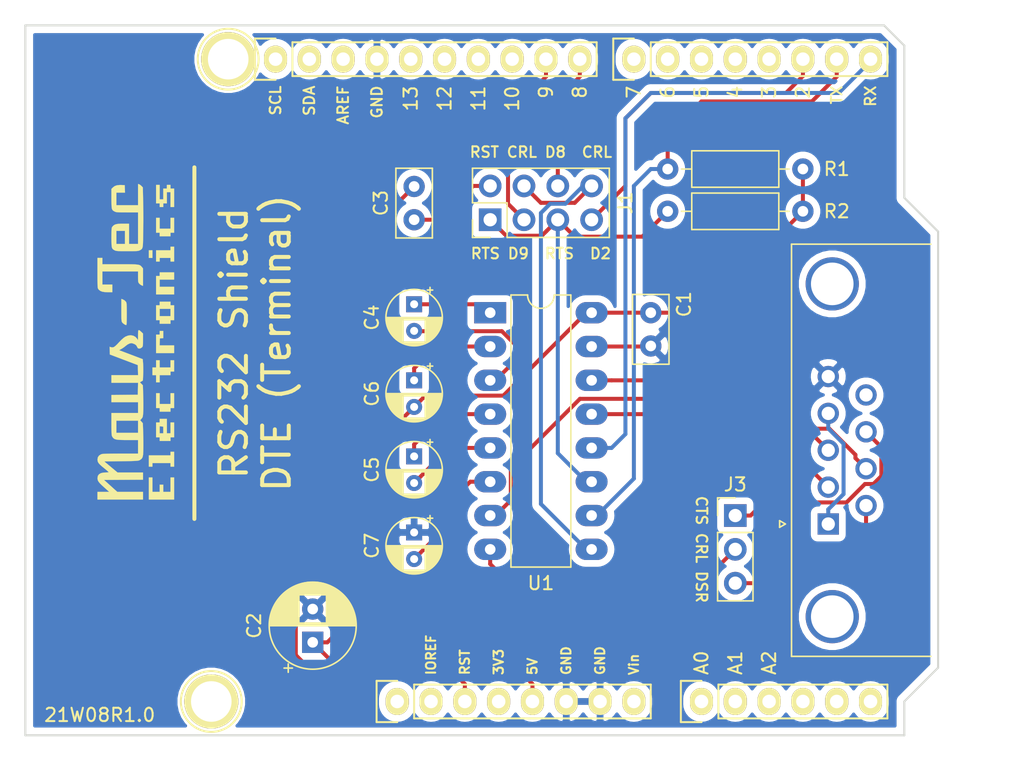
<source format=kicad_pcb>
(kicad_pcb (version 20171130) (host pcbnew "(5.1.4)-1")

  (general
    (thickness 1.6)
    (drawings 60)
    (tracks 138)
    (zones 0)
    (modules 20)
    (nets 50)
  )

  (page A4)
  (title_block
    (date "lun. 30 mars 2015")
  )

  (layers
    (0 F.Cu signal)
    (31 B.Cu signal)
    (32 B.Adhes user)
    (33 F.Adhes user)
    (34 B.Paste user)
    (35 F.Paste user)
    (36 B.SilkS user)
    (37 F.SilkS user)
    (38 B.Mask user)
    (39 F.Mask user)
    (40 Dwgs.User user hide)
    (41 Cmts.User user)
    (42 Eco1.User user)
    (43 Eco2.User user)
    (44 Edge.Cuts user)
    (45 Margin user)
    (46 B.CrtYd user)
    (47 F.CrtYd user hide)
    (48 B.Fab user)
    (49 F.Fab user hide)
  )

  (setup
    (last_trace_width 0.3)
    (user_trace_width 0.3)
    (trace_clearance 0.2)
    (zone_clearance 0.4)
    (zone_45_only no)
    (trace_min 0.2)
    (via_size 0.6)
    (via_drill 0.4)
    (via_min_size 0.4)
    (via_min_drill 0.3)
    (uvia_size 0.3)
    (uvia_drill 0.1)
    (uvias_allowed no)
    (uvia_min_size 0.2)
    (uvia_min_drill 0.1)
    (edge_width 0.15)
    (segment_width 0.15)
    (pcb_text_width 0.3)
    (pcb_text_size 1.5 1.5)
    (mod_edge_width 0.15)
    (mod_text_size 1 1)
    (mod_text_width 0.15)
    (pad_size 4.064 4.064)
    (pad_drill 3.048)
    (pad_to_mask_clearance 0)
    (aux_axis_origin 110.998 126.365)
    (grid_origin 110.998 126.365)
    (visible_elements 7FFFFFFF)
    (pcbplotparams
      (layerselection 0x00030_80000001)
      (usegerberextensions false)
      (usegerberattributes false)
      (usegerberadvancedattributes false)
      (creategerberjobfile false)
      (excludeedgelayer true)
      (linewidth 0.100000)
      (plotframeref false)
      (viasonmask false)
      (mode 1)
      (useauxorigin false)
      (hpglpennumber 1)
      (hpglpenspeed 20)
      (hpglpendiameter 15.000000)
      (psnegative false)
      (psa4output false)
      (plotreference true)
      (plotvalue true)
      (plotinvisibletext false)
      (padsonsilk false)
      (subtractmaskfromsilk false)
      (outputformat 1)
      (mirror false)
      (drillshape 1)
      (scaleselection 1)
      (outputdirectory ""))
  )

  (net 0 "")
  (net 1 /IOREF)
  (net 2 +5V)
  (net 3 GND)
  (net 4 /Vin)
  (net 5 /A0)
  (net 6 /A1)
  (net 7 /A2)
  (net 8 /A3)
  (net 9 /AREF)
  (net 10 "/A4(SDA)")
  (net 11 "/A5(SCL)")
  (net 12 /7)
  (net 13 "/6(**)")
  (net 14 "/5(**)")
  (net 15 /4)
  (net 16 "/3(**)")
  (net 17 "Net-(P5-Pad1)")
  (net 18 "Net-(P7-Pad1)")
  (net 19 "/13(SCK)")
  (net 20 "/10(**/SS)")
  (net 21 "Net-(P1-Pad1)")
  (net 22 +3V3)
  (net 23 "/12(MISO)")
  (net 24 "/11(**/MOSI)")
  (net 25 RST)
  (net 26 "Net-(C3-Pad1)")
  (net 27 "Net-(C4-Pad2)")
  (net 28 "Net-(C4-Pad1)")
  (net 29 "Net-(C5-Pad2)")
  (net 30 "Net-(C5-Pad1)")
  (net 31 "Net-(C6-Pad1)")
  (net 32 "Net-(C7-Pad2)")
  (net 33 D2)
  (net 34 D9)
  (net 35 D8)
  (net 36 /DSR)
  (net 37 /CTS)
  (net 38 /TXD)
  (net 39 /RXD)
  (net 40 "Net-(J4-Pad1)")
  (net 41 TX)
  (net 42 RX)
  (net 43 /RTS)
  (net 44 "Net-(J4-Pad9)")
  (net 45 /UCTRL)
  (net 46 /URTS)
  (net 47 /CTRL)
  (net 48 "/A5(SCL)X")
  (net 49 "/A4(SDA)X")

  (net_class Default "This is the default net class."
    (clearance 0.2)
    (trace_width 0.25)
    (via_dia 0.6)
    (via_drill 0.4)
    (uvia_dia 0.3)
    (uvia_drill 0.1)
    (add_net +3V3)
    (add_net +5V)
    (add_net "/10(**/SS)")
    (add_net "/11(**/MOSI)")
    (add_net "/12(MISO)")
    (add_net "/13(SCK)")
    (add_net "/3(**)")
    (add_net /4)
    (add_net "/5(**)")
    (add_net "/6(**)")
    (add_net /7)
    (add_net /A0)
    (add_net /A1)
    (add_net /A2)
    (add_net /A3)
    (add_net "/A4(SDA)")
    (add_net "/A4(SDA)X")
    (add_net "/A5(SCL)")
    (add_net "/A5(SCL)X")
    (add_net /AREF)
    (add_net /CTRL)
    (add_net /CTS)
    (add_net /DSR)
    (add_net /IOREF)
    (add_net /RTS)
    (add_net /RXD)
    (add_net /TXD)
    (add_net /UCTRL)
    (add_net /URTS)
    (add_net /Vin)
    (add_net D2)
    (add_net D8)
    (add_net D9)
    (add_net GND)
    (add_net "Net-(C3-Pad1)")
    (add_net "Net-(C4-Pad1)")
    (add_net "Net-(C4-Pad2)")
    (add_net "Net-(C5-Pad1)")
    (add_net "Net-(C5-Pad2)")
    (add_net "Net-(C6-Pad1)")
    (add_net "Net-(C7-Pad2)")
    (add_net "Net-(J4-Pad1)")
    (add_net "Net-(J4-Pad9)")
    (add_net "Net-(P1-Pad1)")
    (add_net "Net-(P5-Pad1)")
    (add_net "Net-(P7-Pad1)")
    (add_net RST)
    (add_net RX)
    (add_net TX)
  )

  (module Logos:MTLogo (layer F.Cu) (tedit 0) (tstamp 603A1AA3)
    (at 119.126 96.901 90)
    (fp_text reference G*** (at 0 0 90) (layer F.SilkS) hide
      (effects (font (size 1.524 1.524) (thickness 0.3)))
    )
    (fp_text value LOGO (at 0.75 0 90) (layer F.SilkS) hide
      (effects (font (size 1.524 1.524) (thickness 0.3)))
    )
    (fp_poly (pts (xy 3.299401 -0.8382) (xy 3.220183 -0.680721) (xy 3.101172 -0.563496) (xy 3.097639 -0.561153)
      (xy 3.062243 -0.544136) (xy 3.008973 -0.531068) (xy 2.929512 -0.521464) (xy 2.81554 -0.514841)
      (xy 2.658737 -0.510712) (xy 2.450785 -0.508593) (xy 2.185592 -0.508) (xy 1.886123 -0.509396)
      (xy 1.653814 -0.513598) (xy 1.488148 -0.520629) (xy 1.388609 -0.530511) (xy 1.35468 -0.543265)
      (xy 1.354667 -0.543549) (xy 1.377201 -0.622108) (xy 1.433824 -0.719744) (xy 1.508063 -0.810457)
      (xy 1.544824 -0.843677) (xy 1.575711 -0.865563) (xy 1.611553 -0.882405) (xy 1.661054 -0.89486)
      (xy 1.732917 -0.903586) (xy 1.835845 -0.909244) (xy 1.978544 -0.912492) (xy 2.169715 -0.913989)
      (xy 2.418063 -0.914392) (xy 2.479116 -0.9144) (xy 3.323498 -0.9144) (xy 3.299401 -0.8382)) (layer F.SilkS) (width 0.01))
    (fp_poly (pts (xy 6.4008 -2.709333) (xy 6.4008 -2.3368) (xy 5.926667 -2.3368) (xy 5.926667 -1.014912)
      (xy 5.92648 -0.66157) (xy 5.925375 -0.369317) (xy 5.922533 -0.131511) (xy 5.917138 0.058492)
      (xy 5.90837 0.207336) (xy 5.895414 0.321663) (xy 5.87745 0.408118) (xy 5.853661 0.473344)
      (xy 5.82323 0.523984) (xy 5.785338 0.566682) (xy 5.739168 0.60808) (xy 5.725473 0.619648)
      (xy 5.61667 0.7112) (xy 4.30459 0.7112) (xy 4.339898 0.609915) (xy 4.390531 0.51891)
      (xy 4.467138 0.431554) (xy 4.476202 0.423648) (xy 4.523251 0.387453) (xy 4.571732 0.363308)
      (xy 4.636053 0.348787) (xy 4.730624 0.341465) (xy 4.869856 0.338915) (xy 4.980999 0.338666)
      (xy 5.3848 0.338666) (xy 5.3848 -2.3368) (xy 4.402667 -2.3368) (xy 4.402667 -1.591734)
      (xy 3.826933 -1.591734) (xy 3.827677 -1.938867) (xy 3.837502 -2.174309) (xy 3.8682 -2.355521)
      (xy 3.923316 -2.493751) (xy 4.006397 -2.600249) (xy 4.047379 -2.635795) (xy 4.074531 -2.655734)
      (xy 4.104758 -2.6717) (xy 4.145406 -2.684132) (xy 4.203817 -2.693474) (xy 4.287337 -2.700166)
      (xy 4.403309 -2.70465) (xy 4.559077 -2.707367) (xy 4.761984 -2.708759) (xy 5.019377 -2.709267)
      (xy 5.270834 -2.709334) (xy 6.4008 -2.709333)) (layer F.SilkS) (width 0.01))
    (fp_poly (pts (xy 11.701286 -1.547355) (xy 11.798442 -1.417269) (xy 11.857437 -1.254325) (xy 11.88126 -1.047785)
      (xy 11.880205 -0.905317) (xy 11.870267 -0.6604) (xy 11.311467 -0.640728) (xy 11.311467 -1.286934)
      (xy 10.3632 -1.286934) (xy 10.3632 0.338666) (xy 11.959498 0.338666) (xy 11.937666 0.414866)
      (xy 11.899878 0.485569) (xy 11.831925 0.569811) (xy 11.806534 0.595525) (xy 11.697234 0.699983)
      (xy 10.598417 0.722468) (xy 10.311289 0.727852) (xy 10.027589 0.732268) (xy 9.759301 0.735594)
      (xy 9.518405 0.737711) (xy 9.316886 0.738499) (xy 9.166725 0.737837) (xy 9.127067 0.737211)
      (xy 8.978769 0.734423) (xy 8.779417 0.731098) (xy 8.545687 0.727493) (xy 8.294253 0.723862)
      (xy 8.041792 0.72046) (xy 7.981896 0.719693) (xy 7.713697 0.715727) (xy 7.504497 0.709995)
      (xy 7.345564 0.700334) (xy 7.228166 0.684583) (xy 7.143571 0.66058) (xy 7.083046 0.626163)
      (xy 7.037858 0.579171) (xy 6.999276 0.51744) (xy 6.974583 0.470309) (xy 6.953707 0.42417)
      (xy 6.937745 0.371865) (xy 6.926049 0.304079) (xy 6.917969 0.2115) (xy 6.912857 0.084817)
      (xy 6.910064 -0.085284) (xy 6.908942 -0.308115) (xy 6.9088 -0.474133) (xy 6.909221 -0.73375)
      (xy 6.910917 -0.93495) (xy 6.914535 -1.087043) (xy 6.920725 -1.199345) (xy 6.930136 -1.281166)
      (xy 6.931398 -1.286934) (xy 7.450667 -1.286934) (xy 7.450667 -0.643467) (xy 8.4328 -0.643467)
      (xy 8.4328 -1.286934) (xy 7.450667 -1.286934) (xy 6.931398 -1.286934) (xy 6.943416 -1.341819)
      (xy 6.961213 -1.390617) (xy 6.974583 -1.418576) (xy 7.015073 -1.493264) (xy 7.05679 -1.550674)
      (xy 7.108794 -1.593075) (xy 7.180145 -1.622739) (xy 7.279904 -1.641935) (xy 7.417129 -1.652933)
      (xy 7.600882 -1.658003) (xy 7.840221 -1.659416) (xy 7.935975 -1.659467) (xy 8.176598 -1.659119)
      (xy 8.359053 -1.657519) (xy 8.492901 -1.653836) (xy 8.587705 -1.647237) (xy 8.653028 -1.636889)
      (xy 8.698434 -1.621961) (xy 8.733483 -1.60162) (xy 8.750911 -1.588532) (xy 8.835076 -1.510447)
      (xy 8.895978 -1.420724) (xy 8.936984 -1.307459) (xy 8.96146 -1.158744) (xy 8.972774 -0.962672)
      (xy 8.974667 -0.797216) (xy 8.974667 -0.338667) (xy 7.450667 -0.338667) (xy 7.450667 0.338666)
      (xy 9.821334 0.338666) (xy 9.821334 -0.475483) (xy 9.821756 -0.734874) (xy 9.823457 -0.935857)
      (xy 9.827086 -1.087756) (xy 9.833294 -1.199892) (xy 9.842731 -1.281588) (xy 9.856048 -1.342167)
      (xy 9.873894 -1.390952) (xy 9.887116 -1.418576) (xy 9.927386 -1.492943) (xy 9.968823 -1.550188)
      (xy 10.020433 -1.592548) (xy 10.091219 -1.622261) (xy 10.190185 -1.641566) (xy 10.326337 -1.652698)
      (xy 10.508677 -1.657897) (xy 10.746211 -1.6594) (xy 10.856462 -1.659467) (xy 11.589174 -1.659467)
      (xy 11.701286 -1.547355)) (layer F.SilkS) (width 0.01))
    (fp_poly (pts (xy -11.176 -1.827425) (xy -10.834766 -2.209113) (xy -10.671611 -2.387514) (xy -10.540835 -2.519063)
      (xy -10.433238 -2.610379) (xy -10.339622 -2.668082) (xy -10.250791 -2.698791) (xy -10.157544 -2.709126)
      (xy -10.139695 -2.709333) (xy -9.978538 -2.681438) (xy -9.855896 -2.598074) (xy -9.772115 -2.459723)
      (xy -9.727536 -2.266868) (xy -9.719733 -2.118349) (xy -9.716648 -1.996838) (xy -9.708482 -1.907211)
      (xy -9.696869 -1.865786) (xy -9.694333 -1.864716) (xy -9.665003 -1.890526) (xy -9.602357 -1.959828)
      (xy -9.514878 -2.062815) (xy -9.411049 -2.189681) (xy -9.382777 -2.224923) (xy -9.236224 -2.403288)
      (xy -9.117911 -2.53288) (xy -9.018061 -2.620983) (xy -8.926894 -2.674883) (xy -8.834634 -2.701863)
      (xy -8.732715 -2.709207) (xy -8.574265 -2.678558) (xy -8.446586 -2.590378) (xy -8.357136 -2.450731)
      (xy -8.334779 -2.385646) (xy -8.323951 -2.310133) (xy -8.314882 -2.169493) (xy -8.30764 -1.966308)
      (xy -8.302292 -1.703163) (xy -8.298904 -1.382642) (xy -8.297546 -1.007329) (xy -8.297522 -0.956733)
      (xy -8.297333 0.338666) (xy -7.281333 0.338666) (xy -7.280589 -0.448733) (xy -7.278888 -0.73961)
      (xy -7.273218 -0.971109) (xy -7.261808 -1.151547) (xy -7.24321 -1.286934) (xy -6.739466 -1.286934)
      (xy -6.739466 0.338666) (xy -5.825066 0.338666) (xy -5.825066 -1.286934) (xy -6.739466 -1.286934)
      (xy -7.24321 -1.286934) (xy -7.242892 -1.289245) (xy -7.214699 -1.392522) (xy -7.175463 -1.469695)
      (xy -7.123413 -1.529084) (xy -7.056783 -1.579009) (xy -7.037769 -1.590907) (xy -6.998813 -1.612199)
      (xy -6.954603 -1.628559) (xy -6.896165 -1.640633) (xy -6.814527 -1.649069) (xy -6.700715 -1.654511)
      (xy -6.545756 -1.657606) (xy -6.340677 -1.659001) (xy -6.087533 -1.65934) (xy -5.249333 -1.659467)
      (xy -5.249333 0.338666) (xy -4.436533 0.338666) (xy -4.436533 -1.659467) (xy -3.89569 -1.659467)
      (xy -3.886711 -0.668867) (xy -3.877733 0.321733) (xy -3.429 0.331183) (xy -2.980266 0.340632)
      (xy -2.980266 -1.659467) (xy -2.404533 -1.659467) (xy -2.404533 0.340885) (xy -1.650949 0.321733)
      (xy -1.252551 -0.728133) (xy -0.854152 -1.778) (xy -0.564918 -1.787751) (xy -0.275684 -1.797501)
      (xy -0.308516 -1.678594) (xy -0.322287 -1.60003) (xy -0.313343 -1.525748) (xy -0.275726 -1.446423)
      (xy -0.203477 -1.352725) (xy -0.090638 -1.235328) (xy 0.068751 -1.084903) (xy 0.073558 -1.080477)
      (xy 0.25104 -0.907107) (xy 0.390173 -0.750142) (xy 0.482245 -0.619494) (xy 0.48831 -0.60866)
      (xy 0.568915 -0.404511) (xy 0.59119 -0.204467) (xy 0.556982 -0.018694) (xy 0.468139 0.142645)
      (xy 0.329039 0.267772) (xy 0.220134 0.337525) (xy 0.601134 0.338096) (xy 0.784144 0.340528)
      (xy 0.904619 0.350411) (xy 0.967706 0.372592) (xy 0.978554 0.411922) (xy 0.942311 0.473249)
      (xy 0.864124 0.561423) (xy 0.851911 0.574307) (xy 0.721688 0.7112) (xy 0.240771 0.7112)
      (xy 0.050768 0.710696) (xy -0.083761 0.707981) (xy -0.175077 0.701248) (xy -0.235437 0.688689)
      (xy -0.277101 0.668499) (xy -0.312328 0.638871) (xy -0.323273 0.628073) (xy -0.394137 0.513803)
      (xy -0.406055 0.433339) (xy -0.39766 0.358662) (xy -0.361194 0.311061) (xy -0.278851 0.268475)
      (xy -0.269934 0.264702) (xy -0.1643 0.202886) (xy -0.091815 0.109819) (xy -0.067822 0.061502)
      (xy -0.027252 -0.043661) (xy -0.003361 -0.135979) (xy -0.000744 -0.161955) (xy -0.027447 -0.299072)
      (xy -0.104426 -0.453579) (xy -0.218296 -0.603107) (xy -0.309218 -0.716905) (xy -0.39975 -0.850496)
      (xy -0.435714 -0.91171) (xy -0.529855 -1.083861) (xy -0.867613 -0.194797) (xy -1.205371 0.694266)
      (xy -1.559419 0.719255) (xy -1.740356 0.727574) (xy -1.959133 0.730949) (xy -2.186024 0.729217)
      (xy -2.361234 0.723689) (xy -2.809002 0.703134) (xy -2.94245 0.476956) (xy -3.05536 0.589867)
      (xy -3.168271 0.702778) (xy -3.985783 0.727812) (xy -4.241603 0.73405) (xy -4.499733 0.737487)
      (xy -4.744299 0.738121) (xy -4.95943 0.735946) (xy -5.129253 0.730959) (xy -5.181995 0.728107)
      (xy -5.34935 0.716085) (xy -5.464664 0.703307) (xy -5.543553 0.685794) (xy -5.601634 0.659564)
      (xy -5.654522 0.620636) (xy -5.675948 0.602176) (xy -5.7912 0.500983) (xy -5.90461 0.600558)
      (xy -6.01802 0.700134) (xy -6.658143 0.722504) (xy -7.001321 0.732411) (xy -7.33456 0.73808)
      (xy -7.647089 0.739561) (xy -7.92814 0.736902) (xy -8.166944 0.730154) (xy -8.35273 0.719363)
      (xy -8.403984 0.714561) (xy -8.568916 0.679713) (xy -8.687377 0.609067) (xy -8.776149 0.491044)
      (xy -8.801541 0.440266) (xy -8.816167 0.399819) (xy -8.828353 0.343291) (xy -8.838451 0.263931)
      (xy -8.846811 0.154985) (xy -8.853784 0.009699) (xy -8.859721 -0.178678) (xy -8.864972 -0.4169)
      (xy -8.869889 -0.711721) (xy -8.873067 -0.936494) (xy -8.89 -2.19472) (xy -9.304848 -1.698494)
      (xy -9.719697 -1.202267) (xy -9.719715 -0.245533) (xy -9.719733 0.7112) (xy -10.26088 0.7112)
      (xy -10.269707 -0.751955) (xy -10.278533 -2.215111) (xy -10.727266 -1.717124) (xy -11.176 -1.219137)
      (xy -11.176 0.7112) (xy -11.751733 0.7112) (xy -11.751733 -2.709333) (xy -11.176 -2.709333)
      (xy -11.176 -1.827425)) (layer F.SilkS) (width 0.01))
    (fp_poly (pts (xy 6.976534 1.4224) (xy 6.4008 1.4224) (xy 6.4008 1.151467) (xy 6.976534 1.151467)
      (xy 6.976534 1.4224)) (layer F.SilkS) (width 0.01))
    (fp_poly (pts (xy 11.8872 1.964267) (xy 10.803467 1.964267) (xy 10.803467 2.2352) (xy 11.616267 2.2352)
      (xy 11.616267 2.506133) (xy 11.8872 2.506133) (xy 11.8872 2.777067) (xy 11.616267 2.777067)
      (xy 11.616267 3.048) (xy 10.227734 3.048) (xy 10.227734 2.777067) (xy 11.345334 2.777067)
      (xy 11.345334 2.506133) (xy 10.498667 2.506133) (xy 10.498667 2.2352) (xy 10.227734 2.2352)
      (xy 10.227734 1.964267) (xy 10.498667 1.964267) (xy 10.498667 1.693333) (xy 11.8872 1.693333)
      (xy 11.8872 1.964267)) (layer F.SilkS) (width 0.01))
    (fp_poly (pts (xy 9.414934 1.964267) (xy 8.602134 1.964267) (xy 8.602134 2.777067) (xy 9.414934 2.777067)
      (xy 9.414934 3.048) (xy 8.297334 3.048) (xy 8.297334 2.777067) (xy 8.0264 2.777067)
      (xy 8.0264 1.964267) (xy 8.297334 1.964267) (xy 8.297334 1.693333) (xy 9.414934 1.693333)
      (xy 9.414934 1.964267)) (layer F.SilkS) (width 0.01))
    (fp_poly (pts (xy 6.976534 2.777067) (xy 7.247467 2.777067) (xy 7.247467 3.048) (xy 6.129867 3.048)
      (xy 6.129867 2.777067) (xy 6.4008 2.777067) (xy 6.4008 1.964267) (xy 6.129867 1.964267)
      (xy 6.129867 1.693333) (xy 6.976534 1.693333) (xy 6.976534 2.777067)) (layer F.SilkS) (width 0.01))
    (fp_poly (pts (xy 5.046134 1.964267) (xy 5.317067 1.964267) (xy 5.317067 3.048) (xy 4.7752 3.048)
      (xy 4.7752 1.964267) (xy 4.233333 1.964267) (xy 4.233333 3.048) (xy 3.6576 3.048)
      (xy 3.6576 1.693333) (xy 5.046134 1.693333) (xy 5.046134 1.964267)) (layer F.SilkS) (width 0.01))
    (fp_poly (pts (xy 2.8448 1.964267) (xy 3.115733 1.964267) (xy 3.115733 2.777067) (xy 2.8448 2.777067)
      (xy 2.8448 3.048) (xy 1.7272 3.048) (xy 1.7272 2.777067) (xy 1.456267 2.777067)
      (xy 1.456267 1.964267) (xy 1.7272 1.964267) (xy 2.032 1.964267) (xy 2.032 2.777067)
      (xy 2.573867 2.777067) (xy 2.573867 1.964267) (xy 2.032 1.964267) (xy 1.7272 1.964267)
      (xy 1.7272 1.693333) (xy 2.8448 1.693333) (xy 2.8448 1.964267)) (layer F.SilkS) (width 0.01))
    (fp_poly (pts (xy 0.643467 1.964267) (xy 0.9144 1.964267) (xy 0.9144 2.2352) (xy 0.376622 2.2352)
      (xy 0.3556 1.9812) (xy 0.093134 1.971309) (xy -0.169333 1.961417) (xy -0.169333 3.048)
      (xy -0.745066 3.048) (xy -0.745066 1.693333) (xy 0.643467 1.693333) (xy 0.643467 1.964267)) (layer F.SilkS) (width 0.01))
    (fp_poly (pts (xy -1.8288 1.693333) (xy -1.286933 1.693333) (xy -1.286933 1.964267) (xy -1.8288 1.964267)
      (xy -1.8288 2.777067) (xy -1.286933 2.777067) (xy -1.286933 3.048) (xy -2.1336 3.048)
      (xy -2.1336 2.777067) (xy -2.404533 2.777067) (xy -2.404533 1.964267) (xy -2.9464 1.964267)
      (xy -2.9464 1.693333) (xy -2.404533 1.693333) (xy -2.404533 1.4224) (xy -1.8288 1.4224)
      (xy -1.8288 1.693333)) (layer F.SilkS) (width 0.01))
    (fp_poly (pts (xy -3.7592 1.964267) (xy -4.572 1.964267) (xy -4.572 2.777067) (xy -3.7592 2.777067)
      (xy -3.7592 3.048) (xy -4.8768 3.048) (xy -4.8768 2.777067) (xy -5.147733 2.777067)
      (xy -5.147733 1.964267) (xy -4.8768 1.964267) (xy -4.8768 1.693333) (xy -3.7592 1.693333)
      (xy -3.7592 1.964267)) (layer F.SilkS) (width 0.01))
    (fp_poly (pts (xy -5.960533 1.964267) (xy -5.6896 1.964267) (xy -5.6896 2.506133) (xy -6.773333 2.506133)
      (xy -6.773333 2.777067) (xy -5.960533 2.777067) (xy -5.960533 3.048) (xy -7.078133 3.048)
      (xy -7.078133 2.777067) (xy -7.349066 2.777067) (xy -7.349066 1.964267) (xy -7.078133 1.964267)
      (xy -6.773333 1.964267) (xy -6.773333 2.2352) (xy -6.272448 2.2352) (xy -6.259529 2.099733)
      (xy -6.24661 1.964267) (xy -6.773333 1.964267) (xy -7.078133 1.964267) (xy -7.078133 1.693333)
      (xy -5.960533 1.693333) (xy -5.960533 1.964267)) (layer F.SilkS) (width 0.01))
    (fp_poly (pts (xy -8.4328 2.777067) (xy -8.161867 2.777067) (xy -8.161867 3.048) (xy -9.279466 3.048)
      (xy -9.279466 2.777067) (xy -9.008533 2.777067) (xy -9.008533 1.4224) (xy -9.279466 1.4224)
      (xy -9.279466 1.151467) (xy -8.4328 1.151467) (xy -8.4328 2.777067)) (layer F.SilkS) (width 0.01))
    (fp_poly (pts (xy -10.092266 1.4224) (xy -11.176 1.4224) (xy -11.176 1.964267) (xy -10.634133 1.964267)
      (xy -10.634133 2.2352) (xy -11.176 2.2352) (xy -11.176 2.777067) (xy -10.092266 2.777067)
      (xy -10.092266 3.048) (xy -11.751733 3.048) (xy -11.751733 1.151467) (xy -10.092266 1.151467)
      (xy -10.092266 1.4224)) (layer F.SilkS) (width 0.01))
  )

  (module Resistor_THT:R_Axial_DIN0207_L6.3mm_D2.5mm_P10.16mm_Horizontal locked (layer F.Cu) (tedit 5AE5139B) (tstamp 603881DC)
    (at 169.418 83.82 180)
    (descr "Resistor, Axial_DIN0207 series, Axial, Horizontal, pin pitch=10.16mm, 0.25W = 1/4W, length*diameter=6.3*2.5mm^2, http://cdn-reichelt.de/documents/datenblatt/B400/1_4W%23YAG.pdf")
    (tags "Resistor Axial_DIN0207 series Axial Horizontal pin pitch 10.16mm 0.25W = 1/4W length 6.3mm diameter 2.5mm")
    (path /603D41E3)
    (fp_text reference R1 (at -2.54 0) (layer F.SilkS)
      (effects (font (size 1 1) (thickness 0.15)))
    )
    (fp_text value 10k (at 5.08 2.37) (layer F.Fab)
      (effects (font (size 1 1) (thickness 0.15)))
    )
    (fp_text user %R (at 5.08 0) (layer F.Fab)
      (effects (font (size 1 1) (thickness 0.15)))
    )
    (fp_line (start 11.21 -1.5) (end -1.05 -1.5) (layer F.CrtYd) (width 0.05))
    (fp_line (start 11.21 1.5) (end 11.21 -1.5) (layer F.CrtYd) (width 0.05))
    (fp_line (start -1.05 1.5) (end 11.21 1.5) (layer F.CrtYd) (width 0.05))
    (fp_line (start -1.05 -1.5) (end -1.05 1.5) (layer F.CrtYd) (width 0.05))
    (fp_line (start 9.12 0) (end 8.35 0) (layer F.SilkS) (width 0.12))
    (fp_line (start 1.04 0) (end 1.81 0) (layer F.SilkS) (width 0.12))
    (fp_line (start 8.35 -1.37) (end 1.81 -1.37) (layer F.SilkS) (width 0.12))
    (fp_line (start 8.35 1.37) (end 8.35 -1.37) (layer F.SilkS) (width 0.12))
    (fp_line (start 1.81 1.37) (end 8.35 1.37) (layer F.SilkS) (width 0.12))
    (fp_line (start 1.81 -1.37) (end 1.81 1.37) (layer F.SilkS) (width 0.12))
    (fp_line (start 10.16 0) (end 8.23 0) (layer F.Fab) (width 0.1))
    (fp_line (start 0 0) (end 1.93 0) (layer F.Fab) (width 0.1))
    (fp_line (start 8.23 -1.25) (end 1.93 -1.25) (layer F.Fab) (width 0.1))
    (fp_line (start 8.23 1.25) (end 8.23 -1.25) (layer F.Fab) (width 0.1))
    (fp_line (start 1.93 1.25) (end 8.23 1.25) (layer F.Fab) (width 0.1))
    (fp_line (start 1.93 -1.25) (end 1.93 1.25) (layer F.Fab) (width 0.1))
    (pad 2 thru_hole oval (at 10.16 0 180) (size 1.6 1.6) (drill 0.8) (layers *.Cu *.Mask)
      (net 41 TX))
    (pad 1 thru_hole circle (at 0 0 180) (size 1.6 1.6) (drill 0.8) (layers *.Cu *.Mask)
      (net 2 +5V))
    (model ${KISYS3DMOD}/Resistor_THT.3dshapes/R_Axial_DIN0207_L6.3mm_D2.5mm_P10.16mm_Horizontal.wrl
      (at (xyz 0 0 0))
      (scale (xyz 1 1 1))
      (rotate (xyz 0 0 0))
    )
  )

  (module Connector_PinHeader_2.54mm:PinHeader_2x04_P2.54mm_Vertical locked (layer F.Cu) (tedit 59FED5CC) (tstamp 60398575)
    (at 145.923 87.63 90)
    (descr "Through hole straight pin header, 2x04, 2.54mm pitch, double rows")
    (tags "Through hole pin header THT 2x04 2.54mm double row")
    (path /604A4943)
    (fp_text reference J1 (at 1.27 10.16 90) (layer F.SilkS)
      (effects (font (size 1 1) (thickness 0.15)))
    )
    (fp_text value "Ctrl Route" (at 1.27 9.95 90) (layer F.Fab)
      (effects (font (size 1 1) (thickness 0.15)))
    )
    (fp_text user %R (at 1.27 3.81 270) (layer F.Fab)
      (effects (font (size 1 1) (thickness 0.15)))
    )
    (fp_line (start 4.35 -1.8) (end -1.8 -1.8) (layer F.CrtYd) (width 0.05))
    (fp_line (start 4.35 9.4) (end 4.35 -1.8) (layer F.CrtYd) (width 0.05))
    (fp_line (start -1.8 9.4) (end 4.35 9.4) (layer F.CrtYd) (width 0.05))
    (fp_line (start -1.8 -1.8) (end -1.8 9.4) (layer F.CrtYd) (width 0.05))
    (fp_line (start -1.33 -1.33) (end 0 -1.33) (layer F.SilkS) (width 0.12))
    (fp_line (start -1.33 0) (end -1.33 -1.33) (layer F.SilkS) (width 0.12))
    (fp_line (start 1.27 -1.33) (end 3.87 -1.33) (layer F.SilkS) (width 0.12))
    (fp_line (start 1.27 1.27) (end 1.27 -1.33) (layer F.SilkS) (width 0.12))
    (fp_line (start -1.33 1.27) (end 1.27 1.27) (layer F.SilkS) (width 0.12))
    (fp_line (start 3.87 -1.33) (end 3.87 8.95) (layer F.SilkS) (width 0.12))
    (fp_line (start -1.33 1.27) (end -1.33 8.95) (layer F.SilkS) (width 0.12))
    (fp_line (start -1.33 8.95) (end 3.87 8.95) (layer F.SilkS) (width 0.12))
    (fp_line (start -1.27 0) (end 0 -1.27) (layer F.Fab) (width 0.1))
    (fp_line (start -1.27 8.89) (end -1.27 0) (layer F.Fab) (width 0.1))
    (fp_line (start 3.81 8.89) (end -1.27 8.89) (layer F.Fab) (width 0.1))
    (fp_line (start 3.81 -1.27) (end 3.81 8.89) (layer F.Fab) (width 0.1))
    (fp_line (start 0 -1.27) (end 3.81 -1.27) (layer F.Fab) (width 0.1))
    (pad 8 thru_hole oval (at 2.54 7.62 90) (size 1.7 1.7) (drill 1) (layers *.Cu *.Mask)
      (net 45 /UCTRL))
    (pad 7 thru_hole oval (at 0 7.62 90) (size 1.7 1.7) (drill 1) (layers *.Cu *.Mask)
      (net 33 D2))
    (pad 6 thru_hole oval (at 2.54 5.08 90) (size 1.7 1.7) (drill 1) (layers *.Cu *.Mask)
      (net 35 D8))
    (pad 5 thru_hole oval (at 0 5.08 90) (size 1.7 1.7) (drill 1) (layers *.Cu *.Mask)
      (net 46 /URTS))
    (pad 4 thru_hole oval (at 2.54 2.54 90) (size 1.7 1.7) (drill 1) (layers *.Cu *.Mask)
      (net 45 /UCTRL))
    (pad 3 thru_hole oval (at 0 2.54 90) (size 1.7 1.7) (drill 1) (layers *.Cu *.Mask)
      (net 34 D9))
    (pad 2 thru_hole oval (at 2.54 0 90) (size 1.7 1.7) (drill 1) (layers *.Cu *.Mask)
      (net 26 "Net-(C3-Pad1)"))
    (pad 1 thru_hole rect (at 0 0 90) (size 1.7 1.7) (drill 1) (layers *.Cu *.Mask)
      (net 46 /URTS))
    (model ${KISYS3DMOD}/Connector_PinHeader_2.54mm.3dshapes/PinHeader_2x04_P2.54mm_Vertical.wrl
      (at (xyz 0 0 0))
      (scale (xyz 1 1 1))
      (rotate (xyz 0 0 0))
    )
  )

  (module Capacitor_THT:CP_Radial_D4.0mm_P2.00mm locked (layer F.Cu) (tedit 5AE50EF0) (tstamp 60388091)
    (at 140.208 111.125 270)
    (descr "CP, Radial series, Radial, pin pitch=2.00mm, , diameter=4mm, Electrolytic Capacitor")
    (tags "CP Radial series Radial pin pitch 2.00mm  diameter 4mm Electrolytic Capacitor")
    (path /603B67D7)
    (fp_text reference C7 (at 1 3.175 90) (layer F.SilkS)
      (effects (font (size 1 1) (thickness 0.15)))
    )
    (fp_text value 1u (at 1 3.25 90) (layer F.Fab)
      (effects (font (size 1 1) (thickness 0.15)))
    )
    (fp_text user %R (at 1 0 90) (layer F.Fab)
      (effects (font (size 0.8 0.8) (thickness 0.12)))
    )
    (fp_line (start -1.069801 -1.395) (end -1.069801 -0.995) (layer F.SilkS) (width 0.12))
    (fp_line (start -1.269801 -1.195) (end -0.869801 -1.195) (layer F.SilkS) (width 0.12))
    (fp_line (start 3.081 -0.37) (end 3.081 0.37) (layer F.SilkS) (width 0.12))
    (fp_line (start 3.041 -0.537) (end 3.041 0.537) (layer F.SilkS) (width 0.12))
    (fp_line (start 3.001 -0.664) (end 3.001 0.664) (layer F.SilkS) (width 0.12))
    (fp_line (start 2.961 -0.768) (end 2.961 0.768) (layer F.SilkS) (width 0.12))
    (fp_line (start 2.921 -0.859) (end 2.921 0.859) (layer F.SilkS) (width 0.12))
    (fp_line (start 2.881 -0.94) (end 2.881 0.94) (layer F.SilkS) (width 0.12))
    (fp_line (start 2.841 -1.013) (end 2.841 1.013) (layer F.SilkS) (width 0.12))
    (fp_line (start 2.801 0.84) (end 2.801 1.08) (layer F.SilkS) (width 0.12))
    (fp_line (start 2.801 -1.08) (end 2.801 -0.84) (layer F.SilkS) (width 0.12))
    (fp_line (start 2.761 0.84) (end 2.761 1.142) (layer F.SilkS) (width 0.12))
    (fp_line (start 2.761 -1.142) (end 2.761 -0.84) (layer F.SilkS) (width 0.12))
    (fp_line (start 2.721 0.84) (end 2.721 1.2) (layer F.SilkS) (width 0.12))
    (fp_line (start 2.721 -1.2) (end 2.721 -0.84) (layer F.SilkS) (width 0.12))
    (fp_line (start 2.681 0.84) (end 2.681 1.254) (layer F.SilkS) (width 0.12))
    (fp_line (start 2.681 -1.254) (end 2.681 -0.84) (layer F.SilkS) (width 0.12))
    (fp_line (start 2.641 0.84) (end 2.641 1.304) (layer F.SilkS) (width 0.12))
    (fp_line (start 2.641 -1.304) (end 2.641 -0.84) (layer F.SilkS) (width 0.12))
    (fp_line (start 2.601 0.84) (end 2.601 1.351) (layer F.SilkS) (width 0.12))
    (fp_line (start 2.601 -1.351) (end 2.601 -0.84) (layer F.SilkS) (width 0.12))
    (fp_line (start 2.561 0.84) (end 2.561 1.396) (layer F.SilkS) (width 0.12))
    (fp_line (start 2.561 -1.396) (end 2.561 -0.84) (layer F.SilkS) (width 0.12))
    (fp_line (start 2.521 0.84) (end 2.521 1.438) (layer F.SilkS) (width 0.12))
    (fp_line (start 2.521 -1.438) (end 2.521 -0.84) (layer F.SilkS) (width 0.12))
    (fp_line (start 2.481 0.84) (end 2.481 1.478) (layer F.SilkS) (width 0.12))
    (fp_line (start 2.481 -1.478) (end 2.481 -0.84) (layer F.SilkS) (width 0.12))
    (fp_line (start 2.441 0.84) (end 2.441 1.516) (layer F.SilkS) (width 0.12))
    (fp_line (start 2.441 -1.516) (end 2.441 -0.84) (layer F.SilkS) (width 0.12))
    (fp_line (start 2.401 0.84) (end 2.401 1.552) (layer F.SilkS) (width 0.12))
    (fp_line (start 2.401 -1.552) (end 2.401 -0.84) (layer F.SilkS) (width 0.12))
    (fp_line (start 2.361 0.84) (end 2.361 1.587) (layer F.SilkS) (width 0.12))
    (fp_line (start 2.361 -1.587) (end 2.361 -0.84) (layer F.SilkS) (width 0.12))
    (fp_line (start 2.321 0.84) (end 2.321 1.619) (layer F.SilkS) (width 0.12))
    (fp_line (start 2.321 -1.619) (end 2.321 -0.84) (layer F.SilkS) (width 0.12))
    (fp_line (start 2.281 0.84) (end 2.281 1.65) (layer F.SilkS) (width 0.12))
    (fp_line (start 2.281 -1.65) (end 2.281 -0.84) (layer F.SilkS) (width 0.12))
    (fp_line (start 2.241 0.84) (end 2.241 1.68) (layer F.SilkS) (width 0.12))
    (fp_line (start 2.241 -1.68) (end 2.241 -0.84) (layer F.SilkS) (width 0.12))
    (fp_line (start 2.201 0.84) (end 2.201 1.708) (layer F.SilkS) (width 0.12))
    (fp_line (start 2.201 -1.708) (end 2.201 -0.84) (layer F.SilkS) (width 0.12))
    (fp_line (start 2.161 0.84) (end 2.161 1.735) (layer F.SilkS) (width 0.12))
    (fp_line (start 2.161 -1.735) (end 2.161 -0.84) (layer F.SilkS) (width 0.12))
    (fp_line (start 2.121 0.84) (end 2.121 1.76) (layer F.SilkS) (width 0.12))
    (fp_line (start 2.121 -1.76) (end 2.121 -0.84) (layer F.SilkS) (width 0.12))
    (fp_line (start 2.081 0.84) (end 2.081 1.785) (layer F.SilkS) (width 0.12))
    (fp_line (start 2.081 -1.785) (end 2.081 -0.84) (layer F.SilkS) (width 0.12))
    (fp_line (start 2.041 0.84) (end 2.041 1.808) (layer F.SilkS) (width 0.12))
    (fp_line (start 2.041 -1.808) (end 2.041 -0.84) (layer F.SilkS) (width 0.12))
    (fp_line (start 2.001 0.84) (end 2.001 1.83) (layer F.SilkS) (width 0.12))
    (fp_line (start 2.001 -1.83) (end 2.001 -0.84) (layer F.SilkS) (width 0.12))
    (fp_line (start 1.961 0.84) (end 1.961 1.851) (layer F.SilkS) (width 0.12))
    (fp_line (start 1.961 -1.851) (end 1.961 -0.84) (layer F.SilkS) (width 0.12))
    (fp_line (start 1.921 0.84) (end 1.921 1.87) (layer F.SilkS) (width 0.12))
    (fp_line (start 1.921 -1.87) (end 1.921 -0.84) (layer F.SilkS) (width 0.12))
    (fp_line (start 1.881 0.84) (end 1.881 1.889) (layer F.SilkS) (width 0.12))
    (fp_line (start 1.881 -1.889) (end 1.881 -0.84) (layer F.SilkS) (width 0.12))
    (fp_line (start 1.841 0.84) (end 1.841 1.907) (layer F.SilkS) (width 0.12))
    (fp_line (start 1.841 -1.907) (end 1.841 -0.84) (layer F.SilkS) (width 0.12))
    (fp_line (start 1.801 0.84) (end 1.801 1.924) (layer F.SilkS) (width 0.12))
    (fp_line (start 1.801 -1.924) (end 1.801 -0.84) (layer F.SilkS) (width 0.12))
    (fp_line (start 1.761 0.84) (end 1.761 1.94) (layer F.SilkS) (width 0.12))
    (fp_line (start 1.761 -1.94) (end 1.761 -0.84) (layer F.SilkS) (width 0.12))
    (fp_line (start 1.721 0.84) (end 1.721 1.954) (layer F.SilkS) (width 0.12))
    (fp_line (start 1.721 -1.954) (end 1.721 -0.84) (layer F.SilkS) (width 0.12))
    (fp_line (start 1.68 0.84) (end 1.68 1.968) (layer F.SilkS) (width 0.12))
    (fp_line (start 1.68 -1.968) (end 1.68 -0.84) (layer F.SilkS) (width 0.12))
    (fp_line (start 1.64 0.84) (end 1.64 1.982) (layer F.SilkS) (width 0.12))
    (fp_line (start 1.64 -1.982) (end 1.64 -0.84) (layer F.SilkS) (width 0.12))
    (fp_line (start 1.6 0.84) (end 1.6 1.994) (layer F.SilkS) (width 0.12))
    (fp_line (start 1.6 -1.994) (end 1.6 -0.84) (layer F.SilkS) (width 0.12))
    (fp_line (start 1.56 0.84) (end 1.56 2.005) (layer F.SilkS) (width 0.12))
    (fp_line (start 1.56 -2.005) (end 1.56 -0.84) (layer F.SilkS) (width 0.12))
    (fp_line (start 1.52 0.84) (end 1.52 2.016) (layer F.SilkS) (width 0.12))
    (fp_line (start 1.52 -2.016) (end 1.52 -0.84) (layer F.SilkS) (width 0.12))
    (fp_line (start 1.48 0.84) (end 1.48 2.025) (layer F.SilkS) (width 0.12))
    (fp_line (start 1.48 -2.025) (end 1.48 -0.84) (layer F.SilkS) (width 0.12))
    (fp_line (start 1.44 0.84) (end 1.44 2.034) (layer F.SilkS) (width 0.12))
    (fp_line (start 1.44 -2.034) (end 1.44 -0.84) (layer F.SilkS) (width 0.12))
    (fp_line (start 1.4 0.84) (end 1.4 2.042) (layer F.SilkS) (width 0.12))
    (fp_line (start 1.4 -2.042) (end 1.4 -0.84) (layer F.SilkS) (width 0.12))
    (fp_line (start 1.36 0.84) (end 1.36 2.05) (layer F.SilkS) (width 0.12))
    (fp_line (start 1.36 -2.05) (end 1.36 -0.84) (layer F.SilkS) (width 0.12))
    (fp_line (start 1.32 0.84) (end 1.32 2.056) (layer F.SilkS) (width 0.12))
    (fp_line (start 1.32 -2.056) (end 1.32 -0.84) (layer F.SilkS) (width 0.12))
    (fp_line (start 1.28 0.84) (end 1.28 2.062) (layer F.SilkS) (width 0.12))
    (fp_line (start 1.28 -2.062) (end 1.28 -0.84) (layer F.SilkS) (width 0.12))
    (fp_line (start 1.24 0.84) (end 1.24 2.067) (layer F.SilkS) (width 0.12))
    (fp_line (start 1.24 -2.067) (end 1.24 -0.84) (layer F.SilkS) (width 0.12))
    (fp_line (start 1.2 0.84) (end 1.2 2.071) (layer F.SilkS) (width 0.12))
    (fp_line (start 1.2 -2.071) (end 1.2 -0.84) (layer F.SilkS) (width 0.12))
    (fp_line (start 1.16 -2.074) (end 1.16 2.074) (layer F.SilkS) (width 0.12))
    (fp_line (start 1.12 -2.077) (end 1.12 2.077) (layer F.SilkS) (width 0.12))
    (fp_line (start 1.08 -2.079) (end 1.08 2.079) (layer F.SilkS) (width 0.12))
    (fp_line (start 1.04 -2.08) (end 1.04 2.08) (layer F.SilkS) (width 0.12))
    (fp_line (start 1 -2.08) (end 1 2.08) (layer F.SilkS) (width 0.12))
    (fp_line (start -0.502554 -1.0675) (end -0.502554 -0.6675) (layer F.Fab) (width 0.1))
    (fp_line (start -0.702554 -0.8675) (end -0.302554 -0.8675) (layer F.Fab) (width 0.1))
    (fp_circle (center 1 0) (end 3.25 0) (layer F.CrtYd) (width 0.05))
    (fp_circle (center 1 0) (end 3.12 0) (layer F.SilkS) (width 0.12))
    (fp_circle (center 1 0) (end 3 0) (layer F.Fab) (width 0.1))
    (pad 2 thru_hole circle (at 2 0 270) (size 1.2 1.2) (drill 0.6) (layers *.Cu *.Mask)
      (net 32 "Net-(C7-Pad2)"))
    (pad 1 thru_hole rect (at 0 0 270) (size 1.2 1.2) (drill 0.6) (layers *.Cu *.Mask)
      (net 3 GND))
    (model ${KISYS3DMOD}/Capacitor_THT.3dshapes/CP_Radial_D4.0mm_P2.00mm.wrl
      (at (xyz 0 0 0))
      (scale (xyz 1 1 1))
      (rotate (xyz 0 0 0))
    )
  )

  (module Capacitor_THT:CP_Radial_D4.0mm_P2.00mm locked (layer F.Cu) (tedit 5AE50EF0) (tstamp 60387FFD)
    (at 140.208 99.695 270)
    (descr "CP, Radial series, Radial, pin pitch=2.00mm, , diameter=4mm, Electrolytic Capacitor")
    (tags "CP Radial series Radial pin pitch 2.00mm  diameter 4mm Electrolytic Capacitor")
    (path /603B626E)
    (fp_text reference C6 (at 1 3.175 90) (layer F.SilkS)
      (effects (font (size 1 1) (thickness 0.15)))
    )
    (fp_text value 1u (at 1 3.25 90) (layer F.Fab)
      (effects (font (size 1 1) (thickness 0.15)))
    )
    (fp_text user %R (at 1 0 90) (layer F.Fab)
      (effects (font (size 0.8 0.8) (thickness 0.12)))
    )
    (fp_line (start -1.069801 -1.395) (end -1.069801 -0.995) (layer F.SilkS) (width 0.12))
    (fp_line (start -1.269801 -1.195) (end -0.869801 -1.195) (layer F.SilkS) (width 0.12))
    (fp_line (start 3.081 -0.37) (end 3.081 0.37) (layer F.SilkS) (width 0.12))
    (fp_line (start 3.041 -0.537) (end 3.041 0.537) (layer F.SilkS) (width 0.12))
    (fp_line (start 3.001 -0.664) (end 3.001 0.664) (layer F.SilkS) (width 0.12))
    (fp_line (start 2.961 -0.768) (end 2.961 0.768) (layer F.SilkS) (width 0.12))
    (fp_line (start 2.921 -0.859) (end 2.921 0.859) (layer F.SilkS) (width 0.12))
    (fp_line (start 2.881 -0.94) (end 2.881 0.94) (layer F.SilkS) (width 0.12))
    (fp_line (start 2.841 -1.013) (end 2.841 1.013) (layer F.SilkS) (width 0.12))
    (fp_line (start 2.801 0.84) (end 2.801 1.08) (layer F.SilkS) (width 0.12))
    (fp_line (start 2.801 -1.08) (end 2.801 -0.84) (layer F.SilkS) (width 0.12))
    (fp_line (start 2.761 0.84) (end 2.761 1.142) (layer F.SilkS) (width 0.12))
    (fp_line (start 2.761 -1.142) (end 2.761 -0.84) (layer F.SilkS) (width 0.12))
    (fp_line (start 2.721 0.84) (end 2.721 1.2) (layer F.SilkS) (width 0.12))
    (fp_line (start 2.721 -1.2) (end 2.721 -0.84) (layer F.SilkS) (width 0.12))
    (fp_line (start 2.681 0.84) (end 2.681 1.254) (layer F.SilkS) (width 0.12))
    (fp_line (start 2.681 -1.254) (end 2.681 -0.84) (layer F.SilkS) (width 0.12))
    (fp_line (start 2.641 0.84) (end 2.641 1.304) (layer F.SilkS) (width 0.12))
    (fp_line (start 2.641 -1.304) (end 2.641 -0.84) (layer F.SilkS) (width 0.12))
    (fp_line (start 2.601 0.84) (end 2.601 1.351) (layer F.SilkS) (width 0.12))
    (fp_line (start 2.601 -1.351) (end 2.601 -0.84) (layer F.SilkS) (width 0.12))
    (fp_line (start 2.561 0.84) (end 2.561 1.396) (layer F.SilkS) (width 0.12))
    (fp_line (start 2.561 -1.396) (end 2.561 -0.84) (layer F.SilkS) (width 0.12))
    (fp_line (start 2.521 0.84) (end 2.521 1.438) (layer F.SilkS) (width 0.12))
    (fp_line (start 2.521 -1.438) (end 2.521 -0.84) (layer F.SilkS) (width 0.12))
    (fp_line (start 2.481 0.84) (end 2.481 1.478) (layer F.SilkS) (width 0.12))
    (fp_line (start 2.481 -1.478) (end 2.481 -0.84) (layer F.SilkS) (width 0.12))
    (fp_line (start 2.441 0.84) (end 2.441 1.516) (layer F.SilkS) (width 0.12))
    (fp_line (start 2.441 -1.516) (end 2.441 -0.84) (layer F.SilkS) (width 0.12))
    (fp_line (start 2.401 0.84) (end 2.401 1.552) (layer F.SilkS) (width 0.12))
    (fp_line (start 2.401 -1.552) (end 2.401 -0.84) (layer F.SilkS) (width 0.12))
    (fp_line (start 2.361 0.84) (end 2.361 1.587) (layer F.SilkS) (width 0.12))
    (fp_line (start 2.361 -1.587) (end 2.361 -0.84) (layer F.SilkS) (width 0.12))
    (fp_line (start 2.321 0.84) (end 2.321 1.619) (layer F.SilkS) (width 0.12))
    (fp_line (start 2.321 -1.619) (end 2.321 -0.84) (layer F.SilkS) (width 0.12))
    (fp_line (start 2.281 0.84) (end 2.281 1.65) (layer F.SilkS) (width 0.12))
    (fp_line (start 2.281 -1.65) (end 2.281 -0.84) (layer F.SilkS) (width 0.12))
    (fp_line (start 2.241 0.84) (end 2.241 1.68) (layer F.SilkS) (width 0.12))
    (fp_line (start 2.241 -1.68) (end 2.241 -0.84) (layer F.SilkS) (width 0.12))
    (fp_line (start 2.201 0.84) (end 2.201 1.708) (layer F.SilkS) (width 0.12))
    (fp_line (start 2.201 -1.708) (end 2.201 -0.84) (layer F.SilkS) (width 0.12))
    (fp_line (start 2.161 0.84) (end 2.161 1.735) (layer F.SilkS) (width 0.12))
    (fp_line (start 2.161 -1.735) (end 2.161 -0.84) (layer F.SilkS) (width 0.12))
    (fp_line (start 2.121 0.84) (end 2.121 1.76) (layer F.SilkS) (width 0.12))
    (fp_line (start 2.121 -1.76) (end 2.121 -0.84) (layer F.SilkS) (width 0.12))
    (fp_line (start 2.081 0.84) (end 2.081 1.785) (layer F.SilkS) (width 0.12))
    (fp_line (start 2.081 -1.785) (end 2.081 -0.84) (layer F.SilkS) (width 0.12))
    (fp_line (start 2.041 0.84) (end 2.041 1.808) (layer F.SilkS) (width 0.12))
    (fp_line (start 2.041 -1.808) (end 2.041 -0.84) (layer F.SilkS) (width 0.12))
    (fp_line (start 2.001 0.84) (end 2.001 1.83) (layer F.SilkS) (width 0.12))
    (fp_line (start 2.001 -1.83) (end 2.001 -0.84) (layer F.SilkS) (width 0.12))
    (fp_line (start 1.961 0.84) (end 1.961 1.851) (layer F.SilkS) (width 0.12))
    (fp_line (start 1.961 -1.851) (end 1.961 -0.84) (layer F.SilkS) (width 0.12))
    (fp_line (start 1.921 0.84) (end 1.921 1.87) (layer F.SilkS) (width 0.12))
    (fp_line (start 1.921 -1.87) (end 1.921 -0.84) (layer F.SilkS) (width 0.12))
    (fp_line (start 1.881 0.84) (end 1.881 1.889) (layer F.SilkS) (width 0.12))
    (fp_line (start 1.881 -1.889) (end 1.881 -0.84) (layer F.SilkS) (width 0.12))
    (fp_line (start 1.841 0.84) (end 1.841 1.907) (layer F.SilkS) (width 0.12))
    (fp_line (start 1.841 -1.907) (end 1.841 -0.84) (layer F.SilkS) (width 0.12))
    (fp_line (start 1.801 0.84) (end 1.801 1.924) (layer F.SilkS) (width 0.12))
    (fp_line (start 1.801 -1.924) (end 1.801 -0.84) (layer F.SilkS) (width 0.12))
    (fp_line (start 1.761 0.84) (end 1.761 1.94) (layer F.SilkS) (width 0.12))
    (fp_line (start 1.761 -1.94) (end 1.761 -0.84) (layer F.SilkS) (width 0.12))
    (fp_line (start 1.721 0.84) (end 1.721 1.954) (layer F.SilkS) (width 0.12))
    (fp_line (start 1.721 -1.954) (end 1.721 -0.84) (layer F.SilkS) (width 0.12))
    (fp_line (start 1.68 0.84) (end 1.68 1.968) (layer F.SilkS) (width 0.12))
    (fp_line (start 1.68 -1.968) (end 1.68 -0.84) (layer F.SilkS) (width 0.12))
    (fp_line (start 1.64 0.84) (end 1.64 1.982) (layer F.SilkS) (width 0.12))
    (fp_line (start 1.64 -1.982) (end 1.64 -0.84) (layer F.SilkS) (width 0.12))
    (fp_line (start 1.6 0.84) (end 1.6 1.994) (layer F.SilkS) (width 0.12))
    (fp_line (start 1.6 -1.994) (end 1.6 -0.84) (layer F.SilkS) (width 0.12))
    (fp_line (start 1.56 0.84) (end 1.56 2.005) (layer F.SilkS) (width 0.12))
    (fp_line (start 1.56 -2.005) (end 1.56 -0.84) (layer F.SilkS) (width 0.12))
    (fp_line (start 1.52 0.84) (end 1.52 2.016) (layer F.SilkS) (width 0.12))
    (fp_line (start 1.52 -2.016) (end 1.52 -0.84) (layer F.SilkS) (width 0.12))
    (fp_line (start 1.48 0.84) (end 1.48 2.025) (layer F.SilkS) (width 0.12))
    (fp_line (start 1.48 -2.025) (end 1.48 -0.84) (layer F.SilkS) (width 0.12))
    (fp_line (start 1.44 0.84) (end 1.44 2.034) (layer F.SilkS) (width 0.12))
    (fp_line (start 1.44 -2.034) (end 1.44 -0.84) (layer F.SilkS) (width 0.12))
    (fp_line (start 1.4 0.84) (end 1.4 2.042) (layer F.SilkS) (width 0.12))
    (fp_line (start 1.4 -2.042) (end 1.4 -0.84) (layer F.SilkS) (width 0.12))
    (fp_line (start 1.36 0.84) (end 1.36 2.05) (layer F.SilkS) (width 0.12))
    (fp_line (start 1.36 -2.05) (end 1.36 -0.84) (layer F.SilkS) (width 0.12))
    (fp_line (start 1.32 0.84) (end 1.32 2.056) (layer F.SilkS) (width 0.12))
    (fp_line (start 1.32 -2.056) (end 1.32 -0.84) (layer F.SilkS) (width 0.12))
    (fp_line (start 1.28 0.84) (end 1.28 2.062) (layer F.SilkS) (width 0.12))
    (fp_line (start 1.28 -2.062) (end 1.28 -0.84) (layer F.SilkS) (width 0.12))
    (fp_line (start 1.24 0.84) (end 1.24 2.067) (layer F.SilkS) (width 0.12))
    (fp_line (start 1.24 -2.067) (end 1.24 -0.84) (layer F.SilkS) (width 0.12))
    (fp_line (start 1.2 0.84) (end 1.2 2.071) (layer F.SilkS) (width 0.12))
    (fp_line (start 1.2 -2.071) (end 1.2 -0.84) (layer F.SilkS) (width 0.12))
    (fp_line (start 1.16 -2.074) (end 1.16 2.074) (layer F.SilkS) (width 0.12))
    (fp_line (start 1.12 -2.077) (end 1.12 2.077) (layer F.SilkS) (width 0.12))
    (fp_line (start 1.08 -2.079) (end 1.08 2.079) (layer F.SilkS) (width 0.12))
    (fp_line (start 1.04 -2.08) (end 1.04 2.08) (layer F.SilkS) (width 0.12))
    (fp_line (start 1 -2.08) (end 1 2.08) (layer F.SilkS) (width 0.12))
    (fp_line (start -0.502554 -1.0675) (end -0.502554 -0.6675) (layer F.Fab) (width 0.1))
    (fp_line (start -0.702554 -0.8675) (end -0.302554 -0.8675) (layer F.Fab) (width 0.1))
    (fp_circle (center 1 0) (end 3.25 0) (layer F.CrtYd) (width 0.05))
    (fp_circle (center 1 0) (end 3.12 0) (layer F.SilkS) (width 0.12))
    (fp_circle (center 1 0) (end 3 0) (layer F.Fab) (width 0.1))
    (pad 2 thru_hole circle (at 2 0 270) (size 1.2 1.2) (drill 0.6) (layers *.Cu *.Mask)
      (net 2 +5V))
    (pad 1 thru_hole rect (at 0 0 270) (size 1.2 1.2) (drill 0.6) (layers *.Cu *.Mask)
      (net 31 "Net-(C6-Pad1)"))
    (model ${KISYS3DMOD}/Capacitor_THT.3dshapes/CP_Radial_D4.0mm_P2.00mm.wrl
      (at (xyz 0 0 0))
      (scale (xyz 1 1 1))
      (rotate (xyz 0 0 0))
    )
  )

  (module Capacitor_THT:CP_Radial_D4.0mm_P2.00mm locked (layer F.Cu) (tedit 5AE50EF0) (tstamp 60387F69)
    (at 140.208 105.41 270)
    (descr "CP, Radial series, Radial, pin pitch=2.00mm, , diameter=4mm, Electrolytic Capacitor")
    (tags "CP Radial series Radial pin pitch 2.00mm  diameter 4mm Electrolytic Capacitor")
    (path /603B5516)
    (fp_text reference C5 (at 1 3.175 90) (layer F.SilkS)
      (effects (font (size 1 1) (thickness 0.15)))
    )
    (fp_text value 1u (at 1 3.25 90) (layer F.Fab)
      (effects (font (size 1 1) (thickness 0.15)))
    )
    (fp_text user %R (at 1 0 90) (layer F.Fab)
      (effects (font (size 0.8 0.8) (thickness 0.12)))
    )
    (fp_line (start -1.069801 -1.395) (end -1.069801 -0.995) (layer F.SilkS) (width 0.12))
    (fp_line (start -1.269801 -1.195) (end -0.869801 -1.195) (layer F.SilkS) (width 0.12))
    (fp_line (start 3.081 -0.37) (end 3.081 0.37) (layer F.SilkS) (width 0.12))
    (fp_line (start 3.041 -0.537) (end 3.041 0.537) (layer F.SilkS) (width 0.12))
    (fp_line (start 3.001 -0.664) (end 3.001 0.664) (layer F.SilkS) (width 0.12))
    (fp_line (start 2.961 -0.768) (end 2.961 0.768) (layer F.SilkS) (width 0.12))
    (fp_line (start 2.921 -0.859) (end 2.921 0.859) (layer F.SilkS) (width 0.12))
    (fp_line (start 2.881 -0.94) (end 2.881 0.94) (layer F.SilkS) (width 0.12))
    (fp_line (start 2.841 -1.013) (end 2.841 1.013) (layer F.SilkS) (width 0.12))
    (fp_line (start 2.801 0.84) (end 2.801 1.08) (layer F.SilkS) (width 0.12))
    (fp_line (start 2.801 -1.08) (end 2.801 -0.84) (layer F.SilkS) (width 0.12))
    (fp_line (start 2.761 0.84) (end 2.761 1.142) (layer F.SilkS) (width 0.12))
    (fp_line (start 2.761 -1.142) (end 2.761 -0.84) (layer F.SilkS) (width 0.12))
    (fp_line (start 2.721 0.84) (end 2.721 1.2) (layer F.SilkS) (width 0.12))
    (fp_line (start 2.721 -1.2) (end 2.721 -0.84) (layer F.SilkS) (width 0.12))
    (fp_line (start 2.681 0.84) (end 2.681 1.254) (layer F.SilkS) (width 0.12))
    (fp_line (start 2.681 -1.254) (end 2.681 -0.84) (layer F.SilkS) (width 0.12))
    (fp_line (start 2.641 0.84) (end 2.641 1.304) (layer F.SilkS) (width 0.12))
    (fp_line (start 2.641 -1.304) (end 2.641 -0.84) (layer F.SilkS) (width 0.12))
    (fp_line (start 2.601 0.84) (end 2.601 1.351) (layer F.SilkS) (width 0.12))
    (fp_line (start 2.601 -1.351) (end 2.601 -0.84) (layer F.SilkS) (width 0.12))
    (fp_line (start 2.561 0.84) (end 2.561 1.396) (layer F.SilkS) (width 0.12))
    (fp_line (start 2.561 -1.396) (end 2.561 -0.84) (layer F.SilkS) (width 0.12))
    (fp_line (start 2.521 0.84) (end 2.521 1.438) (layer F.SilkS) (width 0.12))
    (fp_line (start 2.521 -1.438) (end 2.521 -0.84) (layer F.SilkS) (width 0.12))
    (fp_line (start 2.481 0.84) (end 2.481 1.478) (layer F.SilkS) (width 0.12))
    (fp_line (start 2.481 -1.478) (end 2.481 -0.84) (layer F.SilkS) (width 0.12))
    (fp_line (start 2.441 0.84) (end 2.441 1.516) (layer F.SilkS) (width 0.12))
    (fp_line (start 2.441 -1.516) (end 2.441 -0.84) (layer F.SilkS) (width 0.12))
    (fp_line (start 2.401 0.84) (end 2.401 1.552) (layer F.SilkS) (width 0.12))
    (fp_line (start 2.401 -1.552) (end 2.401 -0.84) (layer F.SilkS) (width 0.12))
    (fp_line (start 2.361 0.84) (end 2.361 1.587) (layer F.SilkS) (width 0.12))
    (fp_line (start 2.361 -1.587) (end 2.361 -0.84) (layer F.SilkS) (width 0.12))
    (fp_line (start 2.321 0.84) (end 2.321 1.619) (layer F.SilkS) (width 0.12))
    (fp_line (start 2.321 -1.619) (end 2.321 -0.84) (layer F.SilkS) (width 0.12))
    (fp_line (start 2.281 0.84) (end 2.281 1.65) (layer F.SilkS) (width 0.12))
    (fp_line (start 2.281 -1.65) (end 2.281 -0.84) (layer F.SilkS) (width 0.12))
    (fp_line (start 2.241 0.84) (end 2.241 1.68) (layer F.SilkS) (width 0.12))
    (fp_line (start 2.241 -1.68) (end 2.241 -0.84) (layer F.SilkS) (width 0.12))
    (fp_line (start 2.201 0.84) (end 2.201 1.708) (layer F.SilkS) (width 0.12))
    (fp_line (start 2.201 -1.708) (end 2.201 -0.84) (layer F.SilkS) (width 0.12))
    (fp_line (start 2.161 0.84) (end 2.161 1.735) (layer F.SilkS) (width 0.12))
    (fp_line (start 2.161 -1.735) (end 2.161 -0.84) (layer F.SilkS) (width 0.12))
    (fp_line (start 2.121 0.84) (end 2.121 1.76) (layer F.SilkS) (width 0.12))
    (fp_line (start 2.121 -1.76) (end 2.121 -0.84) (layer F.SilkS) (width 0.12))
    (fp_line (start 2.081 0.84) (end 2.081 1.785) (layer F.SilkS) (width 0.12))
    (fp_line (start 2.081 -1.785) (end 2.081 -0.84) (layer F.SilkS) (width 0.12))
    (fp_line (start 2.041 0.84) (end 2.041 1.808) (layer F.SilkS) (width 0.12))
    (fp_line (start 2.041 -1.808) (end 2.041 -0.84) (layer F.SilkS) (width 0.12))
    (fp_line (start 2.001 0.84) (end 2.001 1.83) (layer F.SilkS) (width 0.12))
    (fp_line (start 2.001 -1.83) (end 2.001 -0.84) (layer F.SilkS) (width 0.12))
    (fp_line (start 1.961 0.84) (end 1.961 1.851) (layer F.SilkS) (width 0.12))
    (fp_line (start 1.961 -1.851) (end 1.961 -0.84) (layer F.SilkS) (width 0.12))
    (fp_line (start 1.921 0.84) (end 1.921 1.87) (layer F.SilkS) (width 0.12))
    (fp_line (start 1.921 -1.87) (end 1.921 -0.84) (layer F.SilkS) (width 0.12))
    (fp_line (start 1.881 0.84) (end 1.881 1.889) (layer F.SilkS) (width 0.12))
    (fp_line (start 1.881 -1.889) (end 1.881 -0.84) (layer F.SilkS) (width 0.12))
    (fp_line (start 1.841 0.84) (end 1.841 1.907) (layer F.SilkS) (width 0.12))
    (fp_line (start 1.841 -1.907) (end 1.841 -0.84) (layer F.SilkS) (width 0.12))
    (fp_line (start 1.801 0.84) (end 1.801 1.924) (layer F.SilkS) (width 0.12))
    (fp_line (start 1.801 -1.924) (end 1.801 -0.84) (layer F.SilkS) (width 0.12))
    (fp_line (start 1.761 0.84) (end 1.761 1.94) (layer F.SilkS) (width 0.12))
    (fp_line (start 1.761 -1.94) (end 1.761 -0.84) (layer F.SilkS) (width 0.12))
    (fp_line (start 1.721 0.84) (end 1.721 1.954) (layer F.SilkS) (width 0.12))
    (fp_line (start 1.721 -1.954) (end 1.721 -0.84) (layer F.SilkS) (width 0.12))
    (fp_line (start 1.68 0.84) (end 1.68 1.968) (layer F.SilkS) (width 0.12))
    (fp_line (start 1.68 -1.968) (end 1.68 -0.84) (layer F.SilkS) (width 0.12))
    (fp_line (start 1.64 0.84) (end 1.64 1.982) (layer F.SilkS) (width 0.12))
    (fp_line (start 1.64 -1.982) (end 1.64 -0.84) (layer F.SilkS) (width 0.12))
    (fp_line (start 1.6 0.84) (end 1.6 1.994) (layer F.SilkS) (width 0.12))
    (fp_line (start 1.6 -1.994) (end 1.6 -0.84) (layer F.SilkS) (width 0.12))
    (fp_line (start 1.56 0.84) (end 1.56 2.005) (layer F.SilkS) (width 0.12))
    (fp_line (start 1.56 -2.005) (end 1.56 -0.84) (layer F.SilkS) (width 0.12))
    (fp_line (start 1.52 0.84) (end 1.52 2.016) (layer F.SilkS) (width 0.12))
    (fp_line (start 1.52 -2.016) (end 1.52 -0.84) (layer F.SilkS) (width 0.12))
    (fp_line (start 1.48 0.84) (end 1.48 2.025) (layer F.SilkS) (width 0.12))
    (fp_line (start 1.48 -2.025) (end 1.48 -0.84) (layer F.SilkS) (width 0.12))
    (fp_line (start 1.44 0.84) (end 1.44 2.034) (layer F.SilkS) (width 0.12))
    (fp_line (start 1.44 -2.034) (end 1.44 -0.84) (layer F.SilkS) (width 0.12))
    (fp_line (start 1.4 0.84) (end 1.4 2.042) (layer F.SilkS) (width 0.12))
    (fp_line (start 1.4 -2.042) (end 1.4 -0.84) (layer F.SilkS) (width 0.12))
    (fp_line (start 1.36 0.84) (end 1.36 2.05) (layer F.SilkS) (width 0.12))
    (fp_line (start 1.36 -2.05) (end 1.36 -0.84) (layer F.SilkS) (width 0.12))
    (fp_line (start 1.32 0.84) (end 1.32 2.056) (layer F.SilkS) (width 0.12))
    (fp_line (start 1.32 -2.056) (end 1.32 -0.84) (layer F.SilkS) (width 0.12))
    (fp_line (start 1.28 0.84) (end 1.28 2.062) (layer F.SilkS) (width 0.12))
    (fp_line (start 1.28 -2.062) (end 1.28 -0.84) (layer F.SilkS) (width 0.12))
    (fp_line (start 1.24 0.84) (end 1.24 2.067) (layer F.SilkS) (width 0.12))
    (fp_line (start 1.24 -2.067) (end 1.24 -0.84) (layer F.SilkS) (width 0.12))
    (fp_line (start 1.2 0.84) (end 1.2 2.071) (layer F.SilkS) (width 0.12))
    (fp_line (start 1.2 -2.071) (end 1.2 -0.84) (layer F.SilkS) (width 0.12))
    (fp_line (start 1.16 -2.074) (end 1.16 2.074) (layer F.SilkS) (width 0.12))
    (fp_line (start 1.12 -2.077) (end 1.12 2.077) (layer F.SilkS) (width 0.12))
    (fp_line (start 1.08 -2.079) (end 1.08 2.079) (layer F.SilkS) (width 0.12))
    (fp_line (start 1.04 -2.08) (end 1.04 2.08) (layer F.SilkS) (width 0.12))
    (fp_line (start 1 -2.08) (end 1 2.08) (layer F.SilkS) (width 0.12))
    (fp_line (start -0.502554 -1.0675) (end -0.502554 -0.6675) (layer F.Fab) (width 0.1))
    (fp_line (start -0.702554 -0.8675) (end -0.302554 -0.8675) (layer F.Fab) (width 0.1))
    (fp_circle (center 1 0) (end 3.25 0) (layer F.CrtYd) (width 0.05))
    (fp_circle (center 1 0) (end 3.12 0) (layer F.SilkS) (width 0.12))
    (fp_circle (center 1 0) (end 3 0) (layer F.Fab) (width 0.1))
    (pad 2 thru_hole circle (at 2 0 270) (size 1.2 1.2) (drill 0.6) (layers *.Cu *.Mask)
      (net 29 "Net-(C5-Pad2)"))
    (pad 1 thru_hole rect (at 0 0 270) (size 1.2 1.2) (drill 0.6) (layers *.Cu *.Mask)
      (net 30 "Net-(C5-Pad1)"))
    (model ${KISYS3DMOD}/Capacitor_THT.3dshapes/CP_Radial_D4.0mm_P2.00mm.wrl
      (at (xyz 0 0 0))
      (scale (xyz 1 1 1))
      (rotate (xyz 0 0 0))
    )
  )

  (module Capacitor_THT:CP_Radial_D4.0mm_P2.00mm locked (layer F.Cu) (tedit 5AE50EF0) (tstamp 60387ED5)
    (at 140.208 93.98 270)
    (descr "CP, Radial series, Radial, pin pitch=2.00mm, , diameter=4mm, Electrolytic Capacitor")
    (tags "CP Radial series Radial pin pitch 2.00mm  diameter 4mm Electrolytic Capacitor")
    (path /603B5E3C)
    (fp_text reference C4 (at 1 3.175 90) (layer F.SilkS)
      (effects (font (size 1 1) (thickness 0.15)))
    )
    (fp_text value 1u (at 1 3.25 90) (layer F.Fab)
      (effects (font (size 1 1) (thickness 0.15)))
    )
    (fp_text user %R (at 1 0 90) (layer F.Fab)
      (effects (font (size 0.8 0.8) (thickness 0.12)))
    )
    (fp_line (start -1.069801 -1.395) (end -1.069801 -0.995) (layer F.SilkS) (width 0.12))
    (fp_line (start -1.269801 -1.195) (end -0.869801 -1.195) (layer F.SilkS) (width 0.12))
    (fp_line (start 3.081 -0.37) (end 3.081 0.37) (layer F.SilkS) (width 0.12))
    (fp_line (start 3.041 -0.537) (end 3.041 0.537) (layer F.SilkS) (width 0.12))
    (fp_line (start 3.001 -0.664) (end 3.001 0.664) (layer F.SilkS) (width 0.12))
    (fp_line (start 2.961 -0.768) (end 2.961 0.768) (layer F.SilkS) (width 0.12))
    (fp_line (start 2.921 -0.859) (end 2.921 0.859) (layer F.SilkS) (width 0.12))
    (fp_line (start 2.881 -0.94) (end 2.881 0.94) (layer F.SilkS) (width 0.12))
    (fp_line (start 2.841 -1.013) (end 2.841 1.013) (layer F.SilkS) (width 0.12))
    (fp_line (start 2.801 0.84) (end 2.801 1.08) (layer F.SilkS) (width 0.12))
    (fp_line (start 2.801 -1.08) (end 2.801 -0.84) (layer F.SilkS) (width 0.12))
    (fp_line (start 2.761 0.84) (end 2.761 1.142) (layer F.SilkS) (width 0.12))
    (fp_line (start 2.761 -1.142) (end 2.761 -0.84) (layer F.SilkS) (width 0.12))
    (fp_line (start 2.721 0.84) (end 2.721 1.2) (layer F.SilkS) (width 0.12))
    (fp_line (start 2.721 -1.2) (end 2.721 -0.84) (layer F.SilkS) (width 0.12))
    (fp_line (start 2.681 0.84) (end 2.681 1.254) (layer F.SilkS) (width 0.12))
    (fp_line (start 2.681 -1.254) (end 2.681 -0.84) (layer F.SilkS) (width 0.12))
    (fp_line (start 2.641 0.84) (end 2.641 1.304) (layer F.SilkS) (width 0.12))
    (fp_line (start 2.641 -1.304) (end 2.641 -0.84) (layer F.SilkS) (width 0.12))
    (fp_line (start 2.601 0.84) (end 2.601 1.351) (layer F.SilkS) (width 0.12))
    (fp_line (start 2.601 -1.351) (end 2.601 -0.84) (layer F.SilkS) (width 0.12))
    (fp_line (start 2.561 0.84) (end 2.561 1.396) (layer F.SilkS) (width 0.12))
    (fp_line (start 2.561 -1.396) (end 2.561 -0.84) (layer F.SilkS) (width 0.12))
    (fp_line (start 2.521 0.84) (end 2.521 1.438) (layer F.SilkS) (width 0.12))
    (fp_line (start 2.521 -1.438) (end 2.521 -0.84) (layer F.SilkS) (width 0.12))
    (fp_line (start 2.481 0.84) (end 2.481 1.478) (layer F.SilkS) (width 0.12))
    (fp_line (start 2.481 -1.478) (end 2.481 -0.84) (layer F.SilkS) (width 0.12))
    (fp_line (start 2.441 0.84) (end 2.441 1.516) (layer F.SilkS) (width 0.12))
    (fp_line (start 2.441 -1.516) (end 2.441 -0.84) (layer F.SilkS) (width 0.12))
    (fp_line (start 2.401 0.84) (end 2.401 1.552) (layer F.SilkS) (width 0.12))
    (fp_line (start 2.401 -1.552) (end 2.401 -0.84) (layer F.SilkS) (width 0.12))
    (fp_line (start 2.361 0.84) (end 2.361 1.587) (layer F.SilkS) (width 0.12))
    (fp_line (start 2.361 -1.587) (end 2.361 -0.84) (layer F.SilkS) (width 0.12))
    (fp_line (start 2.321 0.84) (end 2.321 1.619) (layer F.SilkS) (width 0.12))
    (fp_line (start 2.321 -1.619) (end 2.321 -0.84) (layer F.SilkS) (width 0.12))
    (fp_line (start 2.281 0.84) (end 2.281 1.65) (layer F.SilkS) (width 0.12))
    (fp_line (start 2.281 -1.65) (end 2.281 -0.84) (layer F.SilkS) (width 0.12))
    (fp_line (start 2.241 0.84) (end 2.241 1.68) (layer F.SilkS) (width 0.12))
    (fp_line (start 2.241 -1.68) (end 2.241 -0.84) (layer F.SilkS) (width 0.12))
    (fp_line (start 2.201 0.84) (end 2.201 1.708) (layer F.SilkS) (width 0.12))
    (fp_line (start 2.201 -1.708) (end 2.201 -0.84) (layer F.SilkS) (width 0.12))
    (fp_line (start 2.161 0.84) (end 2.161 1.735) (layer F.SilkS) (width 0.12))
    (fp_line (start 2.161 -1.735) (end 2.161 -0.84) (layer F.SilkS) (width 0.12))
    (fp_line (start 2.121 0.84) (end 2.121 1.76) (layer F.SilkS) (width 0.12))
    (fp_line (start 2.121 -1.76) (end 2.121 -0.84) (layer F.SilkS) (width 0.12))
    (fp_line (start 2.081 0.84) (end 2.081 1.785) (layer F.SilkS) (width 0.12))
    (fp_line (start 2.081 -1.785) (end 2.081 -0.84) (layer F.SilkS) (width 0.12))
    (fp_line (start 2.041 0.84) (end 2.041 1.808) (layer F.SilkS) (width 0.12))
    (fp_line (start 2.041 -1.808) (end 2.041 -0.84) (layer F.SilkS) (width 0.12))
    (fp_line (start 2.001 0.84) (end 2.001 1.83) (layer F.SilkS) (width 0.12))
    (fp_line (start 2.001 -1.83) (end 2.001 -0.84) (layer F.SilkS) (width 0.12))
    (fp_line (start 1.961 0.84) (end 1.961 1.851) (layer F.SilkS) (width 0.12))
    (fp_line (start 1.961 -1.851) (end 1.961 -0.84) (layer F.SilkS) (width 0.12))
    (fp_line (start 1.921 0.84) (end 1.921 1.87) (layer F.SilkS) (width 0.12))
    (fp_line (start 1.921 -1.87) (end 1.921 -0.84) (layer F.SilkS) (width 0.12))
    (fp_line (start 1.881 0.84) (end 1.881 1.889) (layer F.SilkS) (width 0.12))
    (fp_line (start 1.881 -1.889) (end 1.881 -0.84) (layer F.SilkS) (width 0.12))
    (fp_line (start 1.841 0.84) (end 1.841 1.907) (layer F.SilkS) (width 0.12))
    (fp_line (start 1.841 -1.907) (end 1.841 -0.84) (layer F.SilkS) (width 0.12))
    (fp_line (start 1.801 0.84) (end 1.801 1.924) (layer F.SilkS) (width 0.12))
    (fp_line (start 1.801 -1.924) (end 1.801 -0.84) (layer F.SilkS) (width 0.12))
    (fp_line (start 1.761 0.84) (end 1.761 1.94) (layer F.SilkS) (width 0.12))
    (fp_line (start 1.761 -1.94) (end 1.761 -0.84) (layer F.SilkS) (width 0.12))
    (fp_line (start 1.721 0.84) (end 1.721 1.954) (layer F.SilkS) (width 0.12))
    (fp_line (start 1.721 -1.954) (end 1.721 -0.84) (layer F.SilkS) (width 0.12))
    (fp_line (start 1.68 0.84) (end 1.68 1.968) (layer F.SilkS) (width 0.12))
    (fp_line (start 1.68 -1.968) (end 1.68 -0.84) (layer F.SilkS) (width 0.12))
    (fp_line (start 1.64 0.84) (end 1.64 1.982) (layer F.SilkS) (width 0.12))
    (fp_line (start 1.64 -1.982) (end 1.64 -0.84) (layer F.SilkS) (width 0.12))
    (fp_line (start 1.6 0.84) (end 1.6 1.994) (layer F.SilkS) (width 0.12))
    (fp_line (start 1.6 -1.994) (end 1.6 -0.84) (layer F.SilkS) (width 0.12))
    (fp_line (start 1.56 0.84) (end 1.56 2.005) (layer F.SilkS) (width 0.12))
    (fp_line (start 1.56 -2.005) (end 1.56 -0.84) (layer F.SilkS) (width 0.12))
    (fp_line (start 1.52 0.84) (end 1.52 2.016) (layer F.SilkS) (width 0.12))
    (fp_line (start 1.52 -2.016) (end 1.52 -0.84) (layer F.SilkS) (width 0.12))
    (fp_line (start 1.48 0.84) (end 1.48 2.025) (layer F.SilkS) (width 0.12))
    (fp_line (start 1.48 -2.025) (end 1.48 -0.84) (layer F.SilkS) (width 0.12))
    (fp_line (start 1.44 0.84) (end 1.44 2.034) (layer F.SilkS) (width 0.12))
    (fp_line (start 1.44 -2.034) (end 1.44 -0.84) (layer F.SilkS) (width 0.12))
    (fp_line (start 1.4 0.84) (end 1.4 2.042) (layer F.SilkS) (width 0.12))
    (fp_line (start 1.4 -2.042) (end 1.4 -0.84) (layer F.SilkS) (width 0.12))
    (fp_line (start 1.36 0.84) (end 1.36 2.05) (layer F.SilkS) (width 0.12))
    (fp_line (start 1.36 -2.05) (end 1.36 -0.84) (layer F.SilkS) (width 0.12))
    (fp_line (start 1.32 0.84) (end 1.32 2.056) (layer F.SilkS) (width 0.12))
    (fp_line (start 1.32 -2.056) (end 1.32 -0.84) (layer F.SilkS) (width 0.12))
    (fp_line (start 1.28 0.84) (end 1.28 2.062) (layer F.SilkS) (width 0.12))
    (fp_line (start 1.28 -2.062) (end 1.28 -0.84) (layer F.SilkS) (width 0.12))
    (fp_line (start 1.24 0.84) (end 1.24 2.067) (layer F.SilkS) (width 0.12))
    (fp_line (start 1.24 -2.067) (end 1.24 -0.84) (layer F.SilkS) (width 0.12))
    (fp_line (start 1.2 0.84) (end 1.2 2.071) (layer F.SilkS) (width 0.12))
    (fp_line (start 1.2 -2.071) (end 1.2 -0.84) (layer F.SilkS) (width 0.12))
    (fp_line (start 1.16 -2.074) (end 1.16 2.074) (layer F.SilkS) (width 0.12))
    (fp_line (start 1.12 -2.077) (end 1.12 2.077) (layer F.SilkS) (width 0.12))
    (fp_line (start 1.08 -2.079) (end 1.08 2.079) (layer F.SilkS) (width 0.12))
    (fp_line (start 1.04 -2.08) (end 1.04 2.08) (layer F.SilkS) (width 0.12))
    (fp_line (start 1 -2.08) (end 1 2.08) (layer F.SilkS) (width 0.12))
    (fp_line (start -0.502554 -1.0675) (end -0.502554 -0.6675) (layer F.Fab) (width 0.1))
    (fp_line (start -0.702554 -0.8675) (end -0.302554 -0.8675) (layer F.Fab) (width 0.1))
    (fp_circle (center 1 0) (end 3.25 0) (layer F.CrtYd) (width 0.05))
    (fp_circle (center 1 0) (end 3.12 0) (layer F.SilkS) (width 0.12))
    (fp_circle (center 1 0) (end 3 0) (layer F.Fab) (width 0.1))
    (pad 2 thru_hole circle (at 2 0 270) (size 1.2 1.2) (drill 0.6) (layers *.Cu *.Mask)
      (net 27 "Net-(C4-Pad2)"))
    (pad 1 thru_hole rect (at 0 0 270) (size 1.2 1.2) (drill 0.6) (layers *.Cu *.Mask)
      (net 28 "Net-(C4-Pad1)"))
    (model ${KISYS3DMOD}/Capacitor_THT.3dshapes/CP_Radial_D4.0mm_P2.00mm.wrl
      (at (xyz 0 0 0))
      (scale (xyz 1 1 1))
      (rotate (xyz 0 0 0))
    )
  )

  (module Capacitor_THT:C_Disc_D5.0mm_W2.5mm_P2.50mm locked (layer F.Cu) (tedit 5AE50EF0) (tstamp 60387E41)
    (at 140.208 87.63 90)
    (descr "C, Disc series, Radial, pin pitch=2.50mm, , diameter*width=5*2.5mm^2, Capacitor, http://cdn-reichelt.de/documents/datenblatt/B300/DS_KERKO_TC.pdf")
    (tags "C Disc series Radial pin pitch 2.50mm  diameter 5mm width 2.5mm Capacitor")
    (path /6041961A)
    (fp_text reference C3 (at 1.25 -2.5 90) (layer F.SilkS)
      (effects (font (size 1 1) (thickness 0.15)))
    )
    (fp_text value 0.1u (at 1.25 2.5 90) (layer F.Fab)
      (effects (font (size 1 1) (thickness 0.15)))
    )
    (fp_text user %R (at 1.25 0 90) (layer F.Fab)
      (effects (font (size 1 1) (thickness 0.15)))
    )
    (fp_line (start 4 -1.5) (end -1.5 -1.5) (layer F.CrtYd) (width 0.05))
    (fp_line (start 4 1.5) (end 4 -1.5) (layer F.CrtYd) (width 0.05))
    (fp_line (start -1.5 1.5) (end 4 1.5) (layer F.CrtYd) (width 0.05))
    (fp_line (start -1.5 -1.5) (end -1.5 1.5) (layer F.CrtYd) (width 0.05))
    (fp_line (start 3.87 -1.37) (end 3.87 1.37) (layer F.SilkS) (width 0.12))
    (fp_line (start -1.37 -1.37) (end -1.37 1.37) (layer F.SilkS) (width 0.12))
    (fp_line (start -1.37 1.37) (end 3.87 1.37) (layer F.SilkS) (width 0.12))
    (fp_line (start -1.37 -1.37) (end 3.87 -1.37) (layer F.SilkS) (width 0.12))
    (fp_line (start 3.75 -1.25) (end -1.25 -1.25) (layer F.Fab) (width 0.1))
    (fp_line (start 3.75 1.25) (end 3.75 -1.25) (layer F.Fab) (width 0.1))
    (fp_line (start -1.25 1.25) (end 3.75 1.25) (layer F.Fab) (width 0.1))
    (fp_line (start -1.25 -1.25) (end -1.25 1.25) (layer F.Fab) (width 0.1))
    (pad 2 thru_hole circle (at 2.5 0 90) (size 1.6 1.6) (drill 0.8) (layers *.Cu *.Mask)
      (net 25 RST))
    (pad 1 thru_hole circle (at 0 0 90) (size 1.6 1.6) (drill 0.8) (layers *.Cu *.Mask)
      (net 26 "Net-(C3-Pad1)"))
    (model ${KISYS3DMOD}/Capacitor_THT.3dshapes/C_Disc_D5.0mm_W2.5mm_P2.50mm.wrl
      (at (xyz 0 0 0))
      (scale (xyz 1 1 1))
      (rotate (xyz 0 0 0))
    )
  )

  (module Capacitor_THT:C_Disc_D5.0mm_W2.5mm_P2.50mm locked (layer F.Cu) (tedit 5AE50EF0) (tstamp 60389E95)
    (at 157.988 94.615 270)
    (descr "C, Disc series, Radial, pin pitch=2.50mm, , diameter*width=5*2.5mm^2, Capacitor, http://cdn-reichelt.de/documents/datenblatt/B300/DS_KERKO_TC.pdf")
    (tags "C Disc series Radial pin pitch 2.50mm  diameter 5mm width 2.5mm Capacitor")
    (path /6041639E)
    (fp_text reference C1 (at -0.635 -2.5 90) (layer F.SilkS)
      (effects (font (size 1 1) (thickness 0.15)))
    )
    (fp_text value 0.1u (at 1.25 2.5 90) (layer F.Fab)
      (effects (font (size 1 1) (thickness 0.15)))
    )
    (fp_text user %R (at 1.27 0 90) (layer F.Fab)
      (effects (font (size 1 1) (thickness 0.15)))
    )
    (fp_line (start 4 -1.5) (end -1.5 -1.5) (layer F.CrtYd) (width 0.05))
    (fp_line (start 4 1.5) (end 4 -1.5) (layer F.CrtYd) (width 0.05))
    (fp_line (start -1.5 1.5) (end 4 1.5) (layer F.CrtYd) (width 0.05))
    (fp_line (start -1.5 -1.5) (end -1.5 1.5) (layer F.CrtYd) (width 0.05))
    (fp_line (start 3.87 -1.37) (end 3.87 1.37) (layer F.SilkS) (width 0.12))
    (fp_line (start -1.37 -1.37) (end -1.37 1.37) (layer F.SilkS) (width 0.12))
    (fp_line (start -1.37 1.37) (end 3.87 1.37) (layer F.SilkS) (width 0.12))
    (fp_line (start -1.37 -1.37) (end 3.87 -1.37) (layer F.SilkS) (width 0.12))
    (fp_line (start 3.75 -1.25) (end -1.25 -1.25) (layer F.Fab) (width 0.1))
    (fp_line (start 3.75 1.25) (end 3.75 -1.25) (layer F.Fab) (width 0.1))
    (fp_line (start -1.25 1.25) (end 3.75 1.25) (layer F.Fab) (width 0.1))
    (fp_line (start -1.25 -1.25) (end -1.25 1.25) (layer F.Fab) (width 0.1))
    (pad 2 thru_hole circle (at 2.5 0 270) (size 1.6 1.6) (drill 0.8) (layers *.Cu *.Mask)
      (net 3 GND))
    (pad 1 thru_hole circle (at 0 0 270) (size 1.6 1.6) (drill 0.8) (layers *.Cu *.Mask)
      (net 2 +5V))
    (model ${KISYS3DMOD}/Capacitor_THT.3dshapes/C_Disc_D5.0mm_W2.5mm_P2.50mm.wrl
      (at (xyz 0 0 0))
      (scale (xyz 1 1 1))
      (rotate (xyz 0 0 0))
    )
  )

  (module Connector_Dsub:DSUB-9_Male_Horizontal_P2.77x2.84mm_EdgePinOffset4.94mm_Housed_MountingHolesOffset7.48mm locked (layer F.Cu) (tedit 59FEDEE2) (tstamp 603880ED)
    (at 171.323 110.49 90)
    (descr "9-pin D-Sub connector, horizontal/angled (90 deg), THT-mount, male, pitch 2.77x2.84mm, pin-PCB-offset 4.9399999999999995mm, distance of mounting holes 25mm, distance of mounting holes to PCB edge 7.4799999999999995mm, see https://disti-assets.s3.amazonaws.com/tonar/files/datasheets/16730.pdf")
    (tags "9-pin D-Sub connector horizontal angled 90deg THT male pitch 2.77x2.84mm pin-PCB-offset 4.9399999999999995mm mounting-holes-distance 25mm mounting-hole-offset 25mm")
    (path /603E350F)
    (fp_text reference J4 (at 5.54 -3.7 90) (layer F.SilkS) hide
      (effects (font (size 1 1) (thickness 0.15)))
    )
    (fp_text value DB9_Male (at 5.54 15.68 90) (layer F.Fab)
      (effects (font (size 1 1) (thickness 0.15)))
    )
    (fp_text user %R (at 5.54 11.18 90) (layer F.Fab)
      (effects (font (size 1 1) (thickness 0.15)))
    )
    (fp_line (start 21.5 -3.25) (end -10.4 -3.25) (layer F.CrtYd) (width 0.05))
    (fp_line (start 21.5 14.7) (end 21.5 -3.25) (layer F.CrtYd) (width 0.05))
    (fp_line (start -10.4 14.7) (end 21.5 14.7) (layer F.CrtYd) (width 0.05))
    (fp_line (start -10.4 -3.25) (end -10.4 14.7) (layer F.CrtYd) (width 0.05))
    (fp_line (start 0 -3.221325) (end -0.25 -3.654338) (layer F.SilkS) (width 0.12))
    (fp_line (start 0.25 -3.654338) (end 0 -3.221325) (layer F.SilkS) (width 0.12))
    (fp_line (start -0.25 -3.654338) (end 0.25 -3.654338) (layer F.SilkS) (width 0.12))
    (fp_line (start 21.025 -2.76) (end 21.025 7.72) (layer F.SilkS) (width 0.12))
    (fp_line (start -9.945 -2.76) (end 21.025 -2.76) (layer F.SilkS) (width 0.12))
    (fp_line (start -9.945 7.72) (end -9.945 -2.76) (layer F.SilkS) (width 0.12))
    (fp_line (start 19.64 7.78) (end 19.64 0.3) (layer F.Fab) (width 0.1))
    (fp_line (start 16.44 7.78) (end 16.44 0.3) (layer F.Fab) (width 0.1))
    (fp_line (start -5.36 7.78) (end -5.36 0.3) (layer F.Fab) (width 0.1))
    (fp_line (start -8.56 7.78) (end -8.56 0.3) (layer F.Fab) (width 0.1))
    (fp_line (start 20.54 8.18) (end 15.54 8.18) (layer F.Fab) (width 0.1))
    (fp_line (start 20.54 13.18) (end 20.54 8.18) (layer F.Fab) (width 0.1))
    (fp_line (start 15.54 13.18) (end 20.54 13.18) (layer F.Fab) (width 0.1))
    (fp_line (start 15.54 8.18) (end 15.54 13.18) (layer F.Fab) (width 0.1))
    (fp_line (start -4.46 8.18) (end -9.46 8.18) (layer F.Fab) (width 0.1))
    (fp_line (start -4.46 13.18) (end -4.46 8.18) (layer F.Fab) (width 0.1))
    (fp_line (start -9.46 13.18) (end -4.46 13.18) (layer F.Fab) (width 0.1))
    (fp_line (start -9.46 8.18) (end -9.46 13.18) (layer F.Fab) (width 0.1))
    (fp_line (start 13.69 8.18) (end -2.61 8.18) (layer F.Fab) (width 0.1))
    (fp_line (start 13.69 14.18) (end 13.69 8.18) (layer F.Fab) (width 0.1))
    (fp_line (start -2.61 14.18) (end 13.69 14.18) (layer F.Fab) (width 0.1))
    (fp_line (start -2.61 8.18) (end -2.61 14.18) (layer F.Fab) (width 0.1))
    (fp_line (start 20.965 7.78) (end -9.885 7.78) (layer F.Fab) (width 0.1))
    (fp_line (start 20.965 8.18) (end 20.965 7.78) (layer F.Fab) (width 0.1))
    (fp_line (start -9.885 8.18) (end 20.965 8.18) (layer F.Fab) (width 0.1))
    (fp_line (start -9.885 7.78) (end -9.885 8.18) (layer F.Fab) (width 0.1))
    (fp_line (start 20.965 -2.7) (end -9.885 -2.7) (layer F.Fab) (width 0.1))
    (fp_line (start 20.965 7.78) (end 20.965 -2.7) (layer F.Fab) (width 0.1))
    (fp_line (start -9.885 7.78) (end 20.965 7.78) (layer F.Fab) (width 0.1))
    (fp_line (start -9.885 -2.7) (end -9.885 7.78) (layer F.Fab) (width 0.1))
    (fp_arc (start 18.04 0.3) (end 16.44 0.3) (angle 180) (layer F.Fab) (width 0.1))
    (fp_arc (start -6.96 0.3) (end -8.56 0.3) (angle 180) (layer F.Fab) (width 0.1))
    (pad 0 thru_hole circle (at 18.04 0.3 90) (size 4 4) (drill 3.2) (layers *.Cu *.Mask))
    (pad 0 thru_hole circle (at -6.96 0.3 90) (size 4 4) (drill 3.2) (layers *.Cu *.Mask))
    (pad 9 thru_hole circle (at 9.695 2.84 90) (size 1.6 1.6) (drill 1) (layers *.Cu *.Mask)
      (net 44 "Net-(J4-Pad9)"))
    (pad 8 thru_hole circle (at 6.925 2.84 90) (size 1.6 1.6) (drill 1) (layers *.Cu *.Mask)
      (net 37 /CTS))
    (pad 7 thru_hole circle (at 4.155 2.84 90) (size 1.6 1.6) (drill 1) (layers *.Cu *.Mask)
      (net 43 /RTS))
    (pad 6 thru_hole circle (at 1.385 2.84 90) (size 1.6 1.6) (drill 1) (layers *.Cu *.Mask)
      (net 36 /DSR))
    (pad 5 thru_hole circle (at 11.08 0 90) (size 1.6 1.6) (drill 1) (layers *.Cu *.Mask)
      (net 3 GND))
    (pad 4 thru_hole circle (at 8.31 0 90) (size 1.6 1.6) (drill 1) (layers *.Cu *.Mask)
      (net 40 "Net-(J4-Pad1)"))
    (pad 3 thru_hole circle (at 5.54 0 90) (size 1.6 1.6) (drill 1) (layers *.Cu *.Mask)
      (net 38 /TXD))
    (pad 2 thru_hole circle (at 2.77 0 90) (size 1.6 1.6) (drill 1) (layers *.Cu *.Mask)
      (net 39 /RXD))
    (pad 1 thru_hole rect (at 0 0 90) (size 1.6 1.6) (drill 1) (layers *.Cu *.Mask)
      (net 40 "Net-(J4-Pad1)"))
    (model ${KISYS3DMOD}/Connector_Dsub.3dshapes/DSUB-9_Male_Horizontal_P2.77x2.84mm_EdgePinOffset4.94mm_Housed_MountingHolesOffset7.48mm.wrl
      (at (xyz 0 0 0))
      (scale (xyz 1 1 1))
      (rotate (xyz 0 0 0))
    )
  )

  (module Package_DIP:DIP-16_W7.62mm_LongPads locked (layer F.Cu) (tedit 5A02E8C5) (tstamp 60388217)
    (at 145.923 94.615)
    (descr "16-lead though-hole mounted DIP package, row spacing 7.62 mm (300 mils), LongPads")
    (tags "THT DIP DIL PDIP 2.54mm 7.62mm 300mil LongPads")
    (path /603819F3)
    (fp_text reference U1 (at 3.81 20.32) (layer F.SilkS)
      (effects (font (size 1 1) (thickness 0.15)))
    )
    (fp_text value MAX232 (at 3.81 20.11) (layer F.Fab)
      (effects (font (size 1 1) (thickness 0.15)))
    )
    (fp_text user %R (at 3.81 8.89) (layer F.Fab)
      (effects (font (size 1 1) (thickness 0.15)))
    )
    (fp_line (start 9.1 -1.55) (end -1.45 -1.55) (layer F.CrtYd) (width 0.05))
    (fp_line (start 9.1 19.3) (end 9.1 -1.55) (layer F.CrtYd) (width 0.05))
    (fp_line (start -1.45 19.3) (end 9.1 19.3) (layer F.CrtYd) (width 0.05))
    (fp_line (start -1.45 -1.55) (end -1.45 19.3) (layer F.CrtYd) (width 0.05))
    (fp_line (start 6.06 -1.33) (end 4.81 -1.33) (layer F.SilkS) (width 0.12))
    (fp_line (start 6.06 19.11) (end 6.06 -1.33) (layer F.SilkS) (width 0.12))
    (fp_line (start 1.56 19.11) (end 6.06 19.11) (layer F.SilkS) (width 0.12))
    (fp_line (start 1.56 -1.33) (end 1.56 19.11) (layer F.SilkS) (width 0.12))
    (fp_line (start 2.81 -1.33) (end 1.56 -1.33) (layer F.SilkS) (width 0.12))
    (fp_line (start 0.635 -0.27) (end 1.635 -1.27) (layer F.Fab) (width 0.1))
    (fp_line (start 0.635 19.05) (end 0.635 -0.27) (layer F.Fab) (width 0.1))
    (fp_line (start 6.985 19.05) (end 0.635 19.05) (layer F.Fab) (width 0.1))
    (fp_line (start 6.985 -1.27) (end 6.985 19.05) (layer F.Fab) (width 0.1))
    (fp_line (start 1.635 -1.27) (end 6.985 -1.27) (layer F.Fab) (width 0.1))
    (fp_arc (start 3.81 -1.33) (end 2.81 -1.33) (angle -180) (layer F.SilkS) (width 0.12))
    (pad 16 thru_hole oval (at 7.62 0) (size 2.4 1.6) (drill 0.8) (layers *.Cu *.Mask)
      (net 2 +5V))
    (pad 8 thru_hole oval (at 0 17.78) (size 2.4 1.6) (drill 0.8) (layers *.Cu *.Mask)
      (net 47 /CTRL))
    (pad 15 thru_hole oval (at 7.62 2.54) (size 2.4 1.6) (drill 0.8) (layers *.Cu *.Mask)
      (net 3 GND))
    (pad 7 thru_hole oval (at 0 15.24) (size 2.4 1.6) (drill 0.8) (layers *.Cu *.Mask)
      (net 38 /TXD))
    (pad 14 thru_hole oval (at 7.62 5.08) (size 2.4 1.6) (drill 0.8) (layers *.Cu *.Mask)
      (net 43 /RTS))
    (pad 6 thru_hole oval (at 0 12.7) (size 2.4 1.6) (drill 0.8) (layers *.Cu *.Mask)
      (net 32 "Net-(C7-Pad2)"))
    (pad 13 thru_hole oval (at 7.62 7.62) (size 2.4 1.6) (drill 0.8) (layers *.Cu *.Mask)
      (net 39 /RXD))
    (pad 5 thru_hole oval (at 0 10.16) (size 2.4 1.6) (drill 0.8) (layers *.Cu *.Mask)
      (net 29 "Net-(C5-Pad2)"))
    (pad 12 thru_hole oval (at 7.62 10.16) (size 2.4 1.6) (drill 0.8) (layers *.Cu *.Mask)
      (net 42 RX))
    (pad 4 thru_hole oval (at 0 7.62) (size 2.4 1.6) (drill 0.8) (layers *.Cu *.Mask)
      (net 30 "Net-(C5-Pad1)"))
    (pad 11 thru_hole oval (at 7.62 12.7) (size 2.4 1.6) (drill 0.8) (layers *.Cu *.Mask)
      (net 46 /URTS))
    (pad 3 thru_hole oval (at 0 5.08) (size 2.4 1.6) (drill 0.8) (layers *.Cu *.Mask)
      (net 27 "Net-(C4-Pad2)"))
    (pad 10 thru_hole oval (at 7.62 15.24) (size 2.4 1.6) (drill 0.8) (layers *.Cu *.Mask)
      (net 41 TX))
    (pad 2 thru_hole oval (at 0 2.54) (size 2.4 1.6) (drill 0.8) (layers *.Cu *.Mask)
      (net 31 "Net-(C6-Pad1)"))
    (pad 9 thru_hole oval (at 7.62 17.78) (size 2.4 1.6) (drill 0.8) (layers *.Cu *.Mask)
      (net 45 /UCTRL))
    (pad 1 thru_hole rect (at 0 0) (size 2.4 1.6) (drill 0.8) (layers *.Cu *.Mask)
      (net 28 "Net-(C4-Pad1)"))
    (model ${KISYS3DMOD}/Package_DIP.3dshapes/DIP-16_W7.62mm.wrl
      (at (xyz 0 0 0))
      (scale (xyz 1 1 1))
      (rotate (xyz 0 0 0))
    )
  )

  (module Resistor_THT:R_Axial_DIN0207_L6.3mm_D2.5mm_P10.16mm_Horizontal locked (layer F.Cu) (tedit 5AE5139B) (tstamp 60389CD1)
    (at 169.418 86.995 180)
    (descr "Resistor, Axial_DIN0207 series, Axial, Horizontal, pin pitch=10.16mm, 0.25W = 1/4W, length*diameter=6.3*2.5mm^2, http://cdn-reichelt.de/documents/datenblatt/B400/1_4W%23YAG.pdf")
    (tags "Resistor Axial_DIN0207 series Axial Horizontal pin pitch 10.16mm 0.25W = 1/4W length 6.3mm diameter 2.5mm")
    (path /603D452A)
    (fp_text reference R2 (at -2.54 0) (layer F.SilkS)
      (effects (font (size 1 1) (thickness 0.15)))
    )
    (fp_text value 10k (at 5.08 2.37) (layer F.Fab)
      (effects (font (size 1 1) (thickness 0.15)))
    )
    (fp_text user %R (at 5.08 0) (layer F.Fab)
      (effects (font (size 1 1) (thickness 0.15)))
    )
    (fp_line (start 11.21 -1.5) (end -1.05 -1.5) (layer F.CrtYd) (width 0.05))
    (fp_line (start 11.21 1.5) (end 11.21 -1.5) (layer F.CrtYd) (width 0.05))
    (fp_line (start -1.05 1.5) (end 11.21 1.5) (layer F.CrtYd) (width 0.05))
    (fp_line (start -1.05 -1.5) (end -1.05 1.5) (layer F.CrtYd) (width 0.05))
    (fp_line (start 9.12 0) (end 8.35 0) (layer F.SilkS) (width 0.12))
    (fp_line (start 1.04 0) (end 1.81 0) (layer F.SilkS) (width 0.12))
    (fp_line (start 8.35 -1.37) (end 1.81 -1.37) (layer F.SilkS) (width 0.12))
    (fp_line (start 8.35 1.37) (end 8.35 -1.37) (layer F.SilkS) (width 0.12))
    (fp_line (start 1.81 1.37) (end 8.35 1.37) (layer F.SilkS) (width 0.12))
    (fp_line (start 1.81 -1.37) (end 1.81 1.37) (layer F.SilkS) (width 0.12))
    (fp_line (start 10.16 0) (end 8.23 0) (layer F.Fab) (width 0.1))
    (fp_line (start 0 0) (end 1.93 0) (layer F.Fab) (width 0.1))
    (fp_line (start 8.23 -1.25) (end 1.93 -1.25) (layer F.Fab) (width 0.1))
    (fp_line (start 8.23 1.25) (end 8.23 -1.25) (layer F.Fab) (width 0.1))
    (fp_line (start 1.93 1.25) (end 8.23 1.25) (layer F.Fab) (width 0.1))
    (fp_line (start 1.93 -1.25) (end 1.93 1.25) (layer F.Fab) (width 0.1))
    (pad 2 thru_hole oval (at 10.16 0 180) (size 1.6 1.6) (drill 0.8) (layers *.Cu *.Mask)
      (net 46 /URTS))
    (pad 1 thru_hole circle (at 0 0 180) (size 1.6 1.6) (drill 0.8) (layers *.Cu *.Mask)
      (net 2 +5V))
    (model ${KISYS3DMOD}/Resistor_THT.3dshapes/R_Axial_DIN0207_L6.3mm_D2.5mm_P10.16mm_Horizontal.wrl
      (at (xyz 0 0 0))
      (scale (xyz 1 1 1))
      (rotate (xyz 0 0 0))
    )
  )

  (module Connector_PinHeader_2.54mm:PinHeader_1x03_P2.54mm_Vertical locked (layer F.Cu) (tedit 59FED5CC) (tstamp 60389E0B)
    (at 164.338 109.855)
    (descr "Through hole straight pin header, 1x03, 2.54mm pitch, single row")
    (tags "Through hole pin header THT 1x03 2.54mm single row")
    (path /6038A616)
    (fp_text reference J3 (at 0 -2.33) (layer F.SilkS)
      (effects (font (size 1 1) (thickness 0.15)))
    )
    (fp_text value DSR/CTS (at 0 7.41) (layer F.Fab)
      (effects (font (size 1 1) (thickness 0.15)))
    )
    (fp_text user %R (at 0 2.54 90) (layer F.Fab)
      (effects (font (size 1 1) (thickness 0.15)))
    )
    (fp_line (start 1.8 -1.8) (end -1.8 -1.8) (layer F.CrtYd) (width 0.05))
    (fp_line (start 1.8 6.85) (end 1.8 -1.8) (layer F.CrtYd) (width 0.05))
    (fp_line (start -1.8 6.85) (end 1.8 6.85) (layer F.CrtYd) (width 0.05))
    (fp_line (start -1.8 -1.8) (end -1.8 6.85) (layer F.CrtYd) (width 0.05))
    (fp_line (start -1.33 -1.33) (end 0 -1.33) (layer F.SilkS) (width 0.12))
    (fp_line (start -1.33 0) (end -1.33 -1.33) (layer F.SilkS) (width 0.12))
    (fp_line (start -1.33 1.27) (end 1.33 1.27) (layer F.SilkS) (width 0.12))
    (fp_line (start 1.33 1.27) (end 1.33 6.41) (layer F.SilkS) (width 0.12))
    (fp_line (start -1.33 1.27) (end -1.33 6.41) (layer F.SilkS) (width 0.12))
    (fp_line (start -1.33 6.41) (end 1.33 6.41) (layer F.SilkS) (width 0.12))
    (fp_line (start -1.27 -0.635) (end -0.635 -1.27) (layer F.Fab) (width 0.1))
    (fp_line (start -1.27 6.35) (end -1.27 -0.635) (layer F.Fab) (width 0.1))
    (fp_line (start 1.27 6.35) (end -1.27 6.35) (layer F.Fab) (width 0.1))
    (fp_line (start 1.27 -1.27) (end 1.27 6.35) (layer F.Fab) (width 0.1))
    (fp_line (start -0.635 -1.27) (end 1.27 -1.27) (layer F.Fab) (width 0.1))
    (pad 3 thru_hole oval (at 0 5.08) (size 1.7 1.7) (drill 1) (layers *.Cu *.Mask)
      (net 36 /DSR))
    (pad 2 thru_hole oval (at 0 2.54) (size 1.7 1.7) (drill 1) (layers *.Cu *.Mask)
      (net 47 /CTRL))
    (pad 1 thru_hole rect (at 0 0) (size 1.7 1.7) (drill 1) (layers *.Cu *.Mask)
      (net 37 /CTS))
    (model ${KISYS3DMOD}/Connector_PinHeader_2.54mm.3dshapes/PinHeader_1x03_P2.54mm_Vertical.wrl
      (at (xyz 0 0 0))
      (scale (xyz 1 1 1))
      (rotate (xyz 0 0 0))
    )
  )

  (module Capacitor_THT:CP_Radial_D6.3mm_P2.50mm locked (layer F.Cu) (tedit 5AE50EF0) (tstamp 60387E30)
    (at 132.588 119.38 90)
    (descr "CP, Radial series, Radial, pin pitch=2.50mm, , diameter=6.3mm, Electrolytic Capacitor")
    (tags "CP Radial series Radial pin pitch 2.50mm  diameter 6.3mm Electrolytic Capacitor")
    (path /604213CD)
    (fp_text reference C2 (at 1.25 -4.4 90) (layer F.SilkS)
      (effects (font (size 1 1) (thickness 0.15)))
    )
    (fp_text value 10u (at 1.25 4.4 90) (layer F.Fab)
      (effects (font (size 1 1) (thickness 0.15)))
    )
    (fp_text user %R (at 1.25 0 90) (layer F.Fab)
      (effects (font (size 1 1) (thickness 0.15)))
    )
    (fp_line (start -1.935241 -2.154) (end -1.935241 -1.524) (layer F.SilkS) (width 0.12))
    (fp_line (start -2.250241 -1.839) (end -1.620241 -1.839) (layer F.SilkS) (width 0.12))
    (fp_line (start 4.491 -0.402) (end 4.491 0.402) (layer F.SilkS) (width 0.12))
    (fp_line (start 4.451 -0.633) (end 4.451 0.633) (layer F.SilkS) (width 0.12))
    (fp_line (start 4.411 -0.802) (end 4.411 0.802) (layer F.SilkS) (width 0.12))
    (fp_line (start 4.371 -0.94) (end 4.371 0.94) (layer F.SilkS) (width 0.12))
    (fp_line (start 4.331 -1.059) (end 4.331 1.059) (layer F.SilkS) (width 0.12))
    (fp_line (start 4.291 -1.165) (end 4.291 1.165) (layer F.SilkS) (width 0.12))
    (fp_line (start 4.251 -1.262) (end 4.251 1.262) (layer F.SilkS) (width 0.12))
    (fp_line (start 4.211 -1.35) (end 4.211 1.35) (layer F.SilkS) (width 0.12))
    (fp_line (start 4.171 -1.432) (end 4.171 1.432) (layer F.SilkS) (width 0.12))
    (fp_line (start 4.131 -1.509) (end 4.131 1.509) (layer F.SilkS) (width 0.12))
    (fp_line (start 4.091 -1.581) (end 4.091 1.581) (layer F.SilkS) (width 0.12))
    (fp_line (start 4.051 -1.65) (end 4.051 1.65) (layer F.SilkS) (width 0.12))
    (fp_line (start 4.011 -1.714) (end 4.011 1.714) (layer F.SilkS) (width 0.12))
    (fp_line (start 3.971 -1.776) (end 3.971 1.776) (layer F.SilkS) (width 0.12))
    (fp_line (start 3.931 -1.834) (end 3.931 1.834) (layer F.SilkS) (width 0.12))
    (fp_line (start 3.891 -1.89) (end 3.891 1.89) (layer F.SilkS) (width 0.12))
    (fp_line (start 3.851 -1.944) (end 3.851 1.944) (layer F.SilkS) (width 0.12))
    (fp_line (start 3.811 -1.995) (end 3.811 1.995) (layer F.SilkS) (width 0.12))
    (fp_line (start 3.771 -2.044) (end 3.771 2.044) (layer F.SilkS) (width 0.12))
    (fp_line (start 3.731 -2.092) (end 3.731 2.092) (layer F.SilkS) (width 0.12))
    (fp_line (start 3.691 -2.137) (end 3.691 2.137) (layer F.SilkS) (width 0.12))
    (fp_line (start 3.651 -2.182) (end 3.651 2.182) (layer F.SilkS) (width 0.12))
    (fp_line (start 3.611 -2.224) (end 3.611 2.224) (layer F.SilkS) (width 0.12))
    (fp_line (start 3.571 -2.265) (end 3.571 2.265) (layer F.SilkS) (width 0.12))
    (fp_line (start 3.531 1.04) (end 3.531 2.305) (layer F.SilkS) (width 0.12))
    (fp_line (start 3.531 -2.305) (end 3.531 -1.04) (layer F.SilkS) (width 0.12))
    (fp_line (start 3.491 1.04) (end 3.491 2.343) (layer F.SilkS) (width 0.12))
    (fp_line (start 3.491 -2.343) (end 3.491 -1.04) (layer F.SilkS) (width 0.12))
    (fp_line (start 3.451 1.04) (end 3.451 2.38) (layer F.SilkS) (width 0.12))
    (fp_line (start 3.451 -2.38) (end 3.451 -1.04) (layer F.SilkS) (width 0.12))
    (fp_line (start 3.411 1.04) (end 3.411 2.416) (layer F.SilkS) (width 0.12))
    (fp_line (start 3.411 -2.416) (end 3.411 -1.04) (layer F.SilkS) (width 0.12))
    (fp_line (start 3.371 1.04) (end 3.371 2.45) (layer F.SilkS) (width 0.12))
    (fp_line (start 3.371 -2.45) (end 3.371 -1.04) (layer F.SilkS) (width 0.12))
    (fp_line (start 3.331 1.04) (end 3.331 2.484) (layer F.SilkS) (width 0.12))
    (fp_line (start 3.331 -2.484) (end 3.331 -1.04) (layer F.SilkS) (width 0.12))
    (fp_line (start 3.291 1.04) (end 3.291 2.516) (layer F.SilkS) (width 0.12))
    (fp_line (start 3.291 -2.516) (end 3.291 -1.04) (layer F.SilkS) (width 0.12))
    (fp_line (start 3.251 1.04) (end 3.251 2.548) (layer F.SilkS) (width 0.12))
    (fp_line (start 3.251 -2.548) (end 3.251 -1.04) (layer F.SilkS) (width 0.12))
    (fp_line (start 3.211 1.04) (end 3.211 2.578) (layer F.SilkS) (width 0.12))
    (fp_line (start 3.211 -2.578) (end 3.211 -1.04) (layer F.SilkS) (width 0.12))
    (fp_line (start 3.171 1.04) (end 3.171 2.607) (layer F.SilkS) (width 0.12))
    (fp_line (start 3.171 -2.607) (end 3.171 -1.04) (layer F.SilkS) (width 0.12))
    (fp_line (start 3.131 1.04) (end 3.131 2.636) (layer F.SilkS) (width 0.12))
    (fp_line (start 3.131 -2.636) (end 3.131 -1.04) (layer F.SilkS) (width 0.12))
    (fp_line (start 3.091 1.04) (end 3.091 2.664) (layer F.SilkS) (width 0.12))
    (fp_line (start 3.091 -2.664) (end 3.091 -1.04) (layer F.SilkS) (width 0.12))
    (fp_line (start 3.051 1.04) (end 3.051 2.69) (layer F.SilkS) (width 0.12))
    (fp_line (start 3.051 -2.69) (end 3.051 -1.04) (layer F.SilkS) (width 0.12))
    (fp_line (start 3.011 1.04) (end 3.011 2.716) (layer F.SilkS) (width 0.12))
    (fp_line (start 3.011 -2.716) (end 3.011 -1.04) (layer F.SilkS) (width 0.12))
    (fp_line (start 2.971 1.04) (end 2.971 2.742) (layer F.SilkS) (width 0.12))
    (fp_line (start 2.971 -2.742) (end 2.971 -1.04) (layer F.SilkS) (width 0.12))
    (fp_line (start 2.931 1.04) (end 2.931 2.766) (layer F.SilkS) (width 0.12))
    (fp_line (start 2.931 -2.766) (end 2.931 -1.04) (layer F.SilkS) (width 0.12))
    (fp_line (start 2.891 1.04) (end 2.891 2.79) (layer F.SilkS) (width 0.12))
    (fp_line (start 2.891 -2.79) (end 2.891 -1.04) (layer F.SilkS) (width 0.12))
    (fp_line (start 2.851 1.04) (end 2.851 2.812) (layer F.SilkS) (width 0.12))
    (fp_line (start 2.851 -2.812) (end 2.851 -1.04) (layer F.SilkS) (width 0.12))
    (fp_line (start 2.811 1.04) (end 2.811 2.834) (layer F.SilkS) (width 0.12))
    (fp_line (start 2.811 -2.834) (end 2.811 -1.04) (layer F.SilkS) (width 0.12))
    (fp_line (start 2.771 1.04) (end 2.771 2.856) (layer F.SilkS) (width 0.12))
    (fp_line (start 2.771 -2.856) (end 2.771 -1.04) (layer F.SilkS) (width 0.12))
    (fp_line (start 2.731 1.04) (end 2.731 2.876) (layer F.SilkS) (width 0.12))
    (fp_line (start 2.731 -2.876) (end 2.731 -1.04) (layer F.SilkS) (width 0.12))
    (fp_line (start 2.691 1.04) (end 2.691 2.896) (layer F.SilkS) (width 0.12))
    (fp_line (start 2.691 -2.896) (end 2.691 -1.04) (layer F.SilkS) (width 0.12))
    (fp_line (start 2.651 1.04) (end 2.651 2.916) (layer F.SilkS) (width 0.12))
    (fp_line (start 2.651 -2.916) (end 2.651 -1.04) (layer F.SilkS) (width 0.12))
    (fp_line (start 2.611 1.04) (end 2.611 2.934) (layer F.SilkS) (width 0.12))
    (fp_line (start 2.611 -2.934) (end 2.611 -1.04) (layer F.SilkS) (width 0.12))
    (fp_line (start 2.571 1.04) (end 2.571 2.952) (layer F.SilkS) (width 0.12))
    (fp_line (start 2.571 -2.952) (end 2.571 -1.04) (layer F.SilkS) (width 0.12))
    (fp_line (start 2.531 1.04) (end 2.531 2.97) (layer F.SilkS) (width 0.12))
    (fp_line (start 2.531 -2.97) (end 2.531 -1.04) (layer F.SilkS) (width 0.12))
    (fp_line (start 2.491 1.04) (end 2.491 2.986) (layer F.SilkS) (width 0.12))
    (fp_line (start 2.491 -2.986) (end 2.491 -1.04) (layer F.SilkS) (width 0.12))
    (fp_line (start 2.451 1.04) (end 2.451 3.002) (layer F.SilkS) (width 0.12))
    (fp_line (start 2.451 -3.002) (end 2.451 -1.04) (layer F.SilkS) (width 0.12))
    (fp_line (start 2.411 1.04) (end 2.411 3.018) (layer F.SilkS) (width 0.12))
    (fp_line (start 2.411 -3.018) (end 2.411 -1.04) (layer F.SilkS) (width 0.12))
    (fp_line (start 2.371 1.04) (end 2.371 3.033) (layer F.SilkS) (width 0.12))
    (fp_line (start 2.371 -3.033) (end 2.371 -1.04) (layer F.SilkS) (width 0.12))
    (fp_line (start 2.331 1.04) (end 2.331 3.047) (layer F.SilkS) (width 0.12))
    (fp_line (start 2.331 -3.047) (end 2.331 -1.04) (layer F.SilkS) (width 0.12))
    (fp_line (start 2.291 1.04) (end 2.291 3.061) (layer F.SilkS) (width 0.12))
    (fp_line (start 2.291 -3.061) (end 2.291 -1.04) (layer F.SilkS) (width 0.12))
    (fp_line (start 2.251 1.04) (end 2.251 3.074) (layer F.SilkS) (width 0.12))
    (fp_line (start 2.251 -3.074) (end 2.251 -1.04) (layer F.SilkS) (width 0.12))
    (fp_line (start 2.211 1.04) (end 2.211 3.086) (layer F.SilkS) (width 0.12))
    (fp_line (start 2.211 -3.086) (end 2.211 -1.04) (layer F.SilkS) (width 0.12))
    (fp_line (start 2.171 1.04) (end 2.171 3.098) (layer F.SilkS) (width 0.12))
    (fp_line (start 2.171 -3.098) (end 2.171 -1.04) (layer F.SilkS) (width 0.12))
    (fp_line (start 2.131 1.04) (end 2.131 3.11) (layer F.SilkS) (width 0.12))
    (fp_line (start 2.131 -3.11) (end 2.131 -1.04) (layer F.SilkS) (width 0.12))
    (fp_line (start 2.091 1.04) (end 2.091 3.121) (layer F.SilkS) (width 0.12))
    (fp_line (start 2.091 -3.121) (end 2.091 -1.04) (layer F.SilkS) (width 0.12))
    (fp_line (start 2.051 1.04) (end 2.051 3.131) (layer F.SilkS) (width 0.12))
    (fp_line (start 2.051 -3.131) (end 2.051 -1.04) (layer F.SilkS) (width 0.12))
    (fp_line (start 2.011 1.04) (end 2.011 3.141) (layer F.SilkS) (width 0.12))
    (fp_line (start 2.011 -3.141) (end 2.011 -1.04) (layer F.SilkS) (width 0.12))
    (fp_line (start 1.971 1.04) (end 1.971 3.15) (layer F.SilkS) (width 0.12))
    (fp_line (start 1.971 -3.15) (end 1.971 -1.04) (layer F.SilkS) (width 0.12))
    (fp_line (start 1.93 1.04) (end 1.93 3.159) (layer F.SilkS) (width 0.12))
    (fp_line (start 1.93 -3.159) (end 1.93 -1.04) (layer F.SilkS) (width 0.12))
    (fp_line (start 1.89 1.04) (end 1.89 3.167) (layer F.SilkS) (width 0.12))
    (fp_line (start 1.89 -3.167) (end 1.89 -1.04) (layer F.SilkS) (width 0.12))
    (fp_line (start 1.85 1.04) (end 1.85 3.175) (layer F.SilkS) (width 0.12))
    (fp_line (start 1.85 -3.175) (end 1.85 -1.04) (layer F.SilkS) (width 0.12))
    (fp_line (start 1.81 1.04) (end 1.81 3.182) (layer F.SilkS) (width 0.12))
    (fp_line (start 1.81 -3.182) (end 1.81 -1.04) (layer F.SilkS) (width 0.12))
    (fp_line (start 1.77 1.04) (end 1.77 3.189) (layer F.SilkS) (width 0.12))
    (fp_line (start 1.77 -3.189) (end 1.77 -1.04) (layer F.SilkS) (width 0.12))
    (fp_line (start 1.73 1.04) (end 1.73 3.195) (layer F.SilkS) (width 0.12))
    (fp_line (start 1.73 -3.195) (end 1.73 -1.04) (layer F.SilkS) (width 0.12))
    (fp_line (start 1.69 1.04) (end 1.69 3.201) (layer F.SilkS) (width 0.12))
    (fp_line (start 1.69 -3.201) (end 1.69 -1.04) (layer F.SilkS) (width 0.12))
    (fp_line (start 1.65 1.04) (end 1.65 3.206) (layer F.SilkS) (width 0.12))
    (fp_line (start 1.65 -3.206) (end 1.65 -1.04) (layer F.SilkS) (width 0.12))
    (fp_line (start 1.61 1.04) (end 1.61 3.211) (layer F.SilkS) (width 0.12))
    (fp_line (start 1.61 -3.211) (end 1.61 -1.04) (layer F.SilkS) (width 0.12))
    (fp_line (start 1.57 1.04) (end 1.57 3.215) (layer F.SilkS) (width 0.12))
    (fp_line (start 1.57 -3.215) (end 1.57 -1.04) (layer F.SilkS) (width 0.12))
    (fp_line (start 1.53 1.04) (end 1.53 3.218) (layer F.SilkS) (width 0.12))
    (fp_line (start 1.53 -3.218) (end 1.53 -1.04) (layer F.SilkS) (width 0.12))
    (fp_line (start 1.49 1.04) (end 1.49 3.222) (layer F.SilkS) (width 0.12))
    (fp_line (start 1.49 -3.222) (end 1.49 -1.04) (layer F.SilkS) (width 0.12))
    (fp_line (start 1.45 -3.224) (end 1.45 3.224) (layer F.SilkS) (width 0.12))
    (fp_line (start 1.41 -3.227) (end 1.41 3.227) (layer F.SilkS) (width 0.12))
    (fp_line (start 1.37 -3.228) (end 1.37 3.228) (layer F.SilkS) (width 0.12))
    (fp_line (start 1.33 -3.23) (end 1.33 3.23) (layer F.SilkS) (width 0.12))
    (fp_line (start 1.29 -3.23) (end 1.29 3.23) (layer F.SilkS) (width 0.12))
    (fp_line (start 1.25 -3.23) (end 1.25 3.23) (layer F.SilkS) (width 0.12))
    (fp_line (start -1.128972 -1.6885) (end -1.128972 -1.0585) (layer F.Fab) (width 0.1))
    (fp_line (start -1.443972 -1.3735) (end -0.813972 -1.3735) (layer F.Fab) (width 0.1))
    (fp_circle (center 1.25 0) (end 4.65 0) (layer F.CrtYd) (width 0.05))
    (fp_circle (center 1.25 0) (end 4.52 0) (layer F.SilkS) (width 0.12))
    (fp_circle (center 1.25 0) (end 4.4 0) (layer F.Fab) (width 0.1))
    (pad 2 thru_hole circle (at 2.5 0 90) (size 1.6 1.6) (drill 0.8) (layers *.Cu *.Mask)
      (net 3 GND))
    (pad 1 thru_hole rect (at 0 0 90) (size 1.6 1.6) (drill 0.8) (layers *.Cu *.Mask)
      (net 2 +5V))
    (model ${KISYS3DMOD}/Capacitor_THT.3dshapes/CP_Radial_D6.3mm_P2.50mm.wrl
      (at (xyz 0 0 0))
      (scale (xyz 1 1 1))
      (rotate (xyz 0 0 0))
    )
  )

  (module Socket_Arduino_Uno:Socket_Strip_Arduino_1x08 (layer F.Cu) (tedit 552168D2) (tstamp 551AF9EA)
    (at 138.938 123.825)
    (descr "Through hole socket strip")
    (tags "socket strip")
    (path /56D70129)
    (fp_text reference P1 (at 8.89 -2.54) (layer F.SilkS) hide
      (effects (font (size 1 1) (thickness 0.15)))
    )
    (fp_text value Power (at 8.89 -4.064) (layer F.Fab)
      (effects (font (size 1 1) (thickness 0.15)))
    )
    (fp_line (start -1.75 -1.75) (end -1.75 1.75) (layer F.CrtYd) (width 0.05))
    (fp_line (start 19.55 -1.75) (end 19.55 1.75) (layer F.CrtYd) (width 0.05))
    (fp_line (start -1.75 -1.75) (end 19.55 -1.75) (layer F.CrtYd) (width 0.05))
    (fp_line (start -1.75 1.75) (end 19.55 1.75) (layer F.CrtYd) (width 0.05))
    (fp_line (start 1.27 1.27) (end 19.05 1.27) (layer F.SilkS) (width 0.15))
    (fp_line (start 19.05 1.27) (end 19.05 -1.27) (layer F.SilkS) (width 0.15))
    (fp_line (start 19.05 -1.27) (end 1.27 -1.27) (layer F.SilkS) (width 0.15))
    (fp_line (start -1.55 1.55) (end 0 1.55) (layer F.SilkS) (width 0.15))
    (fp_line (start 1.27 1.27) (end 1.27 -1.27) (layer F.SilkS) (width 0.15))
    (fp_line (start 0 -1.55) (end -1.55 -1.55) (layer F.SilkS) (width 0.15))
    (fp_line (start -1.55 -1.55) (end -1.55 1.55) (layer F.SilkS) (width 0.15))
    (pad 1 thru_hole oval (at 0 0) (size 1.7272 2.032) (drill 1.016) (layers *.Cu *.Mask F.SilkS)
      (net 21 "Net-(P1-Pad1)"))
    (pad 2 thru_hole oval (at 2.54 0) (size 1.7272 2.032) (drill 1.016) (layers *.Cu *.Mask F.SilkS)
      (net 1 /IOREF))
    (pad 3 thru_hole oval (at 5.08 0) (size 1.7272 2.032) (drill 1.016) (layers *.Cu *.Mask F.SilkS)
      (net 25 RST))
    (pad 4 thru_hole oval (at 7.62 0) (size 1.7272 2.032) (drill 1.016) (layers *.Cu *.Mask F.SilkS)
      (net 22 +3V3))
    (pad 5 thru_hole oval (at 10.16 0) (size 1.7272 2.032) (drill 1.016) (layers *.Cu *.Mask F.SilkS)
      (net 2 +5V))
    (pad 6 thru_hole oval (at 12.7 0) (size 1.7272 2.032) (drill 1.016) (layers *.Cu *.Mask F.SilkS)
      (net 3 GND))
    (pad 7 thru_hole oval (at 15.24 0) (size 1.7272 2.032) (drill 1.016) (layers *.Cu *.Mask F.SilkS)
      (net 3 GND))
    (pad 8 thru_hole oval (at 17.78 0) (size 1.7272 2.032) (drill 1.016) (layers *.Cu *.Mask F.SilkS)
      (net 4 /Vin))
    (model ${KIPRJMOD}/Socket_Arduino_Uno.3dshapes/Socket_header_Arduino_1x08.wrl
      (offset (xyz 8.889999866485596 0 0))
      (scale (xyz 1 1 1))
      (rotate (xyz 0 0 180))
    )
  )

  (module Socket_Arduino_Uno:Socket_Strip_Arduino_1x06 (layer F.Cu) (tedit 552168D6) (tstamp 551AF9FF)
    (at 161.798 123.825)
    (descr "Through hole socket strip")
    (tags "socket strip")
    (path /56D70DD8)
    (fp_text reference P2 (at 6.604 -2.54) (layer F.SilkS) hide
      (effects (font (size 1 1) (thickness 0.15)))
    )
    (fp_text value Analog (at 6.604 -4.064) (layer F.Fab)
      (effects (font (size 1 1) (thickness 0.15)))
    )
    (fp_line (start -1.75 -1.75) (end -1.75 1.75) (layer F.CrtYd) (width 0.05))
    (fp_line (start 14.45 -1.75) (end 14.45 1.75) (layer F.CrtYd) (width 0.05))
    (fp_line (start -1.75 -1.75) (end 14.45 -1.75) (layer F.CrtYd) (width 0.05))
    (fp_line (start -1.75 1.75) (end 14.45 1.75) (layer F.CrtYd) (width 0.05))
    (fp_line (start 1.27 1.27) (end 13.97 1.27) (layer F.SilkS) (width 0.15))
    (fp_line (start 13.97 1.27) (end 13.97 -1.27) (layer F.SilkS) (width 0.15))
    (fp_line (start 13.97 -1.27) (end 1.27 -1.27) (layer F.SilkS) (width 0.15))
    (fp_line (start -1.55 1.55) (end 0 1.55) (layer F.SilkS) (width 0.15))
    (fp_line (start 1.27 1.27) (end 1.27 -1.27) (layer F.SilkS) (width 0.15))
    (fp_line (start 0 -1.55) (end -1.55 -1.55) (layer F.SilkS) (width 0.15))
    (fp_line (start -1.55 -1.55) (end -1.55 1.55) (layer F.SilkS) (width 0.15))
    (pad 1 thru_hole oval (at 0 0) (size 1.7272 2.032) (drill 1.016) (layers *.Cu *.Mask F.SilkS)
      (net 5 /A0))
    (pad 2 thru_hole oval (at 2.54 0) (size 1.7272 2.032) (drill 1.016) (layers *.Cu *.Mask F.SilkS)
      (net 6 /A1))
    (pad 3 thru_hole oval (at 5.08 0) (size 1.7272 2.032) (drill 1.016) (layers *.Cu *.Mask F.SilkS)
      (net 7 /A2))
    (pad 4 thru_hole oval (at 7.62 0) (size 1.7272 2.032) (drill 1.016) (layers *.Cu *.Mask F.SilkS)
      (net 8 /A3))
    (pad 5 thru_hole oval (at 10.16 0) (size 1.7272 2.032) (drill 1.016) (layers *.Cu *.Mask F.SilkS)
      (net 10 "/A4(SDA)"))
    (pad 6 thru_hole oval (at 12.7 0) (size 1.7272 2.032) (drill 1.016) (layers *.Cu *.Mask F.SilkS)
      (net 11 "/A5(SCL)"))
    (model ${KIPRJMOD}/Socket_Arduino_Uno.3dshapes/Socket_header_Arduino_1x06.wrl
      (offset (xyz 6.349999904632568 0 0))
      (scale (xyz 1 1 1))
      (rotate (xyz 0 0 180))
    )
  )

  (module Socket_Arduino_Uno:Socket_Strip_Arduino_1x10 (layer F.Cu) (tedit 552168BF) (tstamp 551AFA18)
    (at 129.794 75.565)
    (descr "Through hole socket strip")
    (tags "socket strip")
    (path /56D721E0)
    (fp_text reference P3 (at 11.43 2.794) (layer F.SilkS) hide
      (effects (font (size 1 1) (thickness 0.15)))
    )
    (fp_text value Digital (at 11.43 4.318) (layer F.Fab)
      (effects (font (size 1 1) (thickness 0.15)))
    )
    (fp_line (start -1.75 -1.75) (end -1.75 1.75) (layer F.CrtYd) (width 0.05))
    (fp_line (start 24.65 -1.75) (end 24.65 1.75) (layer F.CrtYd) (width 0.05))
    (fp_line (start -1.75 -1.75) (end 24.65 -1.75) (layer F.CrtYd) (width 0.05))
    (fp_line (start -1.75 1.75) (end 24.65 1.75) (layer F.CrtYd) (width 0.05))
    (fp_line (start 1.27 1.27) (end 24.13 1.27) (layer F.SilkS) (width 0.15))
    (fp_line (start 24.13 1.27) (end 24.13 -1.27) (layer F.SilkS) (width 0.15))
    (fp_line (start 24.13 -1.27) (end 1.27 -1.27) (layer F.SilkS) (width 0.15))
    (fp_line (start -1.55 1.55) (end 0 1.55) (layer F.SilkS) (width 0.15))
    (fp_line (start 1.27 1.27) (end 1.27 -1.27) (layer F.SilkS) (width 0.15))
    (fp_line (start 0 -1.55) (end -1.55 -1.55) (layer F.SilkS) (width 0.15))
    (fp_line (start -1.55 -1.55) (end -1.55 1.55) (layer F.SilkS) (width 0.15))
    (pad 1 thru_hole oval (at 0 0) (size 1.7272 2.032) (drill 1.016) (layers *.Cu *.Mask F.SilkS)
      (net 48 "/A5(SCL)X"))
    (pad 2 thru_hole oval (at 2.54 0) (size 1.7272 2.032) (drill 1.016) (layers *.Cu *.Mask F.SilkS)
      (net 49 "/A4(SDA)X"))
    (pad 3 thru_hole oval (at 5.08 0) (size 1.7272 2.032) (drill 1.016) (layers *.Cu *.Mask F.SilkS)
      (net 9 /AREF))
    (pad 4 thru_hole oval (at 7.62 0) (size 1.7272 2.032) (drill 1.016) (layers *.Cu *.Mask F.SilkS)
      (net 3 GND))
    (pad 5 thru_hole oval (at 10.16 0) (size 1.7272 2.032) (drill 1.016) (layers *.Cu *.Mask F.SilkS)
      (net 19 "/13(SCK)"))
    (pad 6 thru_hole oval (at 12.7 0) (size 1.7272 2.032) (drill 1.016) (layers *.Cu *.Mask F.SilkS)
      (net 23 "/12(MISO)"))
    (pad 7 thru_hole oval (at 15.24 0) (size 1.7272 2.032) (drill 1.016) (layers *.Cu *.Mask F.SilkS)
      (net 24 "/11(**/MOSI)"))
    (pad 8 thru_hole oval (at 17.78 0) (size 1.7272 2.032) (drill 1.016) (layers *.Cu *.Mask F.SilkS)
      (net 20 "/10(**/SS)"))
    (pad 9 thru_hole oval (at 20.32 0) (size 1.7272 2.032) (drill 1.016) (layers *.Cu *.Mask F.SilkS)
      (net 34 D9))
    (pad 10 thru_hole oval (at 22.86 0) (size 1.7272 2.032) (drill 1.016) (layers *.Cu *.Mask F.SilkS)
      (net 35 D8))
    (model ${KIPRJMOD}/Socket_Arduino_Uno.3dshapes/Socket_header_Arduino_1x10.wrl
      (offset (xyz 11.42999982833862 0 0))
      (scale (xyz 1 1 1))
      (rotate (xyz 0 0 180))
    )
  )

  (module Socket_Arduino_Uno:Socket_Strip_Arduino_1x08 (layer F.Cu) (tedit 552168C7) (tstamp 551AFA2F)
    (at 156.718 75.565)
    (descr "Through hole socket strip")
    (tags "socket strip")
    (path /56D7164F)
    (fp_text reference P4 (at 8.89 2.794) (layer F.SilkS) hide
      (effects (font (size 1 1) (thickness 0.15)))
    )
    (fp_text value Digital (at 8.89 4.318) (layer F.Fab)
      (effects (font (size 1 1) (thickness 0.15)))
    )
    (fp_line (start -1.75 -1.75) (end -1.75 1.75) (layer F.CrtYd) (width 0.05))
    (fp_line (start 19.55 -1.75) (end 19.55 1.75) (layer F.CrtYd) (width 0.05))
    (fp_line (start -1.75 -1.75) (end 19.55 -1.75) (layer F.CrtYd) (width 0.05))
    (fp_line (start -1.75 1.75) (end 19.55 1.75) (layer F.CrtYd) (width 0.05))
    (fp_line (start 1.27 1.27) (end 19.05 1.27) (layer F.SilkS) (width 0.15))
    (fp_line (start 19.05 1.27) (end 19.05 -1.27) (layer F.SilkS) (width 0.15))
    (fp_line (start 19.05 -1.27) (end 1.27 -1.27) (layer F.SilkS) (width 0.15))
    (fp_line (start -1.55 1.55) (end 0 1.55) (layer F.SilkS) (width 0.15))
    (fp_line (start 1.27 1.27) (end 1.27 -1.27) (layer F.SilkS) (width 0.15))
    (fp_line (start 0 -1.55) (end -1.55 -1.55) (layer F.SilkS) (width 0.15))
    (fp_line (start -1.55 -1.55) (end -1.55 1.55) (layer F.SilkS) (width 0.15))
    (pad 1 thru_hole oval (at 0 0) (size 1.7272 2.032) (drill 1.016) (layers *.Cu *.Mask F.SilkS)
      (net 12 /7))
    (pad 2 thru_hole oval (at 2.54 0) (size 1.7272 2.032) (drill 1.016) (layers *.Cu *.Mask F.SilkS)
      (net 13 "/6(**)"))
    (pad 3 thru_hole oval (at 5.08 0) (size 1.7272 2.032) (drill 1.016) (layers *.Cu *.Mask F.SilkS)
      (net 14 "/5(**)"))
    (pad 4 thru_hole oval (at 7.62 0) (size 1.7272 2.032) (drill 1.016) (layers *.Cu *.Mask F.SilkS)
      (net 15 /4))
    (pad 5 thru_hole oval (at 10.16 0) (size 1.7272 2.032) (drill 1.016) (layers *.Cu *.Mask F.SilkS)
      (net 16 "/3(**)"))
    (pad 6 thru_hole oval (at 12.7 0) (size 1.7272 2.032) (drill 1.016) (layers *.Cu *.Mask F.SilkS)
      (net 33 D2))
    (pad 7 thru_hole oval (at 15.24 0) (size 1.7272 2.032) (drill 1.016) (layers *.Cu *.Mask F.SilkS)
      (net 41 TX))
    (pad 8 thru_hole oval (at 17.78 0) (size 1.7272 2.032) (drill 1.016) (layers *.Cu *.Mask F.SilkS)
      (net 42 RX))
    (model ${KIPRJMOD}/Socket_Arduino_Uno.3dshapes/Socket_header_Arduino_1x08.wrl
      (offset (xyz 8.889999866485596 0 0))
      (scale (xyz 1 1 1))
      (rotate (xyz 0 0 180))
    )
  )

  (module Socket_Arduino_Uno:Arduino_1pin (layer F.Cu) (tedit 5524FC39) (tstamp 5524FC3F)
    (at 124.968 123.825)
    (descr "module 1 pin (ou trou mecanique de percage)")
    (tags DEV)
    (path /56D71177)
    (fp_text reference P5 (at 0 -3.048) (layer F.SilkS) hide
      (effects (font (size 1 1) (thickness 0.15)))
    )
    (fp_text value CONN_01X01 (at 0 2.794) (layer F.Fab) hide
      (effects (font (size 1 1) (thickness 0.15)))
    )
    (fp_circle (center 0 0) (end 0 -2.286) (layer F.SilkS) (width 0.15))
    (pad 1 thru_hole circle (at 0 0) (size 4.064 4.064) (drill 3.048) (layers *.Cu *.Mask F.SilkS)
      (net 17 "Net-(P5-Pad1)"))
  )

  (module Socket_Arduino_Uno:Arduino_1pin (layer F.Cu) (tedit 5524FC2F) (tstamp 5524FC49)
    (at 126.238 75.565)
    (descr "module 1 pin (ou trou mecanique de percage)")
    (tags DEV)
    (path /56D712A8)
    (fp_text reference P7 (at 0 -3.048) (layer F.SilkS) hide
      (effects (font (size 1 1) (thickness 0.15)))
    )
    (fp_text value CONN_01X01 (at 0 2.794) (layer F.Fab) hide
      (effects (font (size 1 1) (thickness 0.15)))
    )
    (fp_circle (center 0 0) (end 0 -2.286) (layer F.SilkS) (width 0.15))
    (pad 1 thru_hole circle (at 0 0) (size 4.064 4.064) (drill 3.048) (layers *.Cu *.Mask F.SilkS)
      (net 18 "Net-(P7-Pad1)"))
  )

  (gr_text 21W08R1.0 (at 116.586 124.841) (layer F.SilkS)
    (effects (font (size 1 1) (thickness 0.15)))
  )
  (gr_text 10 (at 147.574 77.47 90) (layer F.SilkS) (tstamp 6039A9FB)
    (effects (font (size 1 1) (thickness 0.15)) (justify right))
  )
  (gr_text TX (at 171.958 77.47 90) (layer F.SilkS) (tstamp 6039A9FA)
    (effects (font (size 0.8 0.8) (thickness 0.15)) (justify right))
  )
  (gr_text RX (at 174.498 77.47 90) (layer F.SilkS) (tstamp 6039A9F9)
    (effects (font (size 0.8 0.8) (thickness 0.15)) (justify right))
  )
  (gr_text A0 (at 161.798 121.92 90) (layer F.SilkS) (tstamp 6039A9F8)
    (effects (font (size 1 1) (thickness 0.15)) (justify left))
  )
  (gr_text 11 (at 145.034 77.47 90) (layer F.SilkS) (tstamp 6039A9F7)
    (effects (font (size 1 1) (thickness 0.15)) (justify right))
  )
  (gr_text Vin (at 156.718 121.92 90) (layer F.SilkS) (tstamp 6039A9F6)
    (effects (font (size 0.7 0.7) (thickness 0.15)) (justify left))
  )
  (gr_text 12 (at 142.494 77.47 90) (layer F.SilkS) (tstamp 6039A9F5)
    (effects (font (size 1 1) (thickness 0.15)) (justify right))
  )
  (gr_text A1 (at 164.338 121.92 90) (layer F.SilkS) (tstamp 6039A9F4)
    (effects (font (size 1 1) (thickness 0.15)) (justify left))
  )
  (gr_text 7 (at 156.718 77.47 90) (layer F.SilkS) (tstamp 6039A9F3)
    (effects (font (size 1 1) (thickness 0.15)) (justify right))
  )
  (gr_text 6 (at 159.258 77.47 90) (layer F.SilkS) (tstamp 6039A9F2)
    (effects (font (size 1 1) (thickness 0.15)) (justify right))
  )
  (gr_text 5V (at 149.098 121.92 90) (layer F.SilkS) (tstamp 6039A9F1)
    (effects (font (size 0.7 0.7) (thickness 0.15)) (justify left))
  )
  (gr_text 4 (at 164.338 77.47 90) (layer F.SilkS) (tstamp 6039A9F0)
    (effects (font (size 1 1) (thickness 0.15)) (justify right))
  )
  (gr_text 2 (at 169.418 77.47 90) (layer F.SilkS) (tstamp 6039A9EF)
    (effects (font (size 1 1) (thickness 0.15)) (justify right))
  )
  (gr_text 8 (at 152.654 77.47 90) (layer F.SilkS) (tstamp 6039A9EE)
    (effects (font (size 1 1) (thickness 0.15)) (justify right))
  )
  (gr_text 3V3 (at 146.558 121.92 90) (layer F.SilkS) (tstamp 6039A9ED)
    (effects (font (size 0.7 0.7) (thickness 0.15)) (justify left))
  )
  (gr_text SCL (at 129.794 77.47 90) (layer F.SilkS) (tstamp 6039A9EC)
    (effects (font (size 0.8 0.8) (thickness 0.15)) (justify right))
  )
  (gr_text GND (at 137.414 77.47 90) (layer F.SilkS) (tstamp 6039A9EB)
    (effects (font (size 0.8 0.8) (thickness 0.15)) (justify right))
  )
  (gr_text A2 (at 166.878 121.92 90) (layer F.SilkS) (tstamp 6039A9EA)
    (effects (font (size 1 1) (thickness 0.15)) (justify left))
  )
  (gr_text 3 (at 166.878 77.47 90) (layer F.SilkS) (tstamp 6039A9E9)
    (effects (font (size 1 1) (thickness 0.15)) (justify right))
  )
  (gr_text 13 (at 139.954 77.47 90) (layer F.SilkS) (tstamp 6039A9E8)
    (effects (font (size 1 1) (thickness 0.15)) (justify right))
  )
  (gr_text 5 (at 161.798 77.47 90) (layer F.SilkS) (tstamp 6039A9E7)
    (effects (font (size 1 1) (thickness 0.15)) (justify right))
  )
  (gr_text 9 (at 150.114 77.47 90) (layer F.SilkS) (tstamp 6039A9E6)
    (effects (font (size 1 1) (thickness 0.15)) (justify right))
  )
  (gr_text RST (at 144.018 121.92 90) (layer F.SilkS) (tstamp 6039A9E5)
    (effects (font (size 0.7 0.7) (thickness 0.15)) (justify left))
  )
  (gr_text AREF (at 134.874 77.47 90) (layer F.SilkS) (tstamp 6039A9E4)
    (effects (font (size 0.8 0.8) (thickness 0.15)) (justify right))
  )
  (gr_text SDA (at 132.334 77.47 90) (layer F.SilkS) (tstamp 6039A9E3)
    (effects (font (size 0.8 0.8) (thickness 0.15)) (justify right))
  )
  (gr_text GND (at 154.178 121.92 90) (layer F.SilkS) (tstamp 6039A9E2)
    (effects (font (size 0.7 0.7) (thickness 0.15)) (justify left))
  )
  (gr_text GND (at 151.638 121.92 90) (layer F.SilkS) (tstamp 6039A9E1)
    (effects (font (size 0.7 0.7) (thickness 0.15)) (justify left))
  )
  (gr_text IOREF (at 141.478 121.92 90) (layer F.SilkS) (tstamp 6039A9E0)
    (effects (font (size 0.7 0.7) (thickness 0.15)) (justify left))
  )
  (gr_line (start 123.698 83.693) (end 123.698 110.109) (layer F.SilkS) (width 0.3))
  (gr_text "RS232 Shield\nDTE (Terminal)" (at 128.27 96.901 90) (layer F.SilkS)
    (effects (font (size 2 2) (thickness 0.3)))
  )
  (gr_text "RTS D9  RTS  D2" (at 149.733 90.17) (layer F.SilkS)
    (effects (font (size 0.8 0.8) (thickness 0.15)))
  )
  (gr_text "CTS CRL DSR" (at 161.798 112.395 270) (layer F.SilkS)
    (effects (font (size 0.8 0.8) (thickness 0.15)))
  )
  (gr_text "RST CRL D8  CRL" (at 149.733 82.55) (layer F.SilkS) (tstamp 6039F50C)
    (effects (font (size 0.8 0.8) (thickness 0.15)))
  )
  (gr_circle (center 117.348 76.962) (end 118.618 76.962) (layer Dwgs.User) (width 0.15))
  (gr_line (start 114.427 78.994) (end 114.427 74.93) (angle 90) (layer Dwgs.User) (width 0.15))
  (gr_line (start 120.269 78.994) (end 114.427 78.994) (angle 90) (layer Dwgs.User) (width 0.15))
  (gr_line (start 120.269 74.93) (end 120.269 78.994) (angle 90) (layer Dwgs.User) (width 0.15))
  (gr_line (start 114.427 74.93) (end 120.269 74.93) (angle 90) (layer Dwgs.User) (width 0.15))
  (gr_line (start 120.523 93.98) (end 104.648 93.98) (angle 90) (layer Dwgs.User) (width 0.15))
  (gr_line (start 177.038 74.549) (end 175.514 73.025) (angle 90) (layer Edge.Cuts) (width 0.15))
  (gr_line (start 177.038 85.979) (end 177.038 74.549) (angle 90) (layer Edge.Cuts) (width 0.15))
  (gr_line (start 179.578 88.519) (end 177.038 85.979) (angle 90) (layer Edge.Cuts) (width 0.15))
  (gr_line (start 179.578 121.285) (end 179.578 88.519) (angle 90) (layer Edge.Cuts) (width 0.15))
  (gr_line (start 177.038 123.825) (end 179.578 121.285) (angle 90) (layer Edge.Cuts) (width 0.15))
  (gr_line (start 177.038 126.365) (end 177.038 123.825) (angle 90) (layer Edge.Cuts) (width 0.15))
  (gr_line (start 110.998 126.365) (end 177.038 126.365) (angle 90) (layer Edge.Cuts) (width 0.15))
  (gr_line (start 110.998 73.025) (end 110.998 126.365) (angle 90) (layer Edge.Cuts) (width 0.15))
  (gr_line (start 175.514 73.025) (end 110.998 73.025) (angle 90) (layer Edge.Cuts) (width 0.15))
  (gr_line (start 173.355 102.235) (end 173.355 94.615) (angle 90) (layer Dwgs.User) (width 0.15))
  (gr_line (start 178.435 102.235) (end 173.355 102.235) (angle 90) (layer Dwgs.User) (width 0.15))
  (gr_line (start 178.435 94.615) (end 178.435 102.235) (angle 90) (layer Dwgs.User) (width 0.15))
  (gr_line (start 173.355 94.615) (end 178.435 94.615) (angle 90) (layer Dwgs.User) (width 0.15))
  (gr_line (start 109.093 123.19) (end 109.093 114.3) (angle 90) (layer Dwgs.User) (width 0.15))
  (gr_line (start 122.428 123.19) (end 109.093 123.19) (angle 90) (layer Dwgs.User) (width 0.15))
  (gr_line (start 122.428 114.3) (end 122.428 123.19) (angle 90) (layer Dwgs.User) (width 0.15))
  (gr_line (start 109.093 114.3) (end 122.428 114.3) (angle 90) (layer Dwgs.User) (width 0.15))
  (gr_line (start 104.648 93.98) (end 104.648 82.55) (angle 90) (layer Dwgs.User) (width 0.15))
  (gr_line (start 120.523 82.55) (end 120.523 93.98) (angle 90) (layer Dwgs.User) (width 0.15))
  (gr_line (start 104.648 82.55) (end 120.523 82.55) (angle 90) (layer Dwgs.User) (width 0.15))

  (segment (start 133.858 120.65) (end 132.588 119.38) (width 0.3) (layer F.Cu) (net 2) (status 40000))
  (segment (start 147.239 120.65) (end 133.858 120.65) (width 0.3) (layer F.Cu) (net 2) (status 40000))
  (segment (start 149.098 123.825) (end 149.098 122.509) (width 0.3) (layer F.Cu) (net 2) (status 40000))
  (segment (start 149.098 122.509) (end 147.239 120.65) (width 0.3) (layer F.Cu) (net 2) (status 40000))
  (segment (start 133.688 119.38) (end 137.033 116.035) (width 0.3) (layer F.Cu) (net 2) (status 40000))
  (segment (start 132.588 119.38) (end 133.688 119.38) (width 0.3) (layer F.Cu) (net 2) (status 40000))
  (segment (start 137.033 104.87) (end 140.208 101.695) (width 0.3) (layer F.Cu) (net 2) (status 40000))
  (segment (start 137.033 116.035) (end 137.033 104.87) (width 0.3) (layer F.Cu) (net 2) (status 40000))
  (segment (start 153.143 94.615) (end 153.543 94.615) (width 0.3) (layer F.Cu) (net 2) (status 40000))
  (segment (start 146.91299 100.84501) (end 153.143 94.615) (width 0.3) (layer F.Cu) (net 2) (status 40000))
  (segment (start 141.05799 100.84501) (end 146.91299 100.84501) (width 0.3) (layer F.Cu) (net 2) (status 40000))
  (segment (start 140.208 101.695) (end 141.05799 100.84501) (width 0.3) (layer F.Cu) (net 2) (status 40000))
  (segment (start 153.543 94.615) (end 157.988 94.615) (width 0.3) (layer F.Cu) (net 2) (status 40000))
  (segment (start 161.798 94.615) (end 169.418 86.995) (width 0.3) (layer F.Cu) (net 2) (status 40000))
  (segment (start 157.988 94.615) (end 161.798 94.615) (width 0.3) (layer F.Cu) (net 2) (status 40000))
  (segment (start 169.418 86.995) (end 169.418 83.82) (width 0.3) (layer F.Cu) (net 2) (status 40000))
  (segment (start 157.948 97.155) (end 157.988 97.115) (width 0.3) (layer F.Cu) (net 3) (status 40000))
  (segment (start 153.543 97.155) (end 157.948 97.155) (width 0.3) (layer F.Cu) (net 3) (status 40000))
  (segment (start 132.763008 121.78501) (end 131.318 120.340002) (width 0.3) (layer F.Cu) (net 25) (status 40000))
  (segment (start 143.29401 121.78501) (end 132.763008 121.78501) (width 0.3) (layer F.Cu) (net 25) (status 40000))
  (segment (start 144.018 123.825) (end 144.018 122.509) (width 0.3) (layer F.Cu) (net 25) (status 40000))
  (segment (start 144.018 122.509) (end 143.29401 121.78501) (width 0.3) (layer F.Cu) (net 25) (status 40000))
  (segment (start 131.318 94.02) (end 140.208 85.13) (width 0.3) (layer F.Cu) (net 25) (status 40000))
  (segment (start 131.318 120.340002) (end 131.318 94.02) (width 0.3) (layer F.Cu) (net 25) (status 40000))
  (segment (start 145.923 85.09) (end 144.653 85.09) (width 0.3) (layer F.Cu) (net 26) (status 40000))
  (segment (start 142.113 87.63) (end 140.208 87.63) (width 0.3) (layer F.Cu) (net 26) (status 40000))
  (segment (start 144.653 85.09) (end 142.113 87.63) (width 0.3) (layer F.Cu) (net 26) (status 40000))
  (segment (start 146.799349 96.00499) (end 147.828 97.033641) (width 0.3) (layer F.Cu) (net 27) (status 40000))
  (segment (start 140.208 95.98) (end 140.23299 96.00499) (width 0.3) (layer F.Cu) (net 27) (status 40000))
  (segment (start 140.23299 96.00499) (end 146.799349 96.00499) (width 0.3) (layer F.Cu) (net 27) (status 40000))
  (segment (start 146.323 99.695) (end 145.923 99.695) (width 0.3) (layer F.Cu) (net 27) (status 40000))
  (segment (start 147.828 98.19) (end 146.323 99.695) (width 0.3) (layer F.Cu) (net 27) (status 40000))
  (segment (start 147.828 97.033641) (end 147.828 98.19) (width 0.3) (layer F.Cu) (net 27) (status 40000))
  (segment (start 145.288 93.98) (end 145.923 94.615) (width 0.3) (layer F.Cu) (net 28) (status 40000))
  (segment (start 140.208 93.98) (end 145.288 93.98) (width 0.3) (layer F.Cu) (net 28) (status 40000))
  (segment (start 142.843 104.775) (end 140.208 107.41) (width 0.3) (layer F.Cu) (net 29) (status 40000))
  (segment (start 145.923 104.775) (end 142.843 104.775) (width 0.3) (layer F.Cu) (net 29) (status 40000))
  (segment (start 140.208 104.51) (end 140.208 105.41) (width 0.3) (layer F.Cu) (net 30) (status 40000))
  (segment (start 142.483 102.235) (end 140.208 104.51) (width 0.3) (layer F.Cu) (net 30) (status 40000))
  (segment (start 145.923 102.235) (end 142.483 102.235) (width 0.3) (layer F.Cu) (net 30) (status 40000))
  (segment (start 140.208 98.795) (end 140.208 99.695) (width 0.3) (layer F.Cu) (net 31) (status 40000))
  (segment (start 141.848 97.155) (end 140.208 98.795) (width 0.3) (layer F.Cu) (net 31) (status 40000))
  (segment (start 145.923 97.155) (end 141.848 97.155) (width 0.3) (layer F.Cu) (net 31) (status 40000))
  (segment (start 144.423 107.315) (end 142.113 109.625) (width 0.3) (layer F.Cu) (net 32) (status 40000))
  (segment (start 145.923 107.315) (end 144.423 107.315) (width 0.3) (layer F.Cu) (net 32) (status 40000))
  (segment (start 142.113 111.22) (end 140.208 113.125) (width 0.3) (layer F.Cu) (net 32) (status 40000))
  (segment (start 142.113 109.625) (end 142.113 111.22) (width 0.3) (layer F.Cu) (net 32) (status 40000))
  (segment (start 169.418 75.565) (end 169.418 76.835) (width 0.3) (layer F.Cu) (net 33) (status 40000))
  (segment (start 169.418 76.835) (end 168.148 78.105) (width 0.3) (layer F.Cu) (net 33) (status 40000))
  (segment (start 168.148 78.105) (end 157.988 78.105) (width 0.3) (layer F.Cu) (net 33) (status 40000))
  (segment (start 157.988 78.105) (end 156.083 80.01) (width 0.3) (layer F.Cu) (net 33) (status 40000))
  (segment (start 156.083 85.09) (end 153.543 87.63) (width 0.3) (layer F.Cu) (net 33) (status 40000))
  (segment (start 156.083 80.01) (end 156.083 85.09) (width 0.3) (layer F.Cu) (net 33) (status 40000))
  (segment (start 147.613001 86.780001) (end 148.463 87.63) (width 0.3) (layer F.Cu) (net 34) (status 40000))
  (segment (start 147.262999 86.429999) (end 147.613001 86.780001) (width 0.3) (layer F.Cu) (net 34) (status 40000))
  (segment (start 147.262999 79.732001) (end 147.262999 86.429999) (width 0.3) (layer F.Cu) (net 34) (status 40000))
  (segment (start 150.114 76.881) (end 147.262999 79.732001) (width 0.3) (layer F.Cu) (net 34) (status 40000))
  (segment (start 150.114 75.565) (end 150.114 76.881) (width 0.3) (layer F.Cu) (net 34) (status 40000))
  (segment (start 152.654 76.881) (end 151.003 78.532) (width 0.3) (layer F.Cu) (net 35) (status 40000))
  (segment (start 152.654 75.565) (end 152.654 76.881) (width 0.3) (layer F.Cu) (net 35) (status 40000))
  (segment (start 151.003 78.532) (end 151.003 85.09) (width 0.3) (layer F.Cu) (net 35) (status 40000))
  (segment (start 164.338 114.935) (end 168.783 114.935) (width 0.3) (layer F.Cu) (net 36) (status 40000))
  (segment (start 168.783 114.935) (end 170.688 113.03) (width 0.3) (layer F.Cu) (net 36) (status 40000))
  (segment (start 174.163 110.23637) (end 174.163 109.105) (width 0.3) (layer F.Cu) (net 36) (status 40000))
  (segment (start 174.163 110.825) (end 174.163 110.23637) (width 0.3) (layer F.Cu) (net 36) (status 40000))
  (segment (start 171.958 113.03) (end 174.163 110.825) (width 0.3) (layer F.Cu) (net 36) (status 40000))
  (segment (start 170.688 113.03) (end 171.958 113.03) (width 0.3) (layer F.Cu) (net 36) (status 40000))
  (segment (start 175.313001 104.715001) (end 174.962999 104.364999) (width 0.3) (layer F.Cu) (net 37) (status 40000))
  (segment (start 174.962999 104.364999) (end 174.163 103.565) (width 0.3) (layer F.Cu) (net 37) (status 40000))
  (segment (start 175.313001 106.887001) (end 175.313001 104.715001) (width 0.3) (layer F.Cu) (net 37) (status 40000))
  (segment (start 174.080997 107.485001) (end 174.715001 107.485001) (width 0.3) (layer F.Cu) (net 37) (status 40000))
  (segment (start 172.695997 108.870001) (end 174.080997 107.485001) (width 0.3) (layer F.Cu) (net 37) (status 40000))
  (segment (start 174.715001 107.485001) (end 175.313001 106.887001) (width 0.3) (layer F.Cu) (net 37) (status 40000))
  (segment (start 166.472999 108.870001) (end 172.695997 108.870001) (width 0.3) (layer F.Cu) (net 37) (status 40000))
  (segment (start 165.488 109.855) (end 166.472999 108.870001) (width 0.3) (layer F.Cu) (net 37) (status 40000))
  (segment (start 164.338 109.855) (end 165.488 109.855) (width 0.3) (layer F.Cu) (net 37) (status 40000))
  (segment (start 146.323 109.855) (end 145.923 109.855) (width 0.3) (layer F.Cu) (net 38) (status 40000))
  (segment (start 147.47301 108.70499) (end 146.323 109.855) (width 0.3) (layer F.Cu) (net 38) (status 40000))
  (segment (start 147.47301 106.278631) (end 147.47301 108.70499) (width 0.3) (layer F.Cu) (net 38) (status 40000))
  (segment (start 152.666651 101.08499) (end 147.47301 106.278631) (width 0.3) (layer F.Cu) (net 38) (status 40000))
  (segment (start 167.45799 101.08499) (end 152.666651 101.08499) (width 0.3) (layer F.Cu) (net 38) (status 40000))
  (segment (start 171.323 104.95) (end 167.45799 101.08499) (width 0.3) (layer F.Cu) (net 38) (status 40000))
  (segment (start 165.838 102.235) (end 153.543 102.235) (width 0.3) (layer F.Cu) (net 39) (status 40000))
  (segment (start 171.323 107.72) (end 165.838 102.235) (width 0.3) (layer F.Cu) (net 39) (status 40000))
  (segment (start 171.323 109.39) (end 171.323 110.49) (width 0.3) (layer B.Cu) (net 40) (status 40000))
  (segment (start 172.473001 108.239999) (end 171.323 109.39) (width 0.3) (layer B.Cu) (net 40) (status 40000))
  (segment (start 172.473001 104.461371) (end 172.473001 108.239999) (width 0.3) (layer B.Cu) (net 40) (status 40000))
  (segment (start 171.323 103.31137) (end 172.473001 104.461371) (width 0.3) (layer B.Cu) (net 40) (status 40000))
  (segment (start 171.323 102.18) (end 171.323 103.31137) (width 0.3) (layer B.Cu) (net 40) (status 40000))
  (segment (start 159.258 81.28) (end 159.258 83.82) (width 0.3) (layer F.Cu) (net 41) (status 40000))
  (segment (start 161.798 78.74) (end 159.258 81.28) (width 0.3) (layer F.Cu) (net 41) (status 40000))
  (segment (start 170.099 78.74) (end 161.798 78.74) (width 0.3) (layer F.Cu) (net 41) (status 40000))
  (segment (start 171.958 75.565) (end 171.958 76.881) (width 0.3) (layer F.Cu) (net 41) (status 40000))
  (segment (start 171.958 76.881) (end 170.099 78.74) (width 0.3) (layer F.Cu) (net 41) (status 40000))
  (segment (start 153.943 109.855) (end 153.543 109.855) (width 0.3) (layer B.Cu) (net 41) (status 40000))
  (segment (start 156.718 107.08) (end 153.943 109.855) (width 0.3) (layer B.Cu) (net 41) (status 40000))
  (segment (start 156.718 85.09) (end 156.718 107.08) (width 0.3) (layer B.Cu) (net 41) (status 40000))
  (segment (start 159.258 83.82) (end 157.988 83.82) (width 0.3) (layer B.Cu) (net 41) (status 40000))
  (segment (start 157.988 83.82) (end 156.718 85.09) (width 0.3) (layer B.Cu) (net 41) (status 40000))
  (segment (start 174.498 75.7174) (end 174.498 75.565) (width 0.3) (layer B.Cu) (net 42) (status 40000))
  (segment (start 155.043 104.775) (end 156.083 103.735) (width 0.3) (layer B.Cu) (net 42) (status 40000))
  (segment (start 153.543 104.775) (end 155.043 104.775) (width 0.3) (layer B.Cu) (net 42) (status 40000))
  (segment (start 156.083 103.735) (end 156.083 80.01) (width 0.3) (layer B.Cu) (net 42) (status 40000))
  (segment (start 156.083 80.01) (end 157.988 78.105) (width 0.3) (layer B.Cu) (net 42) (status 40000))
  (segment (start 157.988 78.105) (end 172.1104 78.105) (width 0.3) (layer B.Cu) (net 42) (status 40000))
  (segment (start 172.1104 78.105) (end 174.498 75.7174) (width 0.3) (layer B.Cu) (net 42) (status 40000))
  (segment (start 155.043 99.695) (end 153.543 99.695) (width 0.3) (layer F.Cu) (net 43) (status 40000))
  (segment (start 166.77512 99.695) (end 155.043 99.695) (width 0.3) (layer F.Cu) (net 43) (status 40000))
  (segment (start 170.410121 103.330001) (end 166.77512 99.695) (width 0.3) (layer F.Cu) (net 43) (status 40000))
  (segment (start 171.405003 103.330001) (end 170.410121 103.330001) (width 0.3) (layer F.Cu) (net 43) (status 40000))
  (segment (start 173.363001 105.535001) (end 173.363001 105.287999) (width 0.3) (layer F.Cu) (net 43) (status 40000))
  (segment (start 173.363001 105.287999) (end 171.405003 103.330001) (width 0.3) (layer F.Cu) (net 43) (status 40000))
  (segment (start 174.163 106.335) (end 173.363001 105.535001) (width 0.3) (layer F.Cu) (net 43) (status 40000))
  (segment (start 149.312999 85.939999) (end 148.463 85.09) (width 0.3) (layer F.Cu) (net 45) (status 40000))
  (segment (start 149.733 86.36) (end 149.312999 85.939999) (width 0.3) (layer F.Cu) (net 45) (status 40000))
  (segment (start 152.273 86.36) (end 149.733 86.36) (width 0.3) (layer F.Cu) (net 45) (status 40000))
  (segment (start 153.543 85.09) (end 152.273 86.36) (width 0.3) (layer F.Cu) (net 45) (status 40000))
  (segment (start 150.426999 86.429999) (end 149.733 87.123998) (width 0.3) (layer B.Cu) (net 45) (status 40000))
  (segment (start 151.568001 86.429999) (end 150.426999 86.429999) (width 0.3) (layer B.Cu) (net 45) (status 40000))
  (segment (start 153.543 85.09) (end 152.908 85.09) (width 0.3) (layer B.Cu) (net 45) (status 40000))
  (segment (start 152.908 85.09) (end 151.568001 86.429999) (width 0.3) (layer B.Cu) (net 45) (status 40000))
  (segment (start 153.143 112.395) (end 153.543 112.395) (width 0.3) (layer B.Cu) (net 45) (status 40000))
  (segment (start 149.733 108.985) (end 153.143 112.395) (width 0.3) (layer B.Cu) (net 45) (status 40000))
  (segment (start 149.733 87.123998) (end 149.733 108.985) (width 0.3) (layer B.Cu) (net 45) (status 40000))
  (segment (start 150.153001 88.479999) (end 151.003 87.63) (width 0.3) (layer F.Cu) (net 46) (status 40000))
  (segment (start 149.802999 88.830001) (end 150.153001 88.479999) (width 0.3) (layer F.Cu) (net 46) (status 40000))
  (segment (start 147.123001 88.830001) (end 149.802999 88.830001) (width 0.3) (layer F.Cu) (net 46) (status 40000))
  (segment (start 145.923 87.63) (end 147.123001 88.830001) (width 0.3) (layer F.Cu) (net 46) (status 40000))
  (segment (start 153.143 107.315) (end 153.543 107.315) (width 0.3) (layer B.Cu) (net 46) (status 40000))
  (segment (start 151.003 105.175) (end 153.143 107.315) (width 0.3) (layer B.Cu) (net 46) (status 40000))
  (segment (start 151.003 87.63) (end 151.003 105.175) (width 0.3) (layer B.Cu) (net 46) (status 40000))
  (segment (start 157.353 88.9) (end 159.258 86.995) (width 0.3) (layer F.Cu) (net 46) (status 40000))
  (segment (start 151.003 87.63) (end 152.273 88.9) (width 0.3) (layer F.Cu) (net 46) (status 40000))
  (segment (start 152.273 88.9) (end 157.353 88.9) (width 0.3) (layer F.Cu) (net 46) (status 40000))
  (segment (start 145.923 113.495) (end 146.728 114.3) (width 0.3) (layer F.Cu) (net 47) (status 40000))
  (segment (start 145.923 112.395) (end 145.923 113.495) (width 0.3) (layer F.Cu) (net 47) (status 40000))
  (segment (start 162.433 114.3) (end 164.338 112.395) (width 0.3) (layer F.Cu) (net 47) (status 40000))
  (segment (start 146.728 114.3) (end 162.433 114.3) (width 0.3) (layer F.Cu) (net 47) (status 40000))

  (zone (net 3) (net_name GND) (layer B.Cu) (tstamp 0) (hatch edge 0.508)
    (connect_pads (clearance 0.508))
    (min_thickness 0.254)
    (fill yes (arc_segments 32) (thermal_gap 0.508) (thermal_bridge_width 0.508))
    (polygon
      (pts
        (xy 109.093 71.12) (xy 182.753 71.12) (xy 182.753 128.905) (xy 109.093 128.905)
      )
    )
    (filled_polygon
      (pts
        (xy 124.166406 73.864887) (xy 123.874536 74.301702) (xy 123.673492 74.787065) (xy 123.571 75.302323) (xy 123.571 75.827677)
        (xy 123.673492 76.342935) (xy 123.874536 76.828298) (xy 124.166406 77.265113) (xy 124.537887 77.636594) (xy 124.974702 77.928464)
        (xy 125.460065 78.129508) (xy 125.975323 78.232) (xy 126.500677 78.232) (xy 127.015935 78.129508) (xy 127.501298 77.928464)
        (xy 127.938113 77.636594) (xy 128.309594 77.265113) (xy 128.601464 76.828298) (xy 128.657001 76.694219) (xy 128.729203 76.782197)
        (xy 128.957395 76.969469) (xy 129.217737 77.108625) (xy 129.500224 77.194316) (xy 129.794 77.223251) (xy 130.087777 77.194316)
        (xy 130.370264 77.108625) (xy 130.630606 76.969469) (xy 130.858797 76.782197) (xy 131.046069 76.554006) (xy 131.064 76.520459)
        (xy 131.081931 76.554006) (xy 131.269203 76.782197) (xy 131.497395 76.969469) (xy 131.757737 77.108625) (xy 132.040224 77.194316)
        (xy 132.334 77.223251) (xy 132.627777 77.194316) (xy 132.910264 77.108625) (xy 133.170606 76.969469) (xy 133.398797 76.782197)
        (xy 133.586069 76.554006) (xy 133.604 76.520459) (xy 133.621931 76.554006) (xy 133.809203 76.782197) (xy 134.037395 76.969469)
        (xy 134.297737 77.108625) (xy 134.580224 77.194316) (xy 134.874 77.223251) (xy 135.167777 77.194316) (xy 135.450264 77.108625)
        (xy 135.710606 76.969469) (xy 135.938797 76.782197) (xy 136.126069 76.554006) (xy 136.147424 76.514053) (xy 136.295514 76.716729)
        (xy 136.511965 76.915733) (xy 136.763081 77.068686) (xy 137.039211 77.169709) (xy 137.054974 77.172358) (xy 137.287 77.051217)
        (xy 137.287 75.692) (xy 137.267 75.692) (xy 137.267 75.438) (xy 137.287 75.438) (xy 137.287 74.078783)
        (xy 137.541 74.078783) (xy 137.541 75.438) (xy 137.561 75.438) (xy 137.561 75.692) (xy 137.541 75.692)
        (xy 137.541 77.051217) (xy 137.773026 77.172358) (xy 137.788789 77.169709) (xy 138.064919 77.068686) (xy 138.316035 76.915733)
        (xy 138.532486 76.716729) (xy 138.680576 76.514053) (xy 138.701931 76.554006) (xy 138.889203 76.782197) (xy 139.117395 76.969469)
        (xy 139.377737 77.108625) (xy 139.660224 77.194316) (xy 139.954 77.223251) (xy 140.247777 77.194316) (xy 140.530264 77.108625)
        (xy 140.790606 76.969469) (xy 141.018797 76.782197) (xy 141.206069 76.554006) (xy 141.224 76.520459) (xy 141.241931 76.554006)
        (xy 141.429203 76.782197) (xy 141.657395 76.969469) (xy 141.917737 77.108625) (xy 142.200224 77.194316) (xy 142.494 77.223251)
        (xy 142.787777 77.194316) (xy 143.070264 77.108625) (xy 143.330606 76.969469) (xy 143.558797 76.782197) (xy 143.746069 76.554006)
        (xy 143.764 76.520459) (xy 143.781931 76.554006) (xy 143.969203 76.782197) (xy 144.197395 76.969469) (xy 144.457737 77.108625)
        (xy 144.740224 77.194316) (xy 145.034 77.223251) (xy 145.327777 77.194316) (xy 145.610264 77.108625) (xy 145.870606 76.969469)
        (xy 146.098797 76.782197) (xy 146.286069 76.554006) (xy 146.304 76.520459) (xy 146.321931 76.554006) (xy 146.509203 76.782197)
        (xy 146.737395 76.969469) (xy 146.997737 77.108625) (xy 147.280224 77.194316) (xy 147.574 77.223251) (xy 147.867777 77.194316)
        (xy 148.150264 77.108625) (xy 148.410606 76.969469) (xy 148.638797 76.782197) (xy 148.826069 76.554006) (xy 148.844 76.520459)
        (xy 148.861931 76.554006) (xy 149.049203 76.782197) (xy 149.277395 76.969469) (xy 149.537737 77.108625) (xy 149.820224 77.194316)
        (xy 150.114 77.223251) (xy 150.407777 77.194316) (xy 150.690264 77.108625) (xy 150.950606 76.969469) (xy 151.178797 76.782197)
        (xy 151.366069 76.554006) (xy 151.384 76.520459) (xy 151.401931 76.554006) (xy 151.589203 76.782197) (xy 151.817395 76.969469)
        (xy 152.077737 77.108625) (xy 152.360224 77.194316) (xy 152.654 77.223251) (xy 152.947777 77.194316) (xy 153.230264 77.108625)
        (xy 153.490606 76.969469) (xy 153.718797 76.782197) (xy 153.906069 76.554006) (xy 154.045225 76.293663) (xy 154.130916 76.011176)
        (xy 154.1526 75.791018) (xy 154.1526 75.338981) (xy 154.130916 75.118823) (xy 154.045225 74.836336) (xy 153.906069 74.575994)
        (xy 153.718797 74.347803) (xy 153.490605 74.160531) (xy 153.230263 74.021375) (xy 152.947776 73.935684) (xy 152.654 73.906749)
        (xy 152.360223 73.935684) (xy 152.077736 74.021375) (xy 151.817394 74.160531) (xy 151.589203 74.347803) (xy 151.401931 74.575995)
        (xy 151.384 74.609541) (xy 151.366069 74.575994) (xy 151.178797 74.347803) (xy 150.950605 74.160531) (xy 150.690263 74.021375)
        (xy 150.407776 73.935684) (xy 150.114 73.906749) (xy 149.820223 73.935684) (xy 149.537736 74.021375) (xy 149.277394 74.160531)
        (xy 149.049203 74.347803) (xy 148.861931 74.575995) (xy 148.844 74.609541) (xy 148.826069 74.575994) (xy 148.638797 74.347803)
        (xy 148.410605 74.160531) (xy 148.150263 74.021375) (xy 147.867776 73.935684) (xy 147.574 73.906749) (xy 147.280223 73.935684)
        (xy 146.997736 74.021375) (xy 146.737394 74.160531) (xy 146.509203 74.347803) (xy 146.321931 74.575995) (xy 146.304 74.609541)
        (xy 146.286069 74.575994) (xy 146.098797 74.347803) (xy 145.870605 74.160531) (xy 145.610263 74.021375) (xy 145.327776 73.935684)
        (xy 145.034 73.906749) (xy 144.740223 73.935684) (xy 144.457736 74.021375) (xy 144.197394 74.160531) (xy 143.969203 74.347803)
        (xy 143.781931 74.575995) (xy 143.764 74.609541) (xy 143.746069 74.575994) (xy 143.558797 74.347803) (xy 143.330605 74.160531)
        (xy 143.070263 74.021375) (xy 142.787776 73.935684) (xy 142.494 73.906749) (xy 142.200223 73.935684) (xy 141.917736 74.021375)
        (xy 141.657394 74.160531) (xy 141.429203 74.347803) (xy 141.241931 74.575995) (xy 141.224 74.609541) (xy 141.206069 74.575994)
        (xy 141.018797 74.347803) (xy 140.790605 74.160531) (xy 140.530263 74.021375) (xy 140.247776 73.935684) (xy 139.954 73.906749)
        (xy 139.660223 73.935684) (xy 139.377736 74.021375) (xy 139.117394 74.160531) (xy 138.889203 74.347803) (xy 138.701931 74.575995)
        (xy 138.680576 74.615947) (xy 138.532486 74.413271) (xy 138.316035 74.214267) (xy 138.064919 74.061314) (xy 137.788789 73.960291)
        (xy 137.773026 73.957642) (xy 137.541 74.078783) (xy 137.287 74.078783) (xy 137.054974 73.957642) (xy 137.039211 73.960291)
        (xy 136.763081 74.061314) (xy 136.511965 74.214267) (xy 136.295514 74.413271) (xy 136.147424 74.615947) (xy 136.126069 74.575994)
        (xy 135.938797 74.347803) (xy 135.710605 74.160531) (xy 135.450263 74.021375) (xy 135.167776 73.935684) (xy 134.874 73.906749)
        (xy 134.580223 73.935684) (xy 134.297736 74.021375) (xy 134.037394 74.160531) (xy 133.809203 74.347803) (xy 133.621931 74.575995)
        (xy 133.604 74.609541) (xy 133.586069 74.575994) (xy 133.398797 74.347803) (xy 133.170605 74.160531) (xy 132.910263 74.021375)
        (xy 132.627776 73.935684) (xy 132.334 73.906749) (xy 132.040223 73.935684) (xy 131.757736 74.021375) (xy 131.497394 74.160531)
        (xy 131.269203 74.347803) (xy 131.081931 74.575995) (xy 131.064 74.609541) (xy 131.046069 74.575994) (xy 130.858797 74.347803)
        (xy 130.630605 74.160531) (xy 130.370263 74.021375) (xy 130.087776 73.935684) (xy 129.794 73.906749) (xy 129.500223 73.935684)
        (xy 129.217736 74.021375) (xy 128.957394 74.160531) (xy 128.729203 74.347803) (xy 128.657001 74.435781) (xy 128.601464 74.301702)
        (xy 128.309594 73.864887) (xy 128.179707 73.735) (xy 175.219909 73.735) (xy 176.328001 74.843093) (xy 176.328 85.944125)
        (xy 176.324565 85.979) (xy 176.328 86.013875) (xy 176.328 86.013876) (xy 176.338273 86.118183) (xy 176.378872 86.252019)
        (xy 176.4448 86.375362) (xy 176.533525 86.483474) (xy 176.560617 86.505708) (xy 178.868001 88.813093) (xy 178.868 120.990908)
        (xy 176.560617 123.298292) (xy 176.533526 123.320525) (xy 176.511293 123.347616) (xy 176.444801 123.428637) (xy 176.378872 123.551981)
        (xy 176.338274 123.685816) (xy 176.324565 123.825) (xy 176.328001 123.859885) (xy 176.328 125.655) (xy 126.909707 125.655)
        (xy 127.039594 125.525113) (xy 127.331464 125.088298) (xy 127.532508 124.602935) (xy 127.635 124.087677) (xy 127.635 123.598982)
        (xy 137.4394 123.598982) (xy 137.4394 124.051019) (xy 137.461084 124.271177) (xy 137.546775 124.553664) (xy 137.685931 124.814006)
        (xy 137.873203 125.042197) (xy 138.101395 125.229469) (xy 138.361737 125.368625) (xy 138.644224 125.454316) (xy 138.938 125.483251)
        (xy 139.231777 125.454316) (xy 139.514264 125.368625) (xy 139.774606 125.229469) (xy 140.002797 125.042197) (xy 140.190069 124.814006)
        (xy 140.208 124.780459) (xy 140.225931 124.814006) (xy 140.413203 125.042197) (xy 140.641395 125.229469) (xy 140.901737 125.368625)
        (xy 141.184224 125.454316) (xy 141.478 125.483251) (xy 141.771777 125.454316) (xy 142.054264 125.368625) (xy 142.314606 125.229469)
        (xy 142.542797 125.042197) (xy 142.730069 124.814006) (xy 142.748 124.780459) (xy 142.765931 124.814006) (xy 142.953203 125.042197)
        (xy 143.181395 125.229469) (xy 143.441737 125.368625) (xy 143.724224 125.454316) (xy 144.018 125.483251) (xy 144.311777 125.454316)
        (xy 144.594264 125.368625) (xy 144.854606 125.229469) (xy 145.082797 125.042197) (xy 145.270069 124.814006) (xy 145.288 124.780459)
        (xy 145.305931 124.814006) (xy 145.493203 125.042197) (xy 145.721395 125.229469) (xy 145.981737 125.368625) (xy 146.264224 125.454316)
        (xy 146.558 125.483251) (xy 146.851777 125.454316) (xy 147.134264 125.368625) (xy 147.394606 125.229469) (xy 147.622797 125.042197)
        (xy 147.810069 124.814006) (xy 147.828 124.780459) (xy 147.845931 124.814006) (xy 148.033203 125.042197) (xy 148.261395 125.229469)
        (xy 148.521737 125.368625) (xy 148.804224 125.454316) (xy 149.098 125.483251) (xy 149.391777 125.454316) (xy 149.674264 125.368625)
        (xy 149.934606 125.229469) (xy 150.162797 125.042197) (xy 150.350069 124.814006) (xy 150.371424 124.774053) (xy 150.519514 124.976729)
        (xy 150.735965 125.175733) (xy 150.987081 125.328686) (xy 151.263211 125.429709) (xy 151.278974 125.432358) (xy 151.511 125.311217)
        (xy 151.511 123.952) (xy 151.765 123.952) (xy 151.765 125.311217) (xy 151.997026 125.432358) (xy 152.012789 125.429709)
        (xy 152.288919 125.328686) (xy 152.540035 125.175733) (xy 152.756486 124.976729) (xy 152.908 124.769367) (xy 153.059514 124.976729)
        (xy 153.275965 125.175733) (xy 153.527081 125.328686) (xy 153.803211 125.429709) (xy 153.818974 125.432358) (xy 154.051 125.311217)
        (xy 154.051 123.952) (xy 151.765 123.952) (xy 151.511 123.952) (xy 151.491 123.952) (xy 151.491 123.698)
        (xy 151.511 123.698) (xy 151.511 122.338783) (xy 151.765 122.338783) (xy 151.765 123.698) (xy 154.051 123.698)
        (xy 154.051 122.338783) (xy 154.305 122.338783) (xy 154.305 123.698) (xy 154.325 123.698) (xy 154.325 123.952)
        (xy 154.305 123.952) (xy 154.305 125.311217) (xy 154.537026 125.432358) (xy 154.552789 125.429709) (xy 154.828919 125.328686)
        (xy 155.080035 125.175733) (xy 155.296486 124.976729) (xy 155.444576 124.774053) (xy 155.465931 124.814006) (xy 155.653203 125.042197)
        (xy 155.881395 125.229469) (xy 156.141737 125.368625) (xy 156.424224 125.454316) (xy 156.718 125.483251) (xy 157.011777 125.454316)
        (xy 157.294264 125.368625) (xy 157.554606 125.229469) (xy 157.782797 125.042197) (xy 157.970069 124.814006) (xy 158.109225 124.553663)
        (xy 158.194916 124.271176) (xy 158.2166 124.051018) (xy 158.2166 123.598982) (xy 160.2994 123.598982) (xy 160.2994 124.051019)
        (xy 160.321084 124.271177) (xy 160.406775 124.553664) (xy 160.545931 124.814006) (xy 160.733203 125.042197) (xy 160.961395 125.229469)
        (xy 161.221737 125.368625) (xy 161.504224 125.454316) (xy 161.798 125.483251) (xy 162.091777 125.454316) (xy 162.374264 125.368625)
        (xy 162.634606 125.229469) (xy 162.862797 125.042197) (xy 163.050069 124.814006) (xy 163.068 124.780459) (xy 163.085931 124.814006)
        (xy 163.273203 125.042197) (xy 163.501395 125.229469) (xy 163.761737 125.368625) (xy 164.044224 125.454316) (xy 164.338 125.483251)
        (xy 164.631777 125.454316) (xy 164.914264 125.368625) (xy 165.174606 125.229469) (xy 165.402797 125.042197) (xy 165.590069 124.814006)
        (xy 165.608 124.780459) (xy 165.625931 124.814006) (xy 165.813203 125.042197) (xy 166.041395 125.229469) (xy 166.301737 125.368625)
        (xy 166.584224 125.454316) (xy 166.878 125.483251) (xy 167.171777 125.454316) (xy 167.454264 125.368625) (xy 167.714606 125.229469)
        (xy 167.942797 125.042197) (xy 168.130069 124.814006) (xy 168.148 124.780459) (xy 168.165931 124.814006) (xy 168.353203 125.042197)
        (xy 168.581395 125.229469) (xy 168.841737 125.368625) (xy 169.124224 125.454316) (xy 169.418 125.483251) (xy 169.711777 125.454316)
        (xy 169.994264 125.368625) (xy 170.254606 125.229469) (xy 170.482797 125.042197) (xy 170.670069 124.814006) (xy 170.688 124.780459)
        (xy 170.705931 124.814006) (xy 170.893203 125.042197) (xy 171.121395 125.229469) (xy 171.381737 125.368625) (xy 171.664224 125.454316)
        (xy 171.958 125.483251) (xy 172.251777 125.454316) (xy 172.534264 125.368625) (xy 172.794606 125.229469) (xy 173.022797 125.042197)
        (xy 173.210069 124.814006) (xy 173.228 124.780459) (xy 173.245931 124.814006) (xy 173.433203 125.042197) (xy 173.661395 125.229469)
        (xy 173.921737 125.368625) (xy 174.204224 125.454316) (xy 174.498 125.483251) (xy 174.791777 125.454316) (xy 175.074264 125.368625)
        (xy 175.334606 125.229469) (xy 175.562797 125.042197) (xy 175.750069 124.814006) (xy 175.889225 124.553663) (xy 175.974916 124.271176)
        (xy 175.9966 124.051018) (xy 175.9966 123.598981) (xy 175.974916 123.378823) (xy 175.889225 123.096336) (xy 175.750069 122.835994)
        (xy 175.562797 122.607803) (xy 175.334605 122.420531) (xy 175.074263 122.281375) (xy 174.791776 122.195684) (xy 174.498 122.166749)
        (xy 174.204223 122.195684) (xy 173.921736 122.281375) (xy 173.661394 122.420531) (xy 173.433203 122.607803) (xy 173.245931 122.835995)
        (xy 173.228 122.869541) (xy 173.210069 122.835994) (xy 173.022797 122.607803) (xy 172.794605 122.420531) (xy 172.534263 122.281375)
        (xy 172.251776 122.195684) (xy 171.958 122.166749) (xy 171.664223 122.195684) (xy 171.381736 122.281375) (xy 171.121394 122.420531)
        (xy 170.893203 122.607803) (xy 170.705931 122.835995) (xy 170.688 122.869541) (xy 170.670069 122.835994) (xy 170.482797 122.607803)
        (xy 170.254605 122.420531) (xy 169.994263 122.281375) (xy 169.711776 122.195684) (xy 169.418 122.166749) (xy 169.124223 122.195684)
        (xy 168.841736 122.281375) (xy 168.581394 122.420531) (xy 168.353203 122.607803) (xy 168.165931 122.835995) (xy 168.148 122.869541)
        (xy 168.130069 122.835994) (xy 167.942797 122.607803) (xy 167.714605 122.420531) (xy 167.454263 122.281375) (xy 167.171776 122.195684)
        (xy 166.878 122.166749) (xy 166.584223 122.195684) (xy 166.301736 122.281375) (xy 166.041394 122.420531) (xy 165.813203 122.607803)
        (xy 165.625931 122.835995) (xy 165.608 122.869541) (xy 165.590069 122.835994) (xy 165.402797 122.607803) (xy 165.174605 122.420531)
        (xy 164.914263 122.281375) (xy 164.631776 122.195684) (xy 164.338 122.166749) (xy 164.044223 122.195684) (xy 163.761736 122.281375)
        (xy 163.501394 122.420531) (xy 163.273203 122.607803) (xy 163.085931 122.835995) (xy 163.068 122.869541) (xy 163.050069 122.835994)
        (xy 162.862797 122.607803) (xy 162.634605 122.420531) (xy 162.374263 122.281375) (xy 162.091776 122.195684) (xy 161.798 122.166749)
        (xy 161.504223 122.195684) (xy 161.221736 122.281375) (xy 160.961394 122.420531) (xy 160.733203 122.607803) (xy 160.545931 122.835995)
        (xy 160.406775 123.096337) (xy 160.321084 123.378824) (xy 160.2994 123.598982) (xy 158.2166 123.598982) (xy 158.2166 123.598981)
        (xy 158.194916 123.378823) (xy 158.109225 123.096336) (xy 157.970069 122.835994) (xy 157.782797 122.607803) (xy 157.554605 122.420531)
        (xy 157.294263 122.281375) (xy 157.011776 122.195684) (xy 156.718 122.166749) (xy 156.424223 122.195684) (xy 156.141736 122.281375)
        (xy 155.881394 122.420531) (xy 155.653203 122.607803) (xy 155.465931 122.835995) (xy 155.444576 122.875947) (xy 155.296486 122.673271)
        (xy 155.080035 122.474267) (xy 154.828919 122.321314) (xy 154.552789 122.220291) (xy 154.537026 122.217642) (xy 154.305 122.338783)
        (xy 154.051 122.338783) (xy 153.818974 122.217642) (xy 153.803211 122.220291) (xy 153.527081 122.321314) (xy 153.275965 122.474267)
        (xy 153.059514 122.673271) (xy 152.908 122.880633) (xy 152.756486 122.673271) (xy 152.540035 122.474267) (xy 152.288919 122.321314)
        (xy 152.012789 122.220291) (xy 151.997026 122.217642) (xy 151.765 122.338783) (xy 151.511 122.338783) (xy 151.278974 122.217642)
        (xy 151.263211 122.220291) (xy 150.987081 122.321314) (xy 150.735965 122.474267) (xy 150.519514 122.673271) (xy 150.371424 122.875947)
        (xy 150.350069 122.835994) (xy 150.162797 122.607803) (xy 149.934605 122.420531) (xy 149.674263 122.281375) (xy 149.391776 122.195684)
        (xy 149.098 122.166749) (xy 148.804223 122.195684) (xy 148.521736 122.281375) (xy 148.261394 122.420531) (xy 148.033203 122.607803)
        (xy 147.845931 122.835995) (xy 147.828 122.869541) (xy 147.810069 122.835994) (xy 147.622797 122.607803) (xy 147.394605 122.420531)
        (xy 147.134263 122.281375) (xy 146.851776 122.195684) (xy 146.558 122.166749) (xy 146.264223 122.195684) (xy 145.981736 122.281375)
        (xy 145.721394 122.420531) (xy 145.493203 122.607803) (xy 145.305931 122.835995) (xy 145.288 122.869541) (xy 145.270069 122.835994)
        (xy 145.082797 122.607803) (xy 144.854605 122.420531) (xy 144.594263 122.281375) (xy 144.311776 122.195684) (xy 144.018 122.166749)
        (xy 143.724223 122.195684) (xy 143.441736 122.281375) (xy 143.181394 122.420531) (xy 142.953203 122.607803) (xy 142.765931 122.835995)
        (xy 142.748 122.869541) (xy 142.730069 122.835994) (xy 142.542797 122.607803) (xy 142.314605 122.420531) (xy 142.054263 122.281375)
        (xy 141.771776 122.195684) (xy 141.478 122.166749) (xy 141.184223 122.195684) (xy 140.901736 122.281375) (xy 140.641394 122.420531)
        (xy 140.413203 122.607803) (xy 140.225931 122.835995) (xy 140.208 122.869541) (xy 140.190069 122.835994) (xy 140.002797 122.607803)
        (xy 139.774605 122.420531) (xy 139.514263 122.281375) (xy 139.231776 122.195684) (xy 138.938 122.166749) (xy 138.644223 122.195684)
        (xy 138.361736 122.281375) (xy 138.101394 122.420531) (xy 137.873203 122.607803) (xy 137.685931 122.835995) (xy 137.546775 123.096337)
        (xy 137.461084 123.378824) (xy 137.4394 123.598982) (xy 127.635 123.598982) (xy 127.635 123.562323) (xy 127.532508 123.047065)
        (xy 127.331464 122.561702) (xy 127.039594 122.124887) (xy 126.668113 121.753406) (xy 126.231298 121.461536) (xy 125.745935 121.260492)
        (xy 125.230677 121.158) (xy 124.705323 121.158) (xy 124.190065 121.260492) (xy 123.704702 121.461536) (xy 123.267887 121.753406)
        (xy 122.896406 122.124887) (xy 122.604536 122.561702) (xy 122.403492 123.047065) (xy 122.301 123.562323) (xy 122.301 124.087677)
        (xy 122.403492 124.602935) (xy 122.604536 125.088298) (xy 122.896406 125.525113) (xy 123.026293 125.655) (xy 111.708 125.655)
        (xy 111.708 118.58) (xy 131.149928 118.58) (xy 131.149928 120.18) (xy 131.162188 120.304482) (xy 131.198498 120.42418)
        (xy 131.257463 120.534494) (xy 131.336815 120.631185) (xy 131.433506 120.710537) (xy 131.54382 120.769502) (xy 131.663518 120.805812)
        (xy 131.788 120.818072) (xy 133.388 120.818072) (xy 133.512482 120.805812) (xy 133.63218 120.769502) (xy 133.742494 120.710537)
        (xy 133.839185 120.631185) (xy 133.918537 120.534494) (xy 133.977502 120.42418) (xy 134.013812 120.304482) (xy 134.026072 120.18)
        (xy 134.026072 118.58) (xy 134.013812 118.455518) (xy 133.977502 118.33582) (xy 133.918537 118.225506) (xy 133.839185 118.128815)
        (xy 133.742494 118.049463) (xy 133.63218 117.990498) (xy 133.512482 117.954188) (xy 133.388 117.941928) (xy 133.380785 117.941928)
        (xy 133.401097 117.872702) (xy 132.588 117.059605) (xy 131.774903 117.872702) (xy 131.795215 117.941928) (xy 131.788 117.941928)
        (xy 131.663518 117.954188) (xy 131.54382 117.990498) (xy 131.433506 118.049463) (xy 131.336815 118.128815) (xy 131.257463 118.225506)
        (xy 131.198498 118.33582) (xy 131.162188 118.455518) (xy 131.149928 118.58) (xy 111.708 118.58) (xy 111.708 116.950512)
        (xy 131.147783 116.950512) (xy 131.189213 117.23013) (xy 131.284397 117.496292) (xy 131.351329 117.621514) (xy 131.595298 117.693097)
        (xy 132.408395 116.88) (xy 132.767605 116.88) (xy 133.580702 117.693097) (xy 133.824671 117.621514) (xy 133.945571 117.366004)
        (xy 133.989569 117.190475) (xy 168.988 117.190475) (xy 168.988 117.709525) (xy 169.089261 118.218601) (xy 169.287893 118.698141)
        (xy 169.576262 119.129715) (xy 169.943285 119.496738) (xy 170.374859 119.785107) (xy 170.854399 119.983739) (xy 171.363475 120.085)
        (xy 171.882525 120.085) (xy 172.391601 119.983739) (xy 172.871141 119.785107) (xy 173.302715 119.496738) (xy 173.669738 119.129715)
        (xy 173.958107 118.698141) (xy 174.156739 118.218601) (xy 174.258 117.709525) (xy 174.258 117.190475) (xy 174.156739 116.681399)
        (xy 173.958107 116.201859) (xy 173.669738 115.770285) (xy 173.302715 115.403262) (xy 172.871141 115.114893) (xy 172.391601 114.916261)
        (xy 171.882525 114.815) (xy 171.363475 114.815) (xy 170.854399 114.916261) (xy 170.374859 115.114893) (xy 169.943285 115.403262)
        (xy 169.576262 115.770285) (xy 169.287893 116.201859) (xy 169.089261 116.681399) (xy 168.988 117.190475) (xy 133.989569 117.190475)
        (xy 134.0143 117.091816) (xy 134.028217 116.809488) (xy 133.986787 116.52987) (xy 133.891603 116.263708) (xy 133.824671 116.138486)
        (xy 133.580702 116.066903) (xy 132.767605 116.88) (xy 132.408395 116.88) (xy 131.595298 116.066903) (xy 131.351329 116.138486)
        (xy 131.230429 116.393996) (xy 131.1617 116.668184) (xy 131.147783 116.950512) (xy 111.708 116.950512) (xy 111.708 115.887298)
        (xy 131.774903 115.887298) (xy 132.588 116.700395) (xy 133.401097 115.887298) (xy 133.329514 115.643329) (xy 133.074004 115.522429)
        (xy 132.799816 115.4537) (xy 132.517488 115.439783) (xy 132.23787 115.481213) (xy 131.971708 115.576397) (xy 131.846486 115.643329)
        (xy 131.774903 115.887298) (xy 111.708 115.887298) (xy 111.708 111.725) (xy 138.969928 111.725) (xy 138.982188 111.849482)
        (xy 139.018498 111.96918) (xy 139.077463 112.079494) (xy 139.156815 112.176185) (xy 139.253506 112.255537) (xy 139.303947 112.282499)
        (xy 139.248713 112.337733) (xy 139.113557 112.540008) (xy 139.02046 112.764764) (xy 138.973 113.003363) (xy 138.973 113.246637)
        (xy 139.02046 113.485236) (xy 139.113557 113.709992) (xy 139.248713 113.912267) (xy 139.420733 114.084287) (xy 139.623008 114.219443)
        (xy 139.847764 114.31254) (xy 140.086363 114.36) (xy 140.329637 114.36) (xy 140.568236 114.31254) (xy 140.792992 114.219443)
        (xy 140.995267 114.084287) (xy 141.167287 113.912267) (xy 141.302443 113.709992) (xy 141.39554 113.485236) (xy 141.443 113.246637)
        (xy 141.443 113.003363) (xy 141.39554 112.764764) (xy 141.302443 112.540008) (xy 141.167287 112.337733) (xy 141.112053 112.282499)
        (xy 141.162494 112.255537) (xy 141.259185 112.176185) (xy 141.338537 112.079494) (xy 141.397502 111.96918) (xy 141.433812 111.849482)
        (xy 141.446072 111.725) (xy 141.443 111.41075) (xy 141.28425 111.252) (xy 140.335 111.252) (xy 140.335 111.272)
        (xy 140.081 111.272) (xy 140.081 111.252) (xy 139.13175 111.252) (xy 138.973 111.41075) (xy 138.969928 111.725)
        (xy 111.708 111.725) (xy 111.708 110.525) (xy 138.969928 110.525) (xy 138.973 110.83925) (xy 139.13175 110.998)
        (xy 140.081 110.998) (xy 140.081 110.04875) (xy 140.335 110.04875) (xy 140.335 110.998) (xy 141.28425 110.998)
        (xy 141.443 110.83925) (xy 141.446072 110.525) (xy 141.433812 110.400518) (xy 141.397502 110.28082) (xy 141.338537 110.170506)
        (xy 141.259185 110.073815) (xy 141.162494 109.994463) (xy 141.05218 109.935498) (xy 140.932482 109.899188) (xy 140.808 109.886928)
        (xy 140.49375 109.89) (xy 140.335 110.04875) (xy 140.081 110.04875) (xy 139.92225 109.89) (xy 139.608 109.886928)
        (xy 139.483518 109.899188) (xy 139.36382 109.935498) (xy 139.253506 109.994463) (xy 139.156815 110.073815) (xy 139.077463 110.170506)
        (xy 139.018498 110.28082) (xy 138.982188 110.400518) (xy 138.969928 110.525) (xy 111.708 110.525) (xy 111.708 104.81)
        (xy 138.969928 104.81) (xy 138.969928 106.01) (xy 138.982188 106.134482) (xy 139.018498 106.25418) (xy 139.077463 106.364494)
        (xy 139.156815 106.461185) (xy 139.253506 106.540537) (xy 139.303947 106.567499) (xy 139.248713 106.622733) (xy 139.113557 106.825008)
        (xy 139.02046 107.049764) (xy 138.973 107.288363) (xy 138.973 107.531637) (xy 139.02046 107.770236) (xy 139.113557 107.994992)
        (xy 139.248713 108.197267) (xy 139.420733 108.369287) (xy 139.623008 108.504443) (xy 139.847764 108.59754) (xy 140.086363 108.645)
        (xy 140.329637 108.645) (xy 140.568236 108.59754) (xy 140.792992 108.504443) (xy 140.995267 108.369287) (xy 141.167287 108.197267)
        (xy 141.302443 107.994992) (xy 141.39554 107.770236) (xy 141.443 107.531637) (xy 141.443 107.288363) (xy 141.39554 107.049764)
        (xy 141.302443 106.825008) (xy 141.167287 106.622733) (xy 141.112053 106.567499) (xy 141.162494 106.540537) (xy 141.259185 106.461185)
        (xy 141.338537 106.364494) (xy 141.397502 106.25418) (xy 141.433812 106.134482) (xy 141.446072 106.01) (xy 141.446072 104.81)
        (xy 141.433812 104.685518) (xy 141.397502 104.56582) (xy 141.338537 104.455506) (xy 141.259185 104.358815) (xy 141.162494 104.279463)
        (xy 141.05218 104.220498) (xy 140.932482 104.184188) (xy 140.808 104.171928) (xy 139.608 104.171928) (xy 139.483518 104.184188)
        (xy 139.36382 104.220498) (xy 139.253506 104.279463) (xy 139.156815 104.358815) (xy 139.077463 104.455506) (xy 139.018498 104.56582)
        (xy 138.982188 104.685518) (xy 138.969928 104.81) (xy 111.708 104.81) (xy 111.708 99.095) (xy 138.969928 99.095)
        (xy 138.969928 100.295) (xy 138.982188 100.419482) (xy 139.018498 100.53918) (xy 139.077463 100.649494) (xy 139.156815 100.746185)
        (xy 139.253506 100.825537) (xy 139.303947 100.852499) (xy 139.248713 100.907733) (xy 139.113557 101.110008) (xy 139.02046 101.334764)
        (xy 138.973 101.573363) (xy 138.973 101.816637) (xy 139.02046 102.055236) (xy 139.113557 102.279992) (xy 139.248713 102.482267)
        (xy 139.420733 102.654287) (xy 139.623008 102.789443) (xy 139.847764 102.88254) (xy 140.086363 102.93) (xy 140.329637 102.93)
        (xy 140.568236 102.88254) (xy 140.792992 102.789443) (xy 140.995267 102.654287) (xy 141.167287 102.482267) (xy 141.302443 102.279992)
        (xy 141.39554 102.055236) (xy 141.443 101.816637) (xy 141.443 101.573363) (xy 141.39554 101.334764) (xy 141.302443 101.110008)
        (xy 141.167287 100.907733) (xy 141.112053 100.852499) (xy 141.162494 100.825537) (xy 141.259185 100.746185) (xy 141.338537 100.649494)
        (xy 141.397502 100.53918) (xy 141.433812 100.419482) (xy 141.446072 100.295) (xy 141.446072 99.095) (xy 141.433812 98.970518)
        (xy 141.397502 98.85082) (xy 141.338537 98.740506) (xy 141.259185 98.643815) (xy 141.162494 98.564463) (xy 141.05218 98.505498)
        (xy 140.932482 98.469188) (xy 140.808 98.456928) (xy 139.608 98.456928) (xy 139.483518 98.469188) (xy 139.36382 98.505498)
        (xy 139.253506 98.564463) (xy 139.156815 98.643815) (xy 139.077463 98.740506) (xy 139.018498 98.85082) (xy 138.982188 98.970518)
        (xy 138.969928 99.095) (xy 111.708 99.095) (xy 111.708 93.38) (xy 138.969928 93.38) (xy 138.969928 94.58)
        (xy 138.982188 94.704482) (xy 139.018498 94.82418) (xy 139.077463 94.934494) (xy 139.156815 95.031185) (xy 139.253506 95.110537)
        (xy 139.303947 95.137499) (xy 139.248713 95.192733) (xy 139.113557 95.395008) (xy 139.02046 95.619764) (xy 138.973 95.858363)
        (xy 138.973 96.101637) (xy 139.02046 96.340236) (xy 139.113557 96.564992) (xy 139.248713 96.767267) (xy 139.420733 96.939287)
        (xy 139.623008 97.074443) (xy 139.847764 97.16754) (xy 140.086363 97.215) (xy 140.329637 97.215) (xy 140.568236 97.16754)
        (xy 140.59851 97.155) (xy 144.081057 97.155) (xy 144.108764 97.436309) (xy 144.190818 97.706808) (xy 144.324068 97.956101)
        (xy 144.503392 98.174608) (xy 144.721899 98.353932) (xy 144.854858 98.425) (xy 144.721899 98.496068) (xy 144.503392 98.675392)
        (xy 144.324068 98.893899) (xy 144.190818 99.143192) (xy 144.108764 99.413691) (xy 144.081057 99.695) (xy 144.108764 99.976309)
        (xy 144.190818 100.246808) (xy 144.324068 100.496101) (xy 144.503392 100.714608) (xy 144.721899 100.893932) (xy 144.854858 100.965)
        (xy 144.721899 101.036068) (xy 144.503392 101.215392) (xy 144.324068 101.433899) (xy 144.190818 101.683192) (xy 144.108764 101.953691)
        (xy 144.081057 102.235) (xy 144.108764 102.516309) (xy 144.190818 102.786808) (xy 144.324068 103.036101) (xy 144.503392 103.254608)
        (xy 144.721899 103.433932) (xy 144.854858 103.505) (xy 144.721899 103.576068) (xy 144.503392 103.755392) (xy 144.324068 103.973899)
        (xy 144.190818 104.223192) (xy 144.108764 104.493691) (xy 144.081057 104.775) (xy 144.108764 105.056309) (xy 144.190818 105.326808)
        (xy 144.324068 105.576101) (xy 144.503392 105.794608) (xy 144.721899 105.973932) (xy 144.854858 106.045) (xy 144.721899 106.116068)
        (xy 144.503392 106.295392) (xy 144.324068 106.513899) (xy 144.190818 106.763192) (xy 144.108764 107.033691) (xy 144.081057 107.315)
        (xy 144.108764 107.596309) (xy 144.190818 107.866808) (xy 144.324068 108.116101) (xy 144.503392 108.334608) (xy 144.721899 108.513932)
        (xy 144.854858 108.585) (xy 144.721899 108.656068) (xy 144.503392 108.835392) (xy 144.324068 109.053899) (xy 144.190818 109.303192)
        (xy 144.108764 109.573691) (xy 144.081057 109.855) (xy 144.108764 110.136309) (xy 144.190818 110.406808) (xy 144.324068 110.656101)
        (xy 144.503392 110.874608) (xy 144.721899 111.053932) (xy 144.854858 111.125) (xy 144.721899 111.196068) (xy 144.503392 111.375392)
        (xy 144.324068 111.593899) (xy 144.190818 111.843192) (xy 144.108764 112.113691) (xy 144.081057 112.395) (xy 144.108764 112.676309)
        (xy 144.190818 112.946808) (xy 144.324068 113.196101) (xy 144.503392 113.414608) (xy 144.721899 113.593932) (xy 144.971192 113.727182)
        (xy 145.241691 113.809236) (xy 145.452508 113.83) (xy 146.393492 113.83) (xy 146.604309 113.809236) (xy 146.874808 113.727182)
        (xy 147.124101 113.593932) (xy 147.342608 113.414608) (xy 147.521932 113.196101) (xy 147.655182 112.946808) (xy 147.737236 112.676309)
        (xy 147.764943 112.395) (xy 147.737236 112.113691) (xy 147.655182 111.843192) (xy 147.521932 111.593899) (xy 147.342608 111.375392)
        (xy 147.124101 111.196068) (xy 146.991142 111.125) (xy 147.124101 111.053932) (xy 147.342608 110.874608) (xy 147.521932 110.656101)
        (xy 147.655182 110.406808) (xy 147.737236 110.136309) (xy 147.764943 109.855) (xy 147.737236 109.573691) (xy 147.655182 109.303192)
        (xy 147.521932 109.053899) (xy 147.342608 108.835392) (xy 147.124101 108.656068) (xy 146.991142 108.585) (xy 147.124101 108.513932)
        (xy 147.342608 108.334608) (xy 147.521932 108.116101) (xy 147.655182 107.866808) (xy 147.737236 107.596309) (xy 147.764943 107.315)
        (xy 147.737236 107.033691) (xy 147.655182 106.763192) (xy 147.521932 106.513899) (xy 147.342608 106.295392) (xy 147.124101 106.116068)
        (xy 146.991142 106.045) (xy 147.124101 105.973932) (xy 147.342608 105.794608) (xy 147.521932 105.576101) (xy 147.655182 105.326808)
        (xy 147.737236 105.056309) (xy 147.764943 104.775) (xy 147.737236 104.493691) (xy 147.655182 104.223192) (xy 147.521932 103.973899)
        (xy 147.342608 103.755392) (xy 147.124101 103.576068) (xy 146.991142 103.505) (xy 147.124101 103.433932) (xy 147.342608 103.254608)
        (xy 147.521932 103.036101) (xy 147.655182 102.786808) (xy 147.737236 102.516309) (xy 147.764943 102.235) (xy 147.737236 101.953691)
        (xy 147.655182 101.683192) (xy 147.521932 101.433899) (xy 147.342608 101.215392) (xy 147.124101 101.036068) (xy 146.991142 100.965)
        (xy 147.124101 100.893932) (xy 147.342608 100.714608) (xy 147.521932 100.496101) (xy 147.655182 100.246808) (xy 147.737236 99.976309)
        (xy 147.764943 99.695) (xy 147.737236 99.413691) (xy 147.655182 99.143192) (xy 147.521932 98.893899) (xy 147.342608 98.675392)
        (xy 147.124101 98.496068) (xy 146.991142 98.425) (xy 147.124101 98.353932) (xy 147.342608 98.174608) (xy 147.521932 97.956101)
        (xy 147.655182 97.706808) (xy 147.737236 97.436309) (xy 147.764943 97.155) (xy 147.737236 96.873691) (xy 147.655182 96.603192)
        (xy 147.521932 96.353899) (xy 147.342608 96.135392) (xy 147.229518 96.042581) (xy 147.247482 96.040812) (xy 147.36718 96.004502)
        (xy 147.477494 95.945537) (xy 147.574185 95.866185) (xy 147.653537 95.769494) (xy 147.712502 95.65918) (xy 147.748812 95.539482)
        (xy 147.761072 95.415) (xy 147.761072 93.815) (xy 147.748812 93.690518) (xy 147.712502 93.57082) (xy 147.653537 93.460506)
        (xy 147.574185 93.363815) (xy 147.477494 93.284463) (xy 147.36718 93.225498) (xy 147.247482 93.189188) (xy 147.123 93.176928)
        (xy 144.723 93.176928) (xy 144.598518 93.189188) (xy 144.47882 93.225498) (xy 144.368506 93.284463) (xy 144.271815 93.363815)
        (xy 144.192463 93.460506) (xy 144.133498 93.57082) (xy 144.097188 93.690518) (xy 144.084928 93.815) (xy 144.084928 95.415)
        (xy 144.097188 95.539482) (xy 144.133498 95.65918) (xy 144.192463 95.769494) (xy 144.271815 95.866185) (xy 144.368506 95.945537)
        (xy 144.47882 96.004502) (xy 144.598518 96.040812) (xy 144.616482 96.042581) (xy 144.503392 96.135392) (xy 144.324068 96.353899)
        (xy 144.190818 96.603192) (xy 144.108764 96.873691) (xy 144.081057 97.155) (xy 140.59851 97.155) (xy 140.792992 97.074443)
        (xy 140.995267 96.939287) (xy 141.167287 96.767267) (xy 141.302443 96.564992) (xy 141.39554 96.340236) (xy 141.443 96.101637)
        (xy 141.443 95.858363) (xy 141.39554 95.619764) (xy 141.302443 95.395008) (xy 141.167287 95.192733) (xy 141.112053 95.137499)
        (xy 141.162494 95.110537) (xy 141.259185 95.031185) (xy 141.338537 94.934494) (xy 141.397502 94.82418) (xy 141.433812 94.704482)
        (xy 141.446072 94.58) (xy 141.446072 93.38) (xy 141.433812 93.255518) (xy 141.397502 93.13582) (xy 141.338537 93.025506)
        (xy 141.259185 92.928815) (xy 141.162494 92.849463) (xy 141.05218 92.790498) (xy 140.932482 92.754188) (xy 140.808 92.741928)
        (xy 139.608 92.741928) (xy 139.483518 92.754188) (xy 139.36382 92.790498) (xy 139.253506 92.849463) (xy 139.156815 92.928815)
        (xy 139.077463 93.025506) (xy 139.018498 93.13582) (xy 138.982188 93.255518) (xy 138.969928 93.38) (xy 111.708 93.38)
        (xy 111.708 84.988665) (xy 138.773 84.988665) (xy 138.773 85.271335) (xy 138.828147 85.548574) (xy 138.93632 85.809727)
        (xy 139.093363 86.044759) (xy 139.293241 86.244637) (xy 139.495827 86.38) (xy 139.293241 86.515363) (xy 139.093363 86.715241)
        (xy 138.93632 86.950273) (xy 138.828147 87.211426) (xy 138.773 87.488665) (xy 138.773 87.771335) (xy 138.828147 88.048574)
        (xy 138.93632 88.309727) (xy 139.093363 88.544759) (xy 139.293241 88.744637) (xy 139.528273 88.90168) (xy 139.789426 89.009853)
        (xy 140.066665 89.065) (xy 140.349335 89.065) (xy 140.626574 89.009853) (xy 140.887727 88.90168) (xy 141.122759 88.744637)
        (xy 141.322637 88.544759) (xy 141.47968 88.309727) (xy 141.587853 88.048574) (xy 141.643 87.771335) (xy 141.643 87.488665)
        (xy 141.587853 87.211426) (xy 141.47968 86.950273) (xy 141.322637 86.715241) (xy 141.122759 86.515363) (xy 140.920173 86.38)
        (xy 141.122759 86.244637) (xy 141.322637 86.044759) (xy 141.47968 85.809727) (xy 141.587853 85.548574) (xy 141.643 85.271335)
        (xy 141.643 85.09) (xy 144.430815 85.09) (xy 144.459487 85.381111) (xy 144.544401 85.661034) (xy 144.682294 85.919014)
        (xy 144.867866 86.145134) (xy 144.897687 86.169607) (xy 144.82882 86.190498) (xy 144.718506 86.249463) (xy 144.621815 86.328815)
        (xy 144.542463 86.425506) (xy 144.483498 86.53582) (xy 144.447188 86.655518) (xy 144.434928 86.78) (xy 144.434928 88.48)
        (xy 144.447188 88.604482) (xy 144.483498 88.72418) (xy 144.542463 88.834494) (xy 144.621815 88.931185) (xy 144.718506 89.010537)
        (xy 144.82882 89.069502) (xy 144.948518 89.105812) (xy 145.073 89.118072) (xy 146.773 89.118072) (xy 146.897482 89.105812)
        (xy 147.01718 89.069502) (xy 147.127494 89.010537) (xy 147.224185 88.931185) (xy 147.303537 88.834494) (xy 147.362502 88.72418)
        (xy 147.383393 88.655313) (xy 147.407866 88.685134) (xy 147.633986 88.870706) (xy 147.891966 89.008599) (xy 148.171889 89.093513)
        (xy 148.39005 89.115) (xy 148.53595 89.115) (xy 148.754111 89.093513) (xy 148.948 89.034697) (xy 148.948001 108.946437)
        (xy 148.944203 108.985) (xy 148.959359 109.138886) (xy 149.004246 109.286859) (xy 149.038177 109.35034) (xy 149.077139 109.423233)
        (xy 149.095676 109.44582) (xy 149.150655 109.512812) (xy 149.150659 109.512816) (xy 149.175237 109.542764) (xy 149.205185 109.567342)
        (xy 151.734063 112.096221) (xy 151.728764 112.113691) (xy 151.701057 112.395) (xy 151.728764 112.676309) (xy 151.810818 112.946808)
        (xy 151.944068 113.196101) (xy 152.123392 113.414608) (xy 152.341899 113.593932) (xy 152.591192 113.727182) (xy 152.861691 113.809236)
        (xy 153.072508 113.83) (xy 154.013492 113.83) (xy 154.224309 113.809236) (xy 154.494808 113.727182) (xy 154.744101 113.593932)
        (xy 154.962608 113.414608) (xy 155.141932 113.196101) (xy 155.275182 112.946808) (xy 155.357236 112.676309) (xy 155.384943 112.395)
        (xy 162.845815 112.395) (xy 162.874487 112.686111) (xy 162.959401 112.966034) (xy 163.097294 113.224014) (xy 163.282866 113.450134)
        (xy 163.508986 113.635706) (xy 163.563791 113.665) (xy 163.508986 113.694294) (xy 163.282866 113.879866) (xy 163.097294 114.105986)
        (xy 162.959401 114.363966) (xy 162.874487 114.643889) (xy 162.845815 114.935) (xy 162.874487 115.226111) (xy 162.959401 115.506034)
        (xy 163.097294 115.764014) (xy 163.282866 115.990134) (xy 163.508986 116.175706) (xy 163.766966 116.313599) (xy 164.046889 116.398513)
        (xy 164.26505 116.42) (xy 164.41095 116.42) (xy 164.629111 116.398513) (xy 164.909034 116.313599) (xy 165.167014 116.175706)
        (xy 165.393134 115.990134) (xy 165.578706 115.764014) (xy 165.716599 115.506034) (xy 165.801513 115.226111) (xy 165.830185 114.935)
        (xy 165.801513 114.643889) (xy 165.716599 114.363966) (xy 165.578706 114.105986) (xy 165.393134 113.879866) (xy 165.167014 113.694294)
        (xy 165.112209 113.665) (xy 165.167014 113.635706) (xy 165.393134 113.450134) (xy 165.578706 113.224014) (xy 165.716599 112.966034)
        (xy 165.801513 112.686111) (xy 165.830185 112.395) (xy 165.801513 112.103889) (xy 165.716599 111.823966) (xy 165.578706 111.565986)
        (xy 165.393134 111.339866) (xy 165.363313 111.315393) (xy 165.43218 111.294502) (xy 165.542494 111.235537) (xy 165.639185 111.156185)
        (xy 165.718537 111.059494) (xy 165.777502 110.94918) (xy 165.813812 110.829482) (xy 165.826072 110.705) (xy 165.826072 109.69)
        (xy 169.884928 109.69) (xy 169.884928 111.29) (xy 169.897188 111.414482) (xy 169.933498 111.53418) (xy 169.992463 111.644494)
        (xy 170.071815 111.741185) (xy 170.168506 111.820537) (xy 170.27882 111.879502) (xy 170.398518 111.915812) (xy 170.523 111.928072)
        (xy 172.123 111.928072) (xy 172.247482 111.915812) (xy 172.36718 111.879502) (xy 172.477494 111.820537) (xy 172.574185 111.741185)
        (xy 172.653537 111.644494) (xy 172.712502 111.53418) (xy 172.748812 111.414482) (xy 172.761072 111.29) (xy 172.761072 109.69)
        (xy 172.748812 109.565518) (xy 172.712502 109.44582) (xy 172.653537 109.335506) (xy 172.578764 109.244394) (xy 172.728 109.095158)
        (xy 172.728 109.246335) (xy 172.783147 109.523574) (xy 172.89132 109.784727) (xy 173.048363 110.019759) (xy 173.248241 110.219637)
        (xy 173.483273 110.37668) (xy 173.744426 110.484853) (xy 174.021665 110.54) (xy 174.304335 110.54) (xy 174.581574 110.484853)
        (xy 174.842727 110.37668) (xy 175.077759 110.219637) (xy 175.277637 110.019759) (xy 175.43468 109.784727) (xy 175.542853 109.523574)
        (xy 175.598 109.246335) (xy 175.598 108.963665) (xy 175.542853 108.686426) (xy 175.43468 108.425273) (xy 175.277637 108.190241)
        (xy 175.077759 107.990363) (xy 174.842727 107.83332) (xy 174.581574 107.725147) (xy 174.555699 107.72) (xy 174.581574 107.714853)
        (xy 174.842727 107.60668) (xy 175.077759 107.449637) (xy 175.277637 107.249759) (xy 175.43468 107.014727) (xy 175.542853 106.753574)
        (xy 175.598 106.476335) (xy 175.598 106.193665) (xy 175.542853 105.916426) (xy 175.43468 105.655273) (xy 175.277637 105.420241)
        (xy 175.077759 105.220363) (xy 174.842727 105.06332) (xy 174.581574 104.955147) (xy 174.555699 104.95) (xy 174.581574 104.944853)
        (xy 174.842727 104.83668) (xy 175.077759 104.679637) (xy 175.277637 104.479759) (xy 175.43468 104.244727) (xy 175.542853 103.983574)
        (xy 175.598 103.706335) (xy 175.598 103.423665) (xy 175.542853 103.146426) (xy 175.43468 102.885273) (xy 175.277637 102.650241)
        (xy 175.077759 102.450363) (xy 174.842727 102.29332) (xy 174.581574 102.185147) (xy 174.555699 102.18) (xy 174.581574 102.174853)
        (xy 174.842727 102.06668) (xy 175.077759 101.909637) (xy 175.277637 101.709759) (xy 175.43468 101.474727) (xy 175.542853 101.213574)
        (xy 175.598 100.936335) (xy 175.598 100.653665) (xy 175.542853 100.376426) (xy 175.43468 100.115273) (xy 175.277637 99.880241)
        (xy 175.077759 99.680363) (xy 174.842727 99.52332) (xy 174.581574 99.415147) (xy 174.304335 99.36) (xy 174.021665 99.36)
        (xy 173.744426 99.415147) (xy 173.483273 99.52332) (xy 173.248241 99.680363) (xy 173.048363 99.880241) (xy 172.89132 100.115273)
        (xy 172.783147 100.376426) (xy 172.728 100.653665) (xy 172.728 100.936335) (xy 172.783147 101.213574) (xy 172.89132 101.474727)
        (xy 173.048363 101.709759) (xy 173.248241 101.909637) (xy 173.483273 102.06668) (xy 173.744426 102.174853) (xy 173.770301 102.18)
        (xy 173.744426 102.185147) (xy 173.483273 102.29332) (xy 173.248241 102.450363) (xy 173.048363 102.650241) (xy 172.89132 102.885273)
        (xy 172.783147 103.146426) (xy 172.728 103.423665) (xy 172.728 103.606212) (xy 172.327092 103.205304) (xy 172.437637 103.094759)
        (xy 172.59468 102.859727) (xy 172.702853 102.598574) (xy 172.758 102.321335) (xy 172.758 102.038665) (xy 172.702853 101.761426)
        (xy 172.59468 101.500273) (xy 172.437637 101.265241) (xy 172.237759 101.065363) (xy 172.002727 100.90832) (xy 171.741574 100.800147)
        (xy 171.713118 100.794487) (xy 171.939292 100.713603) (xy 172.064514 100.646671) (xy 172.136097 100.402702) (xy 171.323 99.589605)
        (xy 170.509903 100.402702) (xy 170.581486 100.646671) (xy 170.836996 100.767571) (xy 170.939289 100.793212) (xy 170.904426 100.800147)
        (xy 170.643273 100.90832) (xy 170.408241 101.065363) (xy 170.208363 101.265241) (xy 170.05132 101.500273) (xy 169.943147 101.761426)
        (xy 169.888 102.038665) (xy 169.888 102.321335) (xy 169.943147 102.598574) (xy 170.05132 102.859727) (xy 170.208363 103.094759)
        (xy 170.408241 103.294637) (xy 170.541312 103.383552) (xy 170.549359 103.465256) (xy 170.594246 103.613229) (xy 170.594247 103.61323)
        (xy 170.632784 103.685329) (xy 170.408241 103.835363) (xy 170.208363 104.035241) (xy 170.05132 104.270273) (xy 169.943147 104.531426)
        (xy 169.888 104.808665) (xy 169.888 105.091335) (xy 169.943147 105.368574) (xy 170.05132 105.629727) (xy 170.208363 105.864759)
        (xy 170.408241 106.064637) (xy 170.643273 106.22168) (xy 170.904426 106.329853) (xy 170.930301 106.335) (xy 170.904426 106.340147)
        (xy 170.643273 106.44832) (xy 170.408241 106.605363) (xy 170.208363 106.805241) (xy 170.05132 107.040273) (xy 169.943147 107.301426)
        (xy 169.888 107.578665) (xy 169.888 107.861335) (xy 169.943147 108.138574) (xy 170.05132 108.399727) (xy 170.208363 108.634759)
        (xy 170.408241 108.834637) (xy 170.643273 108.99168) (xy 170.645346 108.992539) (xy 170.613602 109.051928) (xy 170.523 109.051928)
        (xy 170.398518 109.064188) (xy 170.27882 109.100498) (xy 170.168506 109.159463) (xy 170.071815 109.238815) (xy 169.992463 109.335506)
        (xy 169.933498 109.44582) (xy 169.897188 109.565518) (xy 169.884928 109.69) (xy 165.826072 109.69) (xy 165.826072 109.005)
        (xy 165.813812 108.880518) (xy 165.777502 108.76082) (xy 165.718537 108.650506) (xy 165.639185 108.553815) (xy 165.542494 108.474463)
        (xy 165.43218 108.415498) (xy 165.312482 108.379188) (xy 165.188 108.366928) (xy 163.488 108.366928) (xy 163.363518 108.379188)
        (xy 163.24382 108.415498) (xy 163.133506 108.474463) (xy 163.036815 108.553815) (xy 162.957463 108.650506) (xy 162.898498 108.76082)
        (xy 162.862188 108.880518) (xy 162.849928 109.005) (xy 162.849928 110.705) (xy 162.862188 110.829482) (xy 162.898498 110.94918)
        (xy 162.957463 111.059494) (xy 163.036815 111.156185) (xy 163.133506 111.235537) (xy 163.24382 111.294502) (xy 163.312687 111.315393)
        (xy 163.282866 111.339866) (xy 163.097294 111.565986) (xy 162.959401 111.823966) (xy 162.874487 112.103889) (xy 162.845815 112.395)
        (xy 155.384943 112.395) (xy 155.357236 112.113691) (xy 155.275182 111.843192) (xy 155.141932 111.593899) (xy 154.962608 111.375392)
        (xy 154.744101 111.196068) (xy 154.611142 111.125) (xy 154.744101 111.053932) (xy 154.962608 110.874608) (xy 155.141932 110.656101)
        (xy 155.275182 110.406808) (xy 155.357236 110.136309) (xy 155.384943 109.855) (xy 155.357236 109.573691) (xy 155.351936 109.556221)
        (xy 157.24581 107.662347) (xy 157.275764 107.637764) (xy 157.373862 107.518233) (xy 157.446754 107.38186) (xy 157.467036 107.314999)
        (xy 157.491642 107.233887) (xy 157.49902 107.158974) (xy 157.503 107.118561) (xy 157.503 107.118556) (xy 157.506797 107.08)
        (xy 157.503 107.041444) (xy 157.503 99.480512) (xy 169.882783 99.480512) (xy 169.924213 99.76013) (xy 170.019397 100.026292)
        (xy 170.086329 100.151514) (xy 170.330298 100.223097) (xy 171.143395 99.41) (xy 171.502605 99.41) (xy 172.315702 100.223097)
        (xy 172.559671 100.151514) (xy 172.680571 99.896004) (xy 172.7493 99.621816) (xy 172.763217 99.339488) (xy 172.721787 99.05987)
        (xy 172.626603 98.793708) (xy 172.559671 98.668486) (xy 172.315702 98.596903) (xy 171.502605 99.41) (xy 171.143395 99.41)
        (xy 170.330298 98.596903) (xy 170.086329 98.668486) (xy 169.965429 98.923996) (xy 169.8967 99.198184) (xy 169.882783 99.480512)
        (xy 157.503 99.480512) (xy 157.503 98.472823) (xy 157.776184 98.5413) (xy 158.058512 98.555217) (xy 158.33813 98.513787)
        (xy 158.604292 98.418603) (xy 158.606733 98.417298) (xy 170.509903 98.417298) (xy 171.323 99.230395) (xy 172.136097 98.417298)
        (xy 172.064514 98.173329) (xy 171.809004 98.052429) (xy 171.534816 97.9837) (xy 171.252488 97.969783) (xy 170.97287 98.011213)
        (xy 170.706708 98.106397) (xy 170.581486 98.173329) (xy 170.509903 98.417298) (xy 158.606733 98.417298) (xy 158.729514 98.351671)
        (xy 158.801097 98.107702) (xy 157.988 97.294605) (xy 157.973858 97.308748) (xy 157.794253 97.129143) (xy 157.808395 97.115)
        (xy 158.167605 97.115) (xy 158.980702 97.928097) (xy 159.224671 97.856514) (xy 159.345571 97.601004) (xy 159.4143 97.326816)
        (xy 159.428217 97.044488) (xy 159.386787 96.76487) (xy 159.291603 96.498708) (xy 159.224671 96.373486) (xy 158.980702 96.301903)
        (xy 158.167605 97.115) (xy 157.808395 97.115) (xy 157.794253 97.100858) (xy 157.973858 96.921253) (xy 157.988 96.935395)
        (xy 158.801097 96.122298) (xy 158.729514 95.878329) (xy 158.700659 95.864676) (xy 158.902759 95.729637) (xy 159.102637 95.529759)
        (xy 159.25968 95.294727) (xy 159.367853 95.033574) (xy 159.423 94.756335) (xy 159.423 94.473665) (xy 159.367853 94.196426)
        (xy 159.25968 93.935273) (xy 159.102637 93.700241) (xy 158.902759 93.500363) (xy 158.667727 93.34332) (xy 158.406574 93.235147)
        (xy 158.129335 93.18) (xy 157.846665 93.18) (xy 157.569426 93.235147) (xy 157.503 93.262662) (xy 157.503 92.190475)
        (xy 168.988 92.190475) (xy 168.988 92.709525) (xy 169.089261 93.218601) (xy 169.287893 93.698141) (xy 169.576262 94.129715)
        (xy 169.943285 94.496738) (xy 170.374859 94.785107) (xy 170.854399 94.983739) (xy 171.363475 95.085) (xy 171.882525 95.085)
        (xy 172.391601 94.983739) (xy 172.871141 94.785107) (xy 173.302715 94.496738) (xy 173.669738 94.129715) (xy 173.958107 93.698141)
        (xy 174.156739 93.218601) (xy 174.258 92.709525) (xy 174.258 92.190475) (xy 174.156739 91.681399) (xy 173.958107 91.201859)
        (xy 173.669738 90.770285) (xy 173.302715 90.403262) (xy 172.871141 90.114893) (xy 172.391601 89.916261) (xy 171.882525 89.815)
        (xy 171.363475 89.815) (xy 170.854399 89.916261) (xy 170.374859 90.114893) (xy 169.943285 90.403262) (xy 169.576262 90.770285)
        (xy 169.287893 91.201859) (xy 169.089261 91.681399) (xy 168.988 92.190475) (xy 157.503 92.190475) (xy 157.503 86.995)
        (xy 157.816057 86.995) (xy 157.843764 87.276309) (xy 157.925818 87.546808) (xy 158.059068 87.796101) (xy 158.238392 88.014608)
        (xy 158.456899 88.193932) (xy 158.706192 88.327182) (xy 158.976691 88.409236) (xy 159.187508 88.43) (xy 159.328492 88.43)
        (xy 159.539309 88.409236) (xy 159.809808 88.327182) (xy 160.059101 88.193932) (xy 160.277608 88.014608) (xy 160.456932 87.796101)
        (xy 160.590182 87.546808) (xy 160.672236 87.276309) (xy 160.699943 86.995) (xy 160.686023 86.853665) (xy 167.983 86.853665)
        (xy 167.983 87.136335) (xy 168.038147 87.413574) (xy 168.14632 87.674727) (xy 168.303363 87.909759) (xy 168.503241 88.109637)
        (xy 168.738273 88.26668) (xy 168.999426 88.374853) (xy 169.276665 88.43) (xy 169.559335 88.43) (xy 169.836574 88.374853)
        (xy 170.097727 88.26668) (xy 170.332759 88.109637) (xy 170.532637 87.909759) (xy 170.68968 87.674727) (xy 170.797853 87.413574)
        (xy 170.853 87.136335) (xy 170.853 86.853665) (xy 170.797853 86.576426) (xy 170.68968 86.315273) (xy 170.532637 86.080241)
        (xy 170.332759 85.880363) (xy 170.097727 85.72332) (xy 169.836574 85.615147) (xy 169.559335 85.56) (xy 169.276665 85.56)
        (xy 168.999426 85.615147) (xy 168.738273 85.72332) (xy 168.503241 85.880363) (xy 168.303363 86.080241) (xy 168.14632 86.315273)
        (xy 168.038147 86.576426) (xy 167.983 86.853665) (xy 160.686023 86.853665) (xy 160.672236 86.713691) (xy 160.590182 86.443192)
        (xy 160.456932 86.193899) (xy 160.277608 85.975392) (xy 160.059101 85.796068) (xy 159.809808 85.662818) (xy 159.539309 85.580764)
        (xy 159.328492 85.56) (xy 159.187508 85.56) (xy 158.976691 85.580764) (xy 158.706192 85.662818) (xy 158.456899 85.796068)
        (xy 158.238392 85.975392) (xy 158.059068 86.193899) (xy 157.925818 86.443192) (xy 157.843764 86.713691) (xy 157.816057 86.995)
        (xy 157.503 86.995) (xy 157.503 85.415157) (xy 158.166342 84.751815) (xy 158.238392 84.839608) (xy 158.456899 85.018932)
        (xy 158.706192 85.152182) (xy 158.976691 85.234236) (xy 159.187508 85.255) (xy 159.328492 85.255) (xy 159.539309 85.234236)
        (xy 159.809808 85.152182) (xy 160.059101 85.018932) (xy 160.277608 84.839608) (xy 160.456932 84.621101) (xy 160.590182 84.371808)
        (xy 160.672236 84.101309) (xy 160.699943 83.82) (xy 160.686023 83.678665) (xy 167.983 83.678665) (xy 167.983 83.961335)
        (xy 168.038147 84.238574) (xy 168.14632 84.499727) (xy 168.303363 84.734759) (xy 168.503241 84.934637) (xy 168.738273 85.09168)
        (xy 168.999426 85.199853) (xy 169.276665 85.255) (xy 169.559335 85.255) (xy 169.836574 85.199853) (xy 170.097727 85.09168)
        (xy 170.332759 84.934637) (xy 170.532637 84.734759) (xy 170.68968 84.499727) (xy 170.797853 84.238574) (xy 170.853 83.961335)
        (xy 170.853 83.678665) (xy 170.797853 83.401426) (xy 170.68968 83.140273) (xy 170.532637 82.905241) (xy 170.332759 82.705363)
        (xy 170.097727 82.54832) (xy 169.836574 82.440147) (xy 169.559335 82.385) (xy 169.276665 82.385) (xy 168.999426 82.440147)
        (xy 168.738273 82.54832) (xy 168.503241 82.705363) (xy 168.303363 82.905241) (xy 168.14632 83.140273) (xy 168.038147 83.401426)
        (xy 167.983 83.678665) (xy 160.686023 83.678665) (xy 160.672236 83.538691) (xy 160.590182 83.268192) (xy 160.456932 83.018899)
        (xy 160.277608 82.800392) (xy 160.059101 82.621068) (xy 159.809808 82.487818) (xy 159.539309 82.405764) (xy 159.328492 82.385)
        (xy 159.187508 82.385) (xy 158.976691 82.405764) (xy 158.706192 82.487818) (xy 158.456899 82.621068) (xy 158.238392 82.800392)
        (xy 158.059068 83.018899) (xy 158.050462 83.035) (xy 158.026552 83.035) (xy 157.987999 83.031203) (xy 157.949446 83.035)
        (xy 157.949439 83.035) (xy 157.84849 83.044943) (xy 157.834112 83.046359) (xy 157.799672 83.056806) (xy 157.68614 83.091246)
        (xy 157.549767 83.164138) (xy 157.489559 83.21355) (xy 157.460187 83.237655) (xy 157.460184 83.237658) (xy 157.430236 83.262236)
        (xy 157.405658 83.292185) (xy 156.868 83.829842) (xy 156.868 80.335157) (xy 158.313157 78.89) (xy 172.071847 78.89)
        (xy 172.1104 78.893797) (xy 172.148953 78.89) (xy 172.148961 78.89) (xy 172.264287 78.878641) (xy 172.41226 78.833754)
        (xy 172.548633 78.760862) (xy 172.668164 78.662764) (xy 172.692747 78.63281) (xy 174.148228 77.17733) (xy 174.204224 77.194316)
        (xy 174.498 77.223251) (xy 174.791777 77.194316) (xy 175.074264 77.108625) (xy 175.334606 76.969469) (xy 175.562797 76.782197)
        (xy 175.750069 76.554006) (xy 175.889225 76.293663) (xy 175.974916 76.011176) (xy 175.9966 75.791018) (xy 175.9966 75.338981)
        (xy 175.974916 75.118823) (xy 175.889225 74.836336) (xy 175.750069 74.575994) (xy 175.562797 74.347803) (xy 175.334605 74.160531)
        (xy 175.074263 74.021375) (xy 174.791776 73.935684) (xy 174.498 73.906749) (xy 174.204223 73.935684) (xy 173.921736 74.021375)
        (xy 173.661394 74.160531) (xy 173.433203 74.347803) (xy 173.245931 74.575995) (xy 173.228 74.609541) (xy 173.210069 74.575994)
        (xy 173.022797 74.347803) (xy 172.794605 74.160531) (xy 172.534263 74.021375) (xy 172.251776 73.935684) (xy 171.958 73.906749)
        (xy 171.664223 73.935684) (xy 171.381736 74.021375) (xy 171.121394 74.160531) (xy 170.893203 74.347803) (xy 170.705931 74.575995)
        (xy 170.688 74.609541) (xy 170.670069 74.575994) (xy 170.482797 74.347803) (xy 170.254605 74.160531) (xy 169.994263 74.021375)
        (xy 169.711776 73.935684) (xy 169.418 73.906749) (xy 169.124223 73.935684) (xy 168.841736 74.021375) (xy 168.581394 74.160531)
        (xy 168.353203 74.347803) (xy 168.165931 74.575995) (xy 168.148 74.609541) (xy 168.130069 74.575994) (xy 167.942797 74.347803)
        (xy 167.714605 74.160531) (xy 167.454263 74.021375) (xy 167.171776 73.935684) (xy 166.878 73.906749) (xy 166.584223 73.935684)
        (xy 166.301736 74.021375) (xy 166.041394 74.160531) (xy 165.813203 74.347803) (xy 165.625931 74.575995) (xy 165.608 74.609541)
        (xy 165.590069 74.575994) (xy 165.402797 74.347803) (xy 165.174605 74.160531) (xy 164.914263 74.021375) (xy 164.631776 73.935684)
        (xy 164.338 73.906749) (xy 164.044223 73.935684) (xy 163.761736 74.021375) (xy 163.501394 74.160531) (xy 163.273203 74.347803)
        (xy 163.085931 74.575995) (xy 163.068 74.609541) (xy 163.050069 74.575994) (xy 162.862797 74.347803) (xy 162.634605 74.160531)
        (xy 162.374263 74.021375) (xy 162.091776 73.935684) (xy 161.798 73.906749) (xy 161.504223 73.935684) (xy 161.221736 74.021375)
        (xy 160.961394 74.160531) (xy 160.733203 74.347803) (xy 160.545931 74.575995) (xy 160.528 74.609541) (xy 160.510069 74.575994)
        (xy 160.322797 74.347803) (xy 160.094605 74.160531) (xy 159.834263 74.021375) (xy 159.551776 73.935684) (xy 159.258 73.906749)
        (xy 158.964223 73.935684) (xy 158.681736 74.021375) (xy 158.421394 74.160531) (xy 158.193203 74.347803) (xy 158.005931 74.575995)
        (xy 157.988 74.609541) (xy 157.970069 74.575994) (xy 157.782797 74.347803) (xy 157.554605 74.160531) (xy 157.294263 74.021375)
        (xy 157.011776 73.935684) (xy 156.718 73.906749) (xy 156.424223 73.935684) (xy 156.141736 74.021375) (xy 155.881394 74.160531)
        (xy 155.653203 74.347803) (xy 155.465931 74.575995) (xy 155.326775 74.836337) (xy 155.241084 75.118824) (xy 155.2194 75.338982)
        (xy 155.2194 75.791019) (xy 155.241084 76.011177) (xy 155.326775 76.293664) (xy 155.465931 76.554006) (xy 155.653203 76.782197)
        (xy 155.881395 76.969469) (xy 156.141737 77.108625) (xy 156.424224 77.194316) (xy 156.718 77.223251) (xy 157.011777 77.194316)
        (xy 157.294264 77.108625) (xy 157.554606 76.969469) (xy 157.782797 76.782197) (xy 157.970069 76.554006) (xy 157.988 76.520459)
        (xy 158.005931 76.554006) (xy 158.193203 76.782197) (xy 158.421395 76.969469) (xy 158.681737 77.108625) (xy 158.964224 77.194316)
        (xy 159.258 77.223251) (xy 159.551777 77.194316) (xy 159.834264 77.108625) (xy 160.094606 76.969469) (xy 160.322797 76.782197)
        (xy 160.510069 76.554006) (xy 160.528 76.520459) (xy 160.545931 76.554006) (xy 160.733203 76.782197) (xy 160.961395 76.969469)
        (xy 161.221737 77.108625) (xy 161.504224 77.194316) (xy 161.798 77.223251) (xy 162.091777 77.194316) (xy 162.374264 77.108625)
        (xy 162.634606 76.969469) (xy 162.862797 76.782197) (xy 163.050069 76.554006) (xy 163.068 76.520459) (xy 163.085931 76.554006)
        (xy 163.273203 76.782197) (xy 163.501395 76.969469) (xy 163.761737 77.108625) (xy 164.044224 77.194316) (xy 164.338 77.223251)
        (xy 164.631777 77.194316) (xy 164.914264 77.108625) (xy 165.174606 76.969469) (xy 165.402797 76.782197) (xy 165.590069 76.554006)
        (xy 165.608 76.520459) (xy 165.625931 76.554006) (xy 165.813203 76.782197) (xy 166.041395 76.969469) (xy 166.301737 77.108625)
        (xy 166.584224 77.194316) (xy 166.878 77.223251) (xy 167.171777 77.194316) (xy 167.454264 77.108625) (xy 167.714606 76.969469)
        (xy 167.942797 76.782197) (xy 168.130069 76.554006) (xy 168.148 76.520459) (xy 168.165931 76.554006) (xy 168.353203 76.782197)
        (xy 168.581395 76.969469) (xy 168.841737 77.108625) (xy 169.124224 77.194316) (xy 169.418 77.223251) (xy 169.711777 77.194316)
        (xy 169.994264 77.108625) (xy 170.254606 76.969469) (xy 170.482797 76.782197) (xy 170.670069 76.554006) (xy 170.688 76.520459)
        (xy 170.705931 76.554006) (xy 170.893203 76.782197) (xy 171.121395 76.969469) (xy 171.381737 77.108625) (xy 171.664224 77.194316)
        (xy 171.888807 77.216436) (xy 171.785243 77.32) (xy 158.026556 77.32) (xy 157.988 77.316203) (xy 157.949444 77.32)
        (xy 157.949439 77.32) (xy 157.909026 77.32398) (xy 157.834113 77.331358) (xy 157.68614 77.376246) (xy 157.549767 77.449138)
        (xy 157.430236 77.547236) (xy 157.405655 77.577188) (xy 155.555185 79.427658) (xy 155.525237 79.452236) (xy 155.500659 79.482184)
        (xy 155.500655 79.482188) (xy 155.46769 79.522356) (xy 155.427139 79.571767) (xy 155.388177 79.64466) (xy 155.354246 79.708141)
        (xy 155.309359 79.856114) (xy 155.294203 80.01) (xy 155.298001 80.048563) (xy 155.298 94.138414) (xy 155.275182 94.063192)
        (xy 155.141932 93.813899) (xy 154.962608 93.595392) (xy 154.744101 93.416068) (xy 154.494808 93.282818) (xy 154.224309 93.200764)
        (xy 154.013492 93.18) (xy 153.072508 93.18) (xy 152.861691 93.200764) (xy 152.591192 93.282818) (xy 152.341899 93.416068)
        (xy 152.123392 93.595392) (xy 151.944068 93.813899) (xy 151.810818 94.063192) (xy 151.788 94.138414) (xy 151.788 88.894232)
        (xy 151.832014 88.870706) (xy 152.058134 88.685134) (xy 152.243706 88.459014) (xy 152.273 88.404209) (xy 152.302294 88.459014)
        (xy 152.487866 88.685134) (xy 152.713986 88.870706) (xy 152.971966 89.008599) (xy 153.251889 89.093513) (xy 153.47005 89.115)
        (xy 153.61595 89.115) (xy 153.834111 89.093513) (xy 154.114034 89.008599) (xy 154.372014 88.870706) (xy 154.598134 88.685134)
        (xy 154.783706 88.459014) (xy 154.921599 88.201034) (xy 155.006513 87.921111) (xy 155.035185 87.63) (xy 155.006513 87.338889)
        (xy 154.921599 87.058966) (xy 154.783706 86.800986) (xy 154.598134 86.574866) (xy 154.372014 86.389294) (xy 154.317209 86.36)
        (xy 154.372014 86.330706) (xy 154.598134 86.145134) (xy 154.783706 85.919014) (xy 154.921599 85.661034) (xy 155.006513 85.381111)
        (xy 155.035185 85.09) (xy 155.006513 84.798889) (xy 154.921599 84.518966) (xy 154.783706 84.260986) (xy 154.598134 84.034866)
        (xy 154.372014 83.849294) (xy 154.114034 83.711401) (xy 153.834111 83.626487) (xy 153.61595 83.605) (xy 153.47005 83.605)
        (xy 153.251889 83.626487) (xy 152.971966 83.711401) (xy 152.713986 83.849294) (xy 152.487866 84.034866) (xy 152.302294 84.260986)
        (xy 152.273 84.315791) (xy 152.243706 84.260986) (xy 152.058134 84.034866) (xy 151.832014 83.849294) (xy 151.574034 83.711401)
        (xy 151.294111 83.626487) (xy 151.07595 83.605) (xy 150.93005 83.605) (xy 150.711889 83.626487) (xy 150.431966 83.711401)
        (xy 150.173986 83.849294) (xy 149.947866 84.034866) (xy 149.762294 84.260986) (xy 149.733 84.315791) (xy 149.703706 84.260986)
        (xy 149.518134 84.034866) (xy 149.292014 83.849294) (xy 149.034034 83.711401) (xy 148.754111 83.626487) (xy 148.53595 83.605)
        (xy 148.39005 83.605) (xy 148.171889 83.626487) (xy 147.891966 83.711401) (xy 147.633986 83.849294) (xy 147.407866 84.034866)
        (xy 147.222294 84.260986) (xy 147.193 84.315791) (xy 147.163706 84.260986) (xy 146.978134 84.034866) (xy 146.752014 83.849294)
        (xy 146.494034 83.711401) (xy 146.214111 83.626487) (xy 145.99595 83.605) (xy 145.85005 83.605) (xy 145.631889 83.626487)
        (xy 145.351966 83.711401) (xy 145.093986 83.849294) (xy 144.867866 84.034866) (xy 144.682294 84.260986) (xy 144.544401 84.518966)
        (xy 144.459487 84.798889) (xy 144.430815 85.09) (xy 141.643 85.09) (xy 141.643 84.988665) (xy 141.587853 84.711426)
        (xy 141.47968 84.450273) (xy 141.322637 84.215241) (xy 141.122759 84.015363) (xy 140.887727 83.85832) (xy 140.626574 83.750147)
        (xy 140.349335 83.695) (xy 140.066665 83.695) (xy 139.789426 83.750147) (xy 139.528273 83.85832) (xy 139.293241 84.015363)
        (xy 139.093363 84.215241) (xy 138.93632 84.450273) (xy 138.828147 84.711426) (xy 138.773 84.988665) (xy 111.708 84.988665)
        (xy 111.708 73.735) (xy 124.296293 73.735)
      )
    )
    (filled_polygon
      (pts
        (xy 153.67 97.028) (xy 153.69 97.028) (xy 153.69 97.282) (xy 153.67 97.282) (xy 153.67 97.302)
        (xy 153.416 97.302) (xy 153.416 97.282) (xy 153.396 97.282) (xy 153.396 97.028) (xy 153.416 97.028)
        (xy 153.416 97.008) (xy 153.67 97.008)
      )
    )
  )
)

</source>
